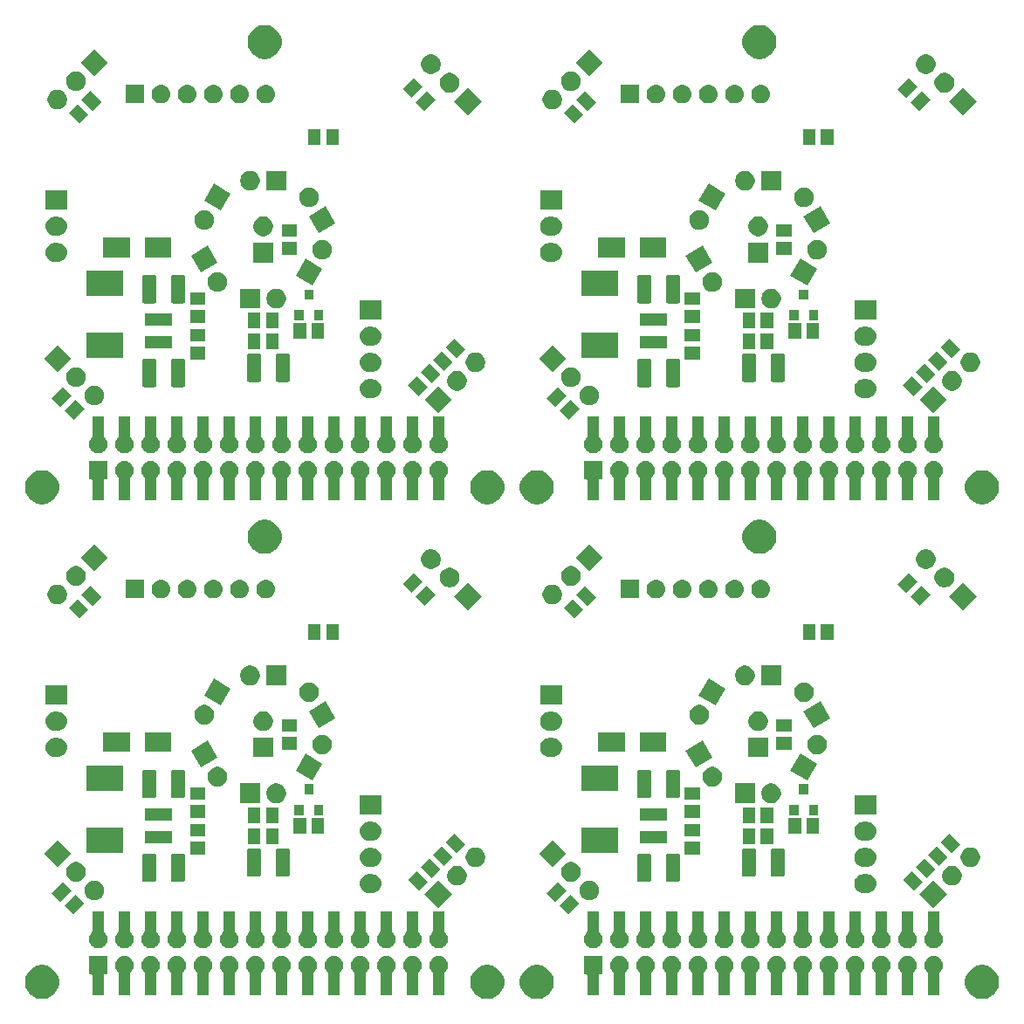
<source format=gbs>
%MOIN*%
%OFA0B0*%
%FSLAX46Y46*%
%IPPOS*%
%LPD*%
%ADD10C,0.0039370078740157488*%
%ADD21C,0.0039370078740157488*%
%ADD22C,0.0039370078740157488*%
%ADD23C,0.0039370078740157488*%
G01*
D10*
G36*
X0001770285Y0000138531D02*
X0001774471Y0000137698D01*
X0001786300Y0000132799D01*
X0001795702Y0000126517D01*
X0001796947Y0000125685D01*
X0001806000Y0000116632D01*
X0001806000Y0000116631D01*
X0001811034Y0000109097D01*
X0001813114Y0000105985D01*
X0001818013Y0000094156D01*
X0001820511Y0000081598D01*
X0001820511Y0000068794D01*
X0001818013Y0000056237D01*
X0001813114Y0000044407D01*
X0001806000Y0000033761D01*
X0001796947Y0000024708D01*
X0001796946Y0000024708D01*
X0001786300Y0000017594D01*
X0001774471Y0000012694D01*
X0001770285Y0000011862D01*
X0001761913Y0000010196D01*
X0001749109Y0000010196D01*
X0001740737Y0000011862D01*
X0001736552Y0000012694D01*
X0001724722Y0000017594D01*
X0001714076Y0000024708D01*
X0001714076Y0000024708D01*
X0001705023Y0000033761D01*
X0001697909Y0000044407D01*
X0001693009Y0000056237D01*
X0001690511Y0000068794D01*
X0001690511Y0000081598D01*
X0001693009Y0000094156D01*
X0001697909Y0000105985D01*
X0001699988Y0000109097D01*
X0001705023Y0000116631D01*
X0001705023Y0000116632D01*
X0001714076Y0000125685D01*
X0001715321Y0000126517D01*
X0001724722Y0000132799D01*
X0001736552Y0000137698D01*
X0001740737Y0000138531D01*
X0001749109Y0000140196D01*
X0001761913Y0000140196D01*
X0001770285Y0000138531D01*
X0001770285Y0000138531D01*
G37*
G36*
X0000070285Y0000138531D02*
X0000074471Y0000137698D01*
X0000086300Y0000132799D01*
X0000095702Y0000126517D01*
X0000096947Y0000125685D01*
X0000106000Y0000116632D01*
X0000106000Y0000116631D01*
X0000111034Y0000109097D01*
X0000113114Y0000105985D01*
X0000118013Y0000094156D01*
X0000120511Y0000081598D01*
X0000120511Y0000068794D01*
X0000118013Y0000056237D01*
X0000113114Y0000044407D01*
X0000106000Y0000033761D01*
X0000096947Y0000024708D01*
X0000096946Y0000024708D01*
X0000086300Y0000017594D01*
X0000074471Y0000012694D01*
X0000070285Y0000011862D01*
X0000061913Y0000010196D01*
X0000049109Y0000010196D01*
X0000040737Y0000011862D01*
X0000036552Y0000012694D01*
X0000024722Y0000017594D01*
X0000014076Y0000024708D01*
X0000014076Y0000024708D01*
X0000005023Y0000033761D01*
X-0000002090Y0000044407D01*
X-0000006990Y0000056237D01*
X-0000009488Y0000068794D01*
X-0000009488Y0000081598D01*
X-0000006990Y0000094156D01*
X-0000002090Y0000105985D01*
X-0000000011Y0000109097D01*
X0000005023Y0000116631D01*
X0000005023Y0000116632D01*
X0000014076Y0000125685D01*
X0000015321Y0000126517D01*
X0000024722Y0000132799D01*
X0000036552Y0000137698D01*
X0000040737Y0000138531D01*
X0000049109Y0000140196D01*
X0000061913Y0000140196D01*
X0000070285Y0000138531D01*
X0000070285Y0000138531D01*
G37*
G36*
X0001374820Y0000175373D02*
X0001377426Y0000175116D01*
X0001381883Y0000173764D01*
X0001384112Y0000173088D01*
X0001389570Y0000170171D01*
X0001390275Y0000169794D01*
X0001391682Y0000168639D01*
X0001395676Y0000165361D01*
X0001398954Y0000161367D01*
X0001400109Y0000159960D01*
X0001400109Y0000159960D01*
X0001403403Y0000153797D01*
X0001403403Y0000153797D01*
X0001405431Y0000147111D01*
X0001406116Y0000140157D01*
X0001405431Y0000133203D01*
X0001404079Y0000128745D01*
X0001403403Y0000126517D01*
X0001402958Y0000125685D01*
X0001400109Y0000120354D01*
X0001398631Y0000118554D01*
X0001395676Y0000114953D01*
X0001393177Y0000112902D01*
X0001392495Y0000112219D01*
X0001391959Y0000111417D01*
X0001391589Y0000110526D01*
X0001391401Y0000109580D01*
X0001391377Y0000109097D01*
X0001391377Y0000025748D01*
X0001347992Y0000025748D01*
X0001347992Y0000110390D01*
X0001347897Y0000111350D01*
X0001347617Y0000112273D01*
X0001347162Y0000113124D01*
X0001346550Y0000113870D01*
X0001346192Y0000114194D01*
X0001345268Y0000114953D01*
X0001342313Y0000118554D01*
X0001340835Y0000120354D01*
X0001337986Y0000125685D01*
X0001337541Y0000126517D01*
X0001336865Y0000128745D01*
X0001335513Y0000133203D01*
X0001334828Y0000140157D01*
X0001335513Y0000147111D01*
X0001337541Y0000153797D01*
X0001337541Y0000153797D01*
X0001340835Y0000159960D01*
X0001340835Y0000159960D01*
X0001341990Y0000161367D01*
X0001345268Y0000165361D01*
X0001349262Y0000168639D01*
X0001350669Y0000169794D01*
X0001351374Y0000170171D01*
X0001356832Y0000173088D01*
X0001359060Y0000173764D01*
X0001363518Y0000175116D01*
X0001366124Y0000175373D01*
X0001368729Y0000175629D01*
X0001372214Y0000175629D01*
X0001374820Y0000175373D01*
X0001374820Y0000175373D01*
G37*
G36*
X0001574820Y0000175373D02*
X0001577426Y0000175116D01*
X0001581883Y0000173764D01*
X0001584112Y0000173088D01*
X0001589570Y0000170171D01*
X0001590275Y0000169794D01*
X0001591682Y0000168639D01*
X0001595676Y0000165361D01*
X0001598954Y0000161367D01*
X0001600109Y0000159960D01*
X0001600109Y0000159960D01*
X0001603403Y0000153797D01*
X0001603403Y0000153797D01*
X0001605431Y0000147111D01*
X0001606116Y0000140157D01*
X0001605431Y0000133203D01*
X0001604079Y0000128745D01*
X0001603403Y0000126517D01*
X0001602958Y0000125685D01*
X0001600109Y0000120354D01*
X0001598631Y0000118554D01*
X0001595676Y0000114953D01*
X0001593177Y0000112902D01*
X0001592495Y0000112219D01*
X0001591959Y0000111417D01*
X0001591589Y0000110526D01*
X0001591401Y0000109580D01*
X0001591377Y0000109097D01*
X0001591377Y0000025748D01*
X0001547992Y0000025748D01*
X0001547992Y0000110390D01*
X0001547897Y0000111350D01*
X0001547617Y0000112273D01*
X0001547162Y0000113124D01*
X0001546550Y0000113870D01*
X0001546192Y0000114194D01*
X0001545268Y0000114953D01*
X0001542313Y0000118554D01*
X0001540835Y0000120354D01*
X0001537986Y0000125685D01*
X0001537541Y0000126517D01*
X0001536865Y0000128745D01*
X0001535513Y0000133203D01*
X0001534828Y0000140157D01*
X0001535513Y0000147111D01*
X0001537541Y0000153797D01*
X0001537541Y0000153797D01*
X0001540835Y0000159960D01*
X0001540835Y0000159960D01*
X0001541990Y0000161367D01*
X0001545268Y0000165361D01*
X0001549262Y0000168639D01*
X0001550669Y0000169794D01*
X0001551374Y0000170171D01*
X0001556832Y0000173088D01*
X0001559060Y0000173764D01*
X0001563518Y0000175116D01*
X0001566124Y0000175373D01*
X0001568729Y0000175629D01*
X0001572214Y0000175629D01*
X0001574820Y0000175373D01*
X0001574820Y0000175373D01*
G37*
G36*
X0000305944Y0000104685D02*
X0000296299Y0000104685D01*
X0000295339Y0000104590D01*
X0000294415Y0000104310D01*
X0000293565Y0000103855D01*
X0000292819Y0000103243D01*
X0000292207Y0000102497D01*
X0000291752Y0000101647D01*
X0000291472Y0000100723D01*
X0000291377Y0000099763D01*
X0000291377Y0000025748D01*
X0000247992Y0000025748D01*
X0000247992Y0000099763D01*
X0000247897Y0000100723D01*
X0000247617Y0000101647D01*
X0000247162Y0000102497D01*
X0000246550Y0000103243D01*
X0000245804Y0000103855D01*
X0000244954Y0000104310D01*
X0000244030Y0000104590D01*
X0000243070Y0000104685D01*
X0000235000Y0000104685D01*
X0000235000Y0000175629D01*
X0000305944Y0000175629D01*
X0000305944Y0000104685D01*
X0000305944Y0000104685D01*
G37*
G36*
X0000374820Y0000175373D02*
X0000377426Y0000175116D01*
X0000381883Y0000173764D01*
X0000384112Y0000173088D01*
X0000389570Y0000170171D01*
X0000390275Y0000169794D01*
X0000391682Y0000168639D01*
X0000395676Y0000165361D01*
X0000398954Y0000161367D01*
X0000400109Y0000159960D01*
X0000400109Y0000159960D01*
X0000403403Y0000153797D01*
X0000403403Y0000153797D01*
X0000405431Y0000147111D01*
X0000406116Y0000140157D01*
X0000405431Y0000133203D01*
X0000404079Y0000128745D01*
X0000403403Y0000126517D01*
X0000402958Y0000125685D01*
X0000400109Y0000120354D01*
X0000398631Y0000118554D01*
X0000395676Y0000114953D01*
X0000393177Y0000112902D01*
X0000392495Y0000112219D01*
X0000391959Y0000111417D01*
X0000391589Y0000110526D01*
X0000391401Y0000109580D01*
X0000391377Y0000109097D01*
X0000391377Y0000025748D01*
X0000347992Y0000025748D01*
X0000347992Y0000110390D01*
X0000347897Y0000111350D01*
X0000347617Y0000112273D01*
X0000347162Y0000113124D01*
X0000346550Y0000113870D01*
X0000346192Y0000114194D01*
X0000345268Y0000114953D01*
X0000342313Y0000118554D01*
X0000340835Y0000120354D01*
X0000337986Y0000125685D01*
X0000337541Y0000126517D01*
X0000336865Y0000128745D01*
X0000335513Y0000133203D01*
X0000334828Y0000140157D01*
X0000335513Y0000147111D01*
X0000337541Y0000153797D01*
X0000337541Y0000153797D01*
X0000340835Y0000159960D01*
X0000340835Y0000159960D01*
X0000341990Y0000161367D01*
X0000345268Y0000165361D01*
X0000349262Y0000168639D01*
X0000350669Y0000169794D01*
X0000351374Y0000170171D01*
X0000356832Y0000173088D01*
X0000359060Y0000173764D01*
X0000363518Y0000175116D01*
X0000366124Y0000175373D01*
X0000368729Y0000175629D01*
X0000372214Y0000175629D01*
X0000374820Y0000175373D01*
X0000374820Y0000175373D01*
G37*
G36*
X0000474820Y0000175373D02*
X0000477426Y0000175116D01*
X0000481883Y0000173764D01*
X0000484112Y0000173088D01*
X0000489570Y0000170171D01*
X0000490275Y0000169794D01*
X0000491682Y0000168639D01*
X0000495676Y0000165361D01*
X0000498954Y0000161367D01*
X0000500109Y0000159960D01*
X0000500109Y0000159960D01*
X0000503403Y0000153797D01*
X0000503403Y0000153797D01*
X0000505431Y0000147111D01*
X0000506116Y0000140157D01*
X0000505431Y0000133203D01*
X0000504079Y0000128745D01*
X0000503403Y0000126517D01*
X0000502958Y0000125685D01*
X0000500109Y0000120354D01*
X0000498631Y0000118554D01*
X0000495676Y0000114953D01*
X0000493177Y0000112902D01*
X0000492495Y0000112219D01*
X0000491959Y0000111417D01*
X0000491589Y0000110526D01*
X0000491401Y0000109580D01*
X0000491377Y0000109097D01*
X0000491377Y0000025748D01*
X0000447992Y0000025748D01*
X0000447992Y0000110390D01*
X0000447897Y0000111350D01*
X0000447617Y0000112273D01*
X0000447162Y0000113124D01*
X0000446550Y0000113870D01*
X0000446192Y0000114194D01*
X0000445268Y0000114953D01*
X0000442313Y0000118554D01*
X0000440835Y0000120354D01*
X0000437986Y0000125685D01*
X0000437541Y0000126517D01*
X0000436865Y0000128745D01*
X0000435513Y0000133203D01*
X0000434828Y0000140157D01*
X0000435513Y0000147111D01*
X0000437541Y0000153797D01*
X0000437541Y0000153797D01*
X0000440835Y0000159960D01*
X0000440835Y0000159960D01*
X0000441990Y0000161367D01*
X0000445268Y0000165361D01*
X0000449262Y0000168639D01*
X0000450669Y0000169794D01*
X0000451374Y0000170171D01*
X0000456832Y0000173088D01*
X0000459060Y0000173764D01*
X0000463518Y0000175116D01*
X0000466124Y0000175373D01*
X0000468729Y0000175629D01*
X0000472214Y0000175629D01*
X0000474820Y0000175373D01*
X0000474820Y0000175373D01*
G37*
G36*
X0000574820Y0000175373D02*
X0000577426Y0000175116D01*
X0000581883Y0000173764D01*
X0000584112Y0000173088D01*
X0000589570Y0000170171D01*
X0000590275Y0000169794D01*
X0000591682Y0000168639D01*
X0000595676Y0000165361D01*
X0000598954Y0000161367D01*
X0000600109Y0000159960D01*
X0000600109Y0000159960D01*
X0000603403Y0000153797D01*
X0000603403Y0000153797D01*
X0000605431Y0000147111D01*
X0000606116Y0000140157D01*
X0000605431Y0000133203D01*
X0000604079Y0000128745D01*
X0000603403Y0000126517D01*
X0000602958Y0000125685D01*
X0000600109Y0000120354D01*
X0000598631Y0000118554D01*
X0000595676Y0000114953D01*
X0000593177Y0000112902D01*
X0000592495Y0000112219D01*
X0000591959Y0000111417D01*
X0000591589Y0000110526D01*
X0000591401Y0000109580D01*
X0000591377Y0000109097D01*
X0000591377Y0000025748D01*
X0000547992Y0000025748D01*
X0000547992Y0000110390D01*
X0000547897Y0000111350D01*
X0000547617Y0000112273D01*
X0000547162Y0000113124D01*
X0000546550Y0000113870D01*
X0000546192Y0000114194D01*
X0000545268Y0000114953D01*
X0000542313Y0000118554D01*
X0000540835Y0000120354D01*
X0000537986Y0000125685D01*
X0000537541Y0000126517D01*
X0000536865Y0000128745D01*
X0000535513Y0000133203D01*
X0000534828Y0000140157D01*
X0000535513Y0000147111D01*
X0000537541Y0000153797D01*
X0000537541Y0000153797D01*
X0000540835Y0000159960D01*
X0000540835Y0000159960D01*
X0000541990Y0000161367D01*
X0000545268Y0000165361D01*
X0000549262Y0000168639D01*
X0000550669Y0000169794D01*
X0000551374Y0000170171D01*
X0000556832Y0000173088D01*
X0000559060Y0000173764D01*
X0000563518Y0000175116D01*
X0000566124Y0000175373D01*
X0000568729Y0000175629D01*
X0000572214Y0000175629D01*
X0000574820Y0000175373D01*
X0000574820Y0000175373D01*
G37*
G36*
X0000674820Y0000175373D02*
X0000677426Y0000175116D01*
X0000681883Y0000173764D01*
X0000684112Y0000173088D01*
X0000689570Y0000170171D01*
X0000690275Y0000169794D01*
X0000691682Y0000168639D01*
X0000695676Y0000165361D01*
X0000698954Y0000161367D01*
X0000700109Y0000159960D01*
X0000700109Y0000159960D01*
X0000703403Y0000153797D01*
X0000703403Y0000153797D01*
X0000705431Y0000147111D01*
X0000706116Y0000140157D01*
X0000705431Y0000133203D01*
X0000704079Y0000128745D01*
X0000703403Y0000126517D01*
X0000702958Y0000125685D01*
X0000700109Y0000120354D01*
X0000698631Y0000118554D01*
X0000695676Y0000114953D01*
X0000693177Y0000112902D01*
X0000692495Y0000112219D01*
X0000691959Y0000111417D01*
X0000691589Y0000110526D01*
X0000691401Y0000109580D01*
X0000691377Y0000109097D01*
X0000691377Y0000025748D01*
X0000647992Y0000025748D01*
X0000647992Y0000110390D01*
X0000647897Y0000111350D01*
X0000647617Y0000112273D01*
X0000647162Y0000113124D01*
X0000646550Y0000113870D01*
X0000646192Y0000114194D01*
X0000645268Y0000114953D01*
X0000642313Y0000118554D01*
X0000640835Y0000120354D01*
X0000637985Y0000125685D01*
X0000637541Y0000126517D01*
X0000636865Y0000128745D01*
X0000635513Y0000133203D01*
X0000634828Y0000140157D01*
X0000635513Y0000147111D01*
X0000637541Y0000153797D01*
X0000637541Y0000153797D01*
X0000640835Y0000159960D01*
X0000640835Y0000159960D01*
X0000641990Y0000161367D01*
X0000645268Y0000165361D01*
X0000649262Y0000168639D01*
X0000650669Y0000169794D01*
X0000651374Y0000170171D01*
X0000656832Y0000173088D01*
X0000659060Y0000173764D01*
X0000663518Y0000175116D01*
X0000666124Y0000175373D01*
X0000668729Y0000175629D01*
X0000672214Y0000175629D01*
X0000674820Y0000175373D01*
X0000674820Y0000175373D01*
G37*
G36*
X0000774820Y0000175373D02*
X0000777426Y0000175116D01*
X0000781883Y0000173764D01*
X0000784112Y0000173088D01*
X0000789570Y0000170171D01*
X0000790275Y0000169794D01*
X0000791682Y0000168639D01*
X0000795676Y0000165361D01*
X0000798954Y0000161367D01*
X0000800109Y0000159960D01*
X0000800109Y0000159960D01*
X0000803403Y0000153797D01*
X0000803403Y0000153797D01*
X0000805431Y0000147111D01*
X0000806116Y0000140157D01*
X0000805431Y0000133203D01*
X0000804079Y0000128745D01*
X0000803403Y0000126517D01*
X0000802958Y0000125685D01*
X0000800109Y0000120354D01*
X0000798631Y0000118554D01*
X0000795676Y0000114953D01*
X0000793177Y0000112902D01*
X0000792495Y0000112219D01*
X0000791959Y0000111417D01*
X0000791589Y0000110526D01*
X0000791401Y0000109580D01*
X0000791377Y0000109097D01*
X0000791377Y0000025748D01*
X0000747992Y0000025748D01*
X0000747992Y0000110390D01*
X0000747897Y0000111350D01*
X0000747617Y0000112273D01*
X0000747162Y0000113124D01*
X0000746550Y0000113870D01*
X0000746192Y0000114194D01*
X0000745268Y0000114953D01*
X0000742313Y0000118554D01*
X0000740835Y0000120354D01*
X0000737986Y0000125685D01*
X0000737541Y0000126517D01*
X0000736865Y0000128745D01*
X0000735513Y0000133203D01*
X0000734828Y0000140157D01*
X0000735513Y0000147111D01*
X0000737541Y0000153797D01*
X0000737541Y0000153797D01*
X0000740835Y0000159960D01*
X0000740835Y0000159960D01*
X0000741990Y0000161367D01*
X0000745268Y0000165361D01*
X0000749262Y0000168639D01*
X0000750669Y0000169794D01*
X0000751374Y0000170171D01*
X0000756832Y0000173088D01*
X0000759060Y0000173764D01*
X0000763518Y0000175116D01*
X0000766124Y0000175373D01*
X0000768729Y0000175629D01*
X0000772214Y0000175629D01*
X0000774820Y0000175373D01*
X0000774820Y0000175373D01*
G37*
G36*
X0000874820Y0000175373D02*
X0000877426Y0000175116D01*
X0000881883Y0000173764D01*
X0000884112Y0000173088D01*
X0000889570Y0000170171D01*
X0000890275Y0000169794D01*
X0000891682Y0000168639D01*
X0000895676Y0000165361D01*
X0000898954Y0000161367D01*
X0000900109Y0000159960D01*
X0000900109Y0000159960D01*
X0000903403Y0000153797D01*
X0000903403Y0000153797D01*
X0000905431Y0000147111D01*
X0000906116Y0000140157D01*
X0000905431Y0000133203D01*
X0000904079Y0000128745D01*
X0000903403Y0000126517D01*
X0000902958Y0000125685D01*
X0000900109Y0000120354D01*
X0000898631Y0000118554D01*
X0000895676Y0000114953D01*
X0000893177Y0000112902D01*
X0000892495Y0000112219D01*
X0000891959Y0000111417D01*
X0000891589Y0000110526D01*
X0000891401Y0000109580D01*
X0000891377Y0000109097D01*
X0000891377Y0000025748D01*
X0000847992Y0000025748D01*
X0000847992Y0000110390D01*
X0000847897Y0000111350D01*
X0000847617Y0000112273D01*
X0000847162Y0000113124D01*
X0000846550Y0000113870D01*
X0000846192Y0000114194D01*
X0000845268Y0000114953D01*
X0000842313Y0000118554D01*
X0000840835Y0000120354D01*
X0000837986Y0000125685D01*
X0000837541Y0000126517D01*
X0000836865Y0000128745D01*
X0000835513Y0000133203D01*
X0000834828Y0000140157D01*
X0000835513Y0000147111D01*
X0000837541Y0000153797D01*
X0000837541Y0000153797D01*
X0000840835Y0000159960D01*
X0000840835Y0000159960D01*
X0000841990Y0000161367D01*
X0000845268Y0000165361D01*
X0000849262Y0000168639D01*
X0000850669Y0000169794D01*
X0000851374Y0000170171D01*
X0000856832Y0000173088D01*
X0000859060Y0000173764D01*
X0000863518Y0000175116D01*
X0000866124Y0000175373D01*
X0000868729Y0000175629D01*
X0000872214Y0000175629D01*
X0000874820Y0000175373D01*
X0000874820Y0000175373D01*
G37*
G36*
X0000974820Y0000175373D02*
X0000977426Y0000175116D01*
X0000981883Y0000173764D01*
X0000984112Y0000173088D01*
X0000989570Y0000170171D01*
X0000990275Y0000169794D01*
X0000991682Y0000168639D01*
X0000995676Y0000165361D01*
X0000998954Y0000161367D01*
X0001000109Y0000159960D01*
X0001000109Y0000159960D01*
X0001003403Y0000153797D01*
X0001003403Y0000153797D01*
X0001005431Y0000147111D01*
X0001006116Y0000140157D01*
X0001005431Y0000133203D01*
X0001004079Y0000128745D01*
X0001003403Y0000126517D01*
X0001002958Y0000125685D01*
X0001000109Y0000120354D01*
X0000998631Y0000118554D01*
X0000995676Y0000114953D01*
X0000993177Y0000112902D01*
X0000992495Y0000112219D01*
X0000991959Y0000111417D01*
X0000991589Y0000110526D01*
X0000991401Y0000109580D01*
X0000991377Y0000109097D01*
X0000991377Y0000025748D01*
X0000947992Y0000025748D01*
X0000947992Y0000110390D01*
X0000947897Y0000111350D01*
X0000947617Y0000112273D01*
X0000947162Y0000113124D01*
X0000946550Y0000113870D01*
X0000946192Y0000114194D01*
X0000945268Y0000114953D01*
X0000942313Y0000118554D01*
X0000940835Y0000120354D01*
X0000937986Y0000125685D01*
X0000937541Y0000126517D01*
X0000936865Y0000128745D01*
X0000935513Y0000133203D01*
X0000934828Y0000140157D01*
X0000935513Y0000147111D01*
X0000937541Y0000153797D01*
X0000937541Y0000153797D01*
X0000940835Y0000159960D01*
X0000940835Y0000159960D01*
X0000941990Y0000161367D01*
X0000945268Y0000165361D01*
X0000949262Y0000168639D01*
X0000950669Y0000169794D01*
X0000951374Y0000170171D01*
X0000956832Y0000173088D01*
X0000959060Y0000173764D01*
X0000963518Y0000175116D01*
X0000966124Y0000175373D01*
X0000968729Y0000175629D01*
X0000972214Y0000175629D01*
X0000974820Y0000175373D01*
X0000974820Y0000175373D01*
G37*
G36*
X0001074820Y0000175373D02*
X0001077426Y0000175116D01*
X0001081883Y0000173764D01*
X0001084112Y0000173088D01*
X0001089570Y0000170171D01*
X0001090275Y0000169794D01*
X0001091682Y0000168639D01*
X0001095676Y0000165361D01*
X0001098954Y0000161367D01*
X0001100109Y0000159960D01*
X0001100109Y0000159960D01*
X0001103403Y0000153797D01*
X0001103403Y0000153797D01*
X0001105431Y0000147111D01*
X0001106116Y0000140157D01*
X0001105431Y0000133203D01*
X0001104079Y0000128745D01*
X0001103403Y0000126517D01*
X0001102958Y0000125685D01*
X0001100109Y0000120354D01*
X0001098631Y0000118554D01*
X0001095676Y0000114953D01*
X0001093177Y0000112902D01*
X0001092495Y0000112219D01*
X0001091959Y0000111417D01*
X0001091589Y0000110526D01*
X0001091401Y0000109580D01*
X0001091377Y0000109097D01*
X0001091377Y0000025748D01*
X0001047992Y0000025748D01*
X0001047992Y0000110390D01*
X0001047897Y0000111350D01*
X0001047617Y0000112273D01*
X0001047162Y0000113124D01*
X0001046550Y0000113870D01*
X0001046192Y0000114194D01*
X0001045268Y0000114953D01*
X0001042313Y0000118554D01*
X0001040835Y0000120354D01*
X0001037986Y0000125685D01*
X0001037541Y0000126517D01*
X0001036865Y0000128745D01*
X0001035513Y0000133203D01*
X0001034828Y0000140157D01*
X0001035513Y0000147111D01*
X0001037541Y0000153797D01*
X0001037541Y0000153797D01*
X0001040835Y0000159960D01*
X0001040835Y0000159960D01*
X0001041990Y0000161367D01*
X0001045268Y0000165361D01*
X0001049262Y0000168639D01*
X0001050669Y0000169794D01*
X0001051374Y0000170171D01*
X0001056832Y0000173088D01*
X0001059060Y0000173764D01*
X0001063518Y0000175116D01*
X0001066124Y0000175373D01*
X0001068729Y0000175629D01*
X0001072214Y0000175629D01*
X0001074820Y0000175373D01*
X0001074820Y0000175373D01*
G37*
G36*
X0001174820Y0000175373D02*
X0001177426Y0000175116D01*
X0001181883Y0000173764D01*
X0001184112Y0000173088D01*
X0001189570Y0000170171D01*
X0001190275Y0000169794D01*
X0001191682Y0000168639D01*
X0001195676Y0000165361D01*
X0001198954Y0000161367D01*
X0001200109Y0000159960D01*
X0001200109Y0000159960D01*
X0001203403Y0000153797D01*
X0001203403Y0000153797D01*
X0001205431Y0000147111D01*
X0001206116Y0000140157D01*
X0001205431Y0000133203D01*
X0001204079Y0000128745D01*
X0001203403Y0000126517D01*
X0001202958Y0000125685D01*
X0001200109Y0000120354D01*
X0001198631Y0000118554D01*
X0001195676Y0000114953D01*
X0001193177Y0000112902D01*
X0001192495Y0000112219D01*
X0001191959Y0000111417D01*
X0001191589Y0000110526D01*
X0001191401Y0000109580D01*
X0001191377Y0000109097D01*
X0001191377Y0000025748D01*
X0001147992Y0000025748D01*
X0001147992Y0000110390D01*
X0001147897Y0000111350D01*
X0001147617Y0000112273D01*
X0001147162Y0000113124D01*
X0001146550Y0000113870D01*
X0001146192Y0000114194D01*
X0001145268Y0000114953D01*
X0001142313Y0000118554D01*
X0001140835Y0000120354D01*
X0001137986Y0000125685D01*
X0001137541Y0000126517D01*
X0001136865Y0000128745D01*
X0001135513Y0000133203D01*
X0001134828Y0000140157D01*
X0001135513Y0000147111D01*
X0001137541Y0000153797D01*
X0001137541Y0000153797D01*
X0001140835Y0000159960D01*
X0001140835Y0000159960D01*
X0001141990Y0000161367D01*
X0001145268Y0000165361D01*
X0001149262Y0000168639D01*
X0001150669Y0000169794D01*
X0001151374Y0000170171D01*
X0001156832Y0000173088D01*
X0001159060Y0000173764D01*
X0001163518Y0000175116D01*
X0001166124Y0000175373D01*
X0001168729Y0000175629D01*
X0001172214Y0000175629D01*
X0001174820Y0000175373D01*
X0001174820Y0000175373D01*
G37*
G36*
X0001274820Y0000175373D02*
X0001277426Y0000175116D01*
X0001281883Y0000173764D01*
X0001284112Y0000173088D01*
X0001289570Y0000170171D01*
X0001290275Y0000169794D01*
X0001291682Y0000168639D01*
X0001295676Y0000165361D01*
X0001298954Y0000161367D01*
X0001300109Y0000159960D01*
X0001300109Y0000159960D01*
X0001303403Y0000153797D01*
X0001303403Y0000153797D01*
X0001305431Y0000147111D01*
X0001306116Y0000140157D01*
X0001305431Y0000133203D01*
X0001304079Y0000128745D01*
X0001303403Y0000126517D01*
X0001302958Y0000125685D01*
X0001300109Y0000120354D01*
X0001298631Y0000118554D01*
X0001295676Y0000114953D01*
X0001293177Y0000112902D01*
X0001292495Y0000112219D01*
X0001291959Y0000111417D01*
X0001291589Y0000110526D01*
X0001291401Y0000109580D01*
X0001291377Y0000109097D01*
X0001291377Y0000025748D01*
X0001247992Y0000025748D01*
X0001247992Y0000110390D01*
X0001247897Y0000111350D01*
X0001247617Y0000112273D01*
X0001247162Y0000113124D01*
X0001246550Y0000113870D01*
X0001246192Y0000114194D01*
X0001245268Y0000114953D01*
X0001242313Y0000118554D01*
X0001240835Y0000120354D01*
X0001237986Y0000125685D01*
X0001237541Y0000126517D01*
X0001236865Y0000128745D01*
X0001235513Y0000133203D01*
X0001234828Y0000140157D01*
X0001235513Y0000147111D01*
X0001237541Y0000153797D01*
X0001237541Y0000153797D01*
X0001240835Y0000159960D01*
X0001240835Y0000159960D01*
X0001241990Y0000161367D01*
X0001245268Y0000165361D01*
X0001249262Y0000168639D01*
X0001250669Y0000169794D01*
X0001251374Y0000170171D01*
X0001256832Y0000173088D01*
X0001259060Y0000173764D01*
X0001263518Y0000175116D01*
X0001266124Y0000175373D01*
X0001268729Y0000175629D01*
X0001272214Y0000175629D01*
X0001274820Y0000175373D01*
X0001274820Y0000175373D01*
G37*
G36*
X0001474820Y0000175373D02*
X0001477426Y0000175116D01*
X0001481883Y0000173764D01*
X0001484112Y0000173088D01*
X0001489570Y0000170171D01*
X0001490275Y0000169794D01*
X0001491682Y0000168639D01*
X0001495676Y0000165361D01*
X0001498954Y0000161367D01*
X0001500109Y0000159960D01*
X0001500109Y0000159960D01*
X0001503403Y0000153797D01*
X0001503403Y0000153797D01*
X0001505431Y0000147111D01*
X0001506116Y0000140157D01*
X0001505431Y0000133203D01*
X0001504079Y0000128745D01*
X0001503403Y0000126517D01*
X0001502958Y0000125685D01*
X0001500109Y0000120354D01*
X0001498631Y0000118554D01*
X0001495676Y0000114953D01*
X0001493177Y0000112902D01*
X0001492495Y0000112219D01*
X0001491959Y0000111417D01*
X0001491589Y0000110526D01*
X0001491401Y0000109580D01*
X0001491377Y0000109097D01*
X0001491377Y0000025748D01*
X0001447992Y0000025748D01*
X0001447992Y0000110390D01*
X0001447897Y0000111350D01*
X0001447617Y0000112273D01*
X0001447162Y0000113124D01*
X0001446550Y0000113870D01*
X0001446192Y0000114194D01*
X0001445268Y0000114953D01*
X0001442313Y0000118554D01*
X0001440835Y0000120354D01*
X0001437986Y0000125685D01*
X0001437541Y0000126517D01*
X0001436865Y0000128745D01*
X0001435513Y0000133203D01*
X0001434828Y0000140157D01*
X0001435513Y0000147111D01*
X0001437541Y0000153797D01*
X0001437541Y0000153797D01*
X0001440835Y0000159960D01*
X0001440835Y0000159960D01*
X0001441990Y0000161367D01*
X0001445268Y0000165361D01*
X0001449262Y0000168639D01*
X0001450669Y0000169794D01*
X0001451374Y0000170171D01*
X0001456832Y0000173088D01*
X0001459060Y0000173764D01*
X0001463518Y0000175116D01*
X0001466124Y0000175373D01*
X0001468729Y0000175629D01*
X0001472214Y0000175629D01*
X0001474820Y0000175373D01*
X0001474820Y0000175373D01*
G37*
G36*
X0000291377Y0000271217D02*
X0000291472Y0000270256D01*
X0000291752Y0000269333D01*
X0000292207Y0000268482D01*
X0000292819Y0000267737D01*
X0000293177Y0000267412D01*
X0000295676Y0000265361D01*
X0000298631Y0000261760D01*
X0000300109Y0000259960D01*
X0000300109Y0000259960D01*
X0000303403Y0000253797D01*
X0000303403Y0000253797D01*
X0000305431Y0000247111D01*
X0000306116Y0000240157D01*
X0000305431Y0000233203D01*
X0000304079Y0000228745D01*
X0000303403Y0000226517D01*
X0000302150Y0000224173D01*
X0000300109Y0000220354D01*
X0000298954Y0000218947D01*
X0000295676Y0000214953D01*
X0000291682Y0000211675D01*
X0000290275Y0000210520D01*
X0000290275Y0000210520D01*
X0000284112Y0000207226D01*
X0000281883Y0000206550D01*
X0000277426Y0000205198D01*
X0000274820Y0000204941D01*
X0000272214Y0000204685D01*
X0000268729Y0000204685D01*
X0000266124Y0000204941D01*
X0000263518Y0000205198D01*
X0000259060Y0000206550D01*
X0000256832Y0000207226D01*
X0000250669Y0000210520D01*
X0000250669Y0000210520D01*
X0000249262Y0000211675D01*
X0000245268Y0000214953D01*
X0000241990Y0000218947D01*
X0000240835Y0000220354D01*
X0000238794Y0000224173D01*
X0000237541Y0000226517D01*
X0000236865Y0000228745D01*
X0000235513Y0000233203D01*
X0000234828Y0000240157D01*
X0000235513Y0000247111D01*
X0000237541Y0000253797D01*
X0000237541Y0000253797D01*
X0000240835Y0000259960D01*
X0000240835Y0000259960D01*
X0000242313Y0000261760D01*
X0000245268Y0000265361D01*
X0000246192Y0000266120D01*
X0000246875Y0000266802D01*
X0000247411Y0000267604D01*
X0000247780Y0000268496D01*
X0000247968Y0000269442D01*
X0000247992Y0000269924D01*
X0000247992Y0000346299D01*
X0000291377Y0000346299D01*
X0000291377Y0000271217D01*
X0000291377Y0000271217D01*
G37*
G36*
X0000391377Y0000271217D02*
X0000391472Y0000270256D01*
X0000391752Y0000269333D01*
X0000392207Y0000268482D01*
X0000392819Y0000267737D01*
X0000393177Y0000267412D01*
X0000395676Y0000265361D01*
X0000398631Y0000261760D01*
X0000400109Y0000259960D01*
X0000400109Y0000259960D01*
X0000403403Y0000253797D01*
X0000403403Y0000253797D01*
X0000405431Y0000247111D01*
X0000406116Y0000240157D01*
X0000405431Y0000233203D01*
X0000404079Y0000228745D01*
X0000403403Y0000226517D01*
X0000402150Y0000224173D01*
X0000400109Y0000220354D01*
X0000398954Y0000218947D01*
X0000395676Y0000214953D01*
X0000391682Y0000211675D01*
X0000390275Y0000210520D01*
X0000390275Y0000210520D01*
X0000384112Y0000207226D01*
X0000381883Y0000206550D01*
X0000377426Y0000205198D01*
X0000374820Y0000204941D01*
X0000372214Y0000204685D01*
X0000368729Y0000204685D01*
X0000366124Y0000204941D01*
X0000363518Y0000205198D01*
X0000359060Y0000206550D01*
X0000356832Y0000207226D01*
X0000350669Y0000210520D01*
X0000350669Y0000210520D01*
X0000349262Y0000211675D01*
X0000345268Y0000214953D01*
X0000341990Y0000218947D01*
X0000340835Y0000220354D01*
X0000338794Y0000224173D01*
X0000337541Y0000226517D01*
X0000336865Y0000228745D01*
X0000335513Y0000233203D01*
X0000334828Y0000240157D01*
X0000335513Y0000247111D01*
X0000337541Y0000253797D01*
X0000337541Y0000253797D01*
X0000340835Y0000259960D01*
X0000340835Y0000259960D01*
X0000342313Y0000261760D01*
X0000345268Y0000265361D01*
X0000346192Y0000266120D01*
X0000346875Y0000266802D01*
X0000347411Y0000267604D01*
X0000347780Y0000268496D01*
X0000347968Y0000269442D01*
X0000347992Y0000269924D01*
X0000347992Y0000346299D01*
X0000391377Y0000346299D01*
X0000391377Y0000271217D01*
X0000391377Y0000271217D01*
G37*
G36*
X0000491377Y0000271217D02*
X0000491472Y0000270256D01*
X0000491752Y0000269333D01*
X0000492207Y0000268482D01*
X0000492819Y0000267737D01*
X0000493177Y0000267412D01*
X0000495676Y0000265361D01*
X0000498631Y0000261760D01*
X0000500109Y0000259960D01*
X0000500109Y0000259960D01*
X0000503403Y0000253797D01*
X0000503403Y0000253797D01*
X0000505431Y0000247111D01*
X0000506116Y0000240157D01*
X0000505431Y0000233203D01*
X0000504079Y0000228745D01*
X0000503403Y0000226517D01*
X0000502150Y0000224173D01*
X0000500109Y0000220354D01*
X0000498954Y0000218947D01*
X0000495676Y0000214953D01*
X0000491682Y0000211675D01*
X0000490275Y0000210520D01*
X0000490275Y0000210520D01*
X0000484112Y0000207226D01*
X0000481883Y0000206550D01*
X0000477426Y0000205198D01*
X0000474820Y0000204941D01*
X0000472214Y0000204685D01*
X0000468729Y0000204685D01*
X0000466124Y0000204941D01*
X0000463518Y0000205198D01*
X0000459060Y0000206550D01*
X0000456832Y0000207226D01*
X0000450669Y0000210520D01*
X0000450669Y0000210520D01*
X0000449262Y0000211675D01*
X0000445268Y0000214953D01*
X0000441990Y0000218947D01*
X0000440835Y0000220354D01*
X0000438794Y0000224173D01*
X0000437541Y0000226517D01*
X0000436865Y0000228745D01*
X0000435513Y0000233203D01*
X0000434828Y0000240157D01*
X0000435513Y0000247111D01*
X0000437541Y0000253797D01*
X0000437541Y0000253797D01*
X0000440835Y0000259960D01*
X0000440835Y0000259960D01*
X0000442313Y0000261760D01*
X0000445268Y0000265361D01*
X0000446192Y0000266120D01*
X0000446875Y0000266802D01*
X0000447411Y0000267604D01*
X0000447780Y0000268496D01*
X0000447968Y0000269442D01*
X0000447992Y0000269924D01*
X0000447992Y0000346299D01*
X0000491377Y0000346299D01*
X0000491377Y0000271217D01*
X0000491377Y0000271217D01*
G37*
G36*
X0000591377Y0000271217D02*
X0000591472Y0000270256D01*
X0000591752Y0000269333D01*
X0000592207Y0000268482D01*
X0000592819Y0000267737D01*
X0000593177Y0000267412D01*
X0000595676Y0000265361D01*
X0000598631Y0000261760D01*
X0000600109Y0000259960D01*
X0000600109Y0000259960D01*
X0000603403Y0000253797D01*
X0000603403Y0000253797D01*
X0000605431Y0000247111D01*
X0000606116Y0000240157D01*
X0000605431Y0000233203D01*
X0000604079Y0000228745D01*
X0000603403Y0000226517D01*
X0000602150Y0000224173D01*
X0000600109Y0000220354D01*
X0000598954Y0000218947D01*
X0000595676Y0000214953D01*
X0000591682Y0000211675D01*
X0000590275Y0000210520D01*
X0000590275Y0000210520D01*
X0000584112Y0000207226D01*
X0000581883Y0000206550D01*
X0000577426Y0000205198D01*
X0000574820Y0000204941D01*
X0000572214Y0000204685D01*
X0000568729Y0000204685D01*
X0000566124Y0000204941D01*
X0000563518Y0000205198D01*
X0000559060Y0000206550D01*
X0000556832Y0000207226D01*
X0000550669Y0000210520D01*
X0000550669Y0000210520D01*
X0000549262Y0000211675D01*
X0000545268Y0000214953D01*
X0000541990Y0000218947D01*
X0000540835Y0000220354D01*
X0000538794Y0000224173D01*
X0000537541Y0000226517D01*
X0000536865Y0000228745D01*
X0000535513Y0000233203D01*
X0000534828Y0000240157D01*
X0000535513Y0000247111D01*
X0000537541Y0000253797D01*
X0000537541Y0000253797D01*
X0000540835Y0000259960D01*
X0000540835Y0000259960D01*
X0000542313Y0000261760D01*
X0000545268Y0000265361D01*
X0000546192Y0000266120D01*
X0000546875Y0000266802D01*
X0000547411Y0000267604D01*
X0000547780Y0000268496D01*
X0000547968Y0000269442D01*
X0000547992Y0000269924D01*
X0000547992Y0000346299D01*
X0000591377Y0000346299D01*
X0000591377Y0000271217D01*
X0000591377Y0000271217D01*
G37*
G36*
X0000691377Y0000271217D02*
X0000691472Y0000270256D01*
X0000691752Y0000269333D01*
X0000692207Y0000268482D01*
X0000692819Y0000267737D01*
X0000693177Y0000267412D01*
X0000695676Y0000265361D01*
X0000698631Y0000261760D01*
X0000700109Y0000259960D01*
X0000700109Y0000259960D01*
X0000703403Y0000253797D01*
X0000703403Y0000253797D01*
X0000705431Y0000247111D01*
X0000706116Y0000240157D01*
X0000705431Y0000233203D01*
X0000704079Y0000228745D01*
X0000703403Y0000226517D01*
X0000702150Y0000224173D01*
X0000700109Y0000220354D01*
X0000698954Y0000218947D01*
X0000695676Y0000214953D01*
X0000691682Y0000211675D01*
X0000690275Y0000210520D01*
X0000690275Y0000210520D01*
X0000684112Y0000207226D01*
X0000681883Y0000206550D01*
X0000677426Y0000205198D01*
X0000674820Y0000204941D01*
X0000672214Y0000204685D01*
X0000668729Y0000204685D01*
X0000666124Y0000204941D01*
X0000663518Y0000205198D01*
X0000659060Y0000206550D01*
X0000656832Y0000207226D01*
X0000650669Y0000210520D01*
X0000650669Y0000210520D01*
X0000649262Y0000211675D01*
X0000645268Y0000214953D01*
X0000641990Y0000218947D01*
X0000640835Y0000220354D01*
X0000638794Y0000224173D01*
X0000637541Y0000226517D01*
X0000636865Y0000228745D01*
X0000635513Y0000233203D01*
X0000634828Y0000240157D01*
X0000635513Y0000247111D01*
X0000637541Y0000253797D01*
X0000637541Y0000253797D01*
X0000640835Y0000259960D01*
X0000640835Y0000259960D01*
X0000642313Y0000261760D01*
X0000645268Y0000265361D01*
X0000646192Y0000266120D01*
X0000646875Y0000266802D01*
X0000647411Y0000267604D01*
X0000647780Y0000268496D01*
X0000647968Y0000269442D01*
X0000647992Y0000269924D01*
X0000647992Y0000346299D01*
X0000691377Y0000346299D01*
X0000691377Y0000271217D01*
X0000691377Y0000271217D01*
G37*
G36*
X0000791377Y0000271217D02*
X0000791472Y0000270256D01*
X0000791752Y0000269333D01*
X0000792207Y0000268482D01*
X0000792819Y0000267737D01*
X0000793177Y0000267412D01*
X0000795676Y0000265361D01*
X0000798631Y0000261760D01*
X0000800109Y0000259960D01*
X0000800109Y0000259960D01*
X0000803403Y0000253797D01*
X0000803403Y0000253797D01*
X0000805431Y0000247111D01*
X0000806116Y0000240157D01*
X0000805431Y0000233203D01*
X0000804079Y0000228745D01*
X0000803403Y0000226517D01*
X0000802150Y0000224173D01*
X0000800109Y0000220354D01*
X0000798954Y0000218947D01*
X0000795676Y0000214953D01*
X0000791682Y0000211675D01*
X0000790275Y0000210520D01*
X0000790275Y0000210520D01*
X0000784112Y0000207226D01*
X0000781883Y0000206550D01*
X0000777426Y0000205198D01*
X0000774820Y0000204941D01*
X0000772214Y0000204685D01*
X0000768729Y0000204685D01*
X0000766124Y0000204941D01*
X0000763518Y0000205198D01*
X0000759060Y0000206550D01*
X0000756832Y0000207226D01*
X0000750669Y0000210520D01*
X0000750669Y0000210520D01*
X0000749262Y0000211675D01*
X0000745268Y0000214953D01*
X0000741990Y0000218947D01*
X0000740835Y0000220354D01*
X0000738794Y0000224173D01*
X0000737541Y0000226517D01*
X0000736865Y0000228745D01*
X0000735513Y0000233203D01*
X0000734828Y0000240157D01*
X0000735513Y0000247111D01*
X0000737541Y0000253797D01*
X0000737541Y0000253797D01*
X0000740835Y0000259960D01*
X0000740835Y0000259960D01*
X0000742313Y0000261760D01*
X0000745268Y0000265361D01*
X0000746192Y0000266120D01*
X0000746875Y0000266802D01*
X0000747411Y0000267604D01*
X0000747780Y0000268496D01*
X0000747968Y0000269442D01*
X0000747992Y0000269924D01*
X0000747992Y0000346299D01*
X0000791377Y0000346299D01*
X0000791377Y0000271217D01*
X0000791377Y0000271217D01*
G37*
G36*
X0000891377Y0000271217D02*
X0000891472Y0000270256D01*
X0000891752Y0000269333D01*
X0000892207Y0000268482D01*
X0000892819Y0000267737D01*
X0000893177Y0000267412D01*
X0000895676Y0000265361D01*
X0000898631Y0000261760D01*
X0000900109Y0000259960D01*
X0000900109Y0000259960D01*
X0000903403Y0000253797D01*
X0000903403Y0000253797D01*
X0000905431Y0000247111D01*
X0000906116Y0000240157D01*
X0000905431Y0000233203D01*
X0000904079Y0000228745D01*
X0000903403Y0000226517D01*
X0000902150Y0000224173D01*
X0000900109Y0000220354D01*
X0000898954Y0000218947D01*
X0000895676Y0000214953D01*
X0000891682Y0000211675D01*
X0000890275Y0000210520D01*
X0000890275Y0000210520D01*
X0000884112Y0000207226D01*
X0000881883Y0000206550D01*
X0000877426Y0000205198D01*
X0000874820Y0000204941D01*
X0000872214Y0000204685D01*
X0000868729Y0000204685D01*
X0000866124Y0000204941D01*
X0000863518Y0000205198D01*
X0000859060Y0000206550D01*
X0000856832Y0000207226D01*
X0000850669Y0000210520D01*
X0000850669Y0000210520D01*
X0000849262Y0000211675D01*
X0000845268Y0000214953D01*
X0000841990Y0000218947D01*
X0000840835Y0000220354D01*
X0000838794Y0000224173D01*
X0000837541Y0000226517D01*
X0000836865Y0000228745D01*
X0000835513Y0000233203D01*
X0000834828Y0000240157D01*
X0000835513Y0000247111D01*
X0000837541Y0000253797D01*
X0000837541Y0000253797D01*
X0000840835Y0000259960D01*
X0000840835Y0000259960D01*
X0000842313Y0000261760D01*
X0000845268Y0000265361D01*
X0000846192Y0000266120D01*
X0000846875Y0000266802D01*
X0000847411Y0000267604D01*
X0000847780Y0000268496D01*
X0000847968Y0000269442D01*
X0000847992Y0000269924D01*
X0000847992Y0000346299D01*
X0000891377Y0000346299D01*
X0000891377Y0000271217D01*
X0000891377Y0000271217D01*
G37*
G36*
X0001191377Y0000271217D02*
X0001191472Y0000270256D01*
X0001191752Y0000269333D01*
X0001192207Y0000268482D01*
X0001192819Y0000267737D01*
X0001193177Y0000267412D01*
X0001195676Y0000265361D01*
X0001198631Y0000261760D01*
X0001200109Y0000259960D01*
X0001200109Y0000259960D01*
X0001203403Y0000253797D01*
X0001203403Y0000253797D01*
X0001205431Y0000247111D01*
X0001206116Y0000240157D01*
X0001205431Y0000233203D01*
X0001204079Y0000228745D01*
X0001203403Y0000226517D01*
X0001202150Y0000224173D01*
X0001200109Y0000220354D01*
X0001198954Y0000218947D01*
X0001195676Y0000214953D01*
X0001191682Y0000211675D01*
X0001190275Y0000210520D01*
X0001190275Y0000210520D01*
X0001184112Y0000207226D01*
X0001181883Y0000206550D01*
X0001177426Y0000205198D01*
X0001174820Y0000204941D01*
X0001172214Y0000204685D01*
X0001168729Y0000204685D01*
X0001166124Y0000204941D01*
X0001163518Y0000205198D01*
X0001159060Y0000206550D01*
X0001156832Y0000207226D01*
X0001150669Y0000210520D01*
X0001150669Y0000210520D01*
X0001149262Y0000211675D01*
X0001145268Y0000214953D01*
X0001141990Y0000218947D01*
X0001140835Y0000220354D01*
X0001138794Y0000224173D01*
X0001137541Y0000226517D01*
X0001136865Y0000228745D01*
X0001135513Y0000233203D01*
X0001134828Y0000240157D01*
X0001135513Y0000247111D01*
X0001137541Y0000253797D01*
X0001137541Y0000253797D01*
X0001140835Y0000259960D01*
X0001140835Y0000259960D01*
X0001142313Y0000261760D01*
X0001145268Y0000265361D01*
X0001146192Y0000266120D01*
X0001146875Y0000266802D01*
X0001147411Y0000267604D01*
X0001147780Y0000268496D01*
X0001147968Y0000269442D01*
X0001147992Y0000269924D01*
X0001147992Y0000346299D01*
X0001191377Y0000346299D01*
X0001191377Y0000271217D01*
X0001191377Y0000271217D01*
G37*
G36*
X0000991377Y0000271217D02*
X0000991472Y0000270256D01*
X0000991752Y0000269333D01*
X0000992207Y0000268482D01*
X0000992819Y0000267737D01*
X0000993177Y0000267412D01*
X0000995676Y0000265361D01*
X0000998631Y0000261760D01*
X0001000109Y0000259960D01*
X0001000109Y0000259960D01*
X0001003403Y0000253797D01*
X0001003403Y0000253797D01*
X0001005431Y0000247111D01*
X0001006116Y0000240157D01*
X0001005431Y0000233203D01*
X0001004079Y0000228745D01*
X0001003403Y0000226517D01*
X0001002150Y0000224173D01*
X0001000109Y0000220354D01*
X0000998954Y0000218947D01*
X0000995676Y0000214953D01*
X0000991682Y0000211675D01*
X0000990275Y0000210520D01*
X0000990275Y0000210520D01*
X0000984112Y0000207226D01*
X0000981883Y0000206550D01*
X0000977426Y0000205198D01*
X0000974820Y0000204941D01*
X0000972214Y0000204685D01*
X0000968729Y0000204685D01*
X0000966124Y0000204941D01*
X0000963518Y0000205198D01*
X0000959060Y0000206550D01*
X0000956832Y0000207226D01*
X0000950669Y0000210520D01*
X0000950669Y0000210520D01*
X0000949262Y0000211675D01*
X0000945268Y0000214953D01*
X0000941990Y0000218947D01*
X0000940835Y0000220354D01*
X0000938794Y0000224173D01*
X0000937541Y0000226517D01*
X0000936865Y0000228745D01*
X0000935513Y0000233203D01*
X0000934828Y0000240157D01*
X0000935513Y0000247111D01*
X0000937541Y0000253797D01*
X0000937541Y0000253797D01*
X0000940835Y0000259960D01*
X0000940835Y0000259960D01*
X0000942313Y0000261760D01*
X0000945268Y0000265361D01*
X0000946192Y0000266120D01*
X0000946875Y0000266802D01*
X0000947411Y0000267604D01*
X0000947780Y0000268496D01*
X0000947968Y0000269442D01*
X0000947992Y0000269924D01*
X0000947992Y0000346299D01*
X0000991377Y0000346299D01*
X0000991377Y0000271217D01*
X0000991377Y0000271217D01*
G37*
G36*
X0001291377Y0000271217D02*
X0001291472Y0000270256D01*
X0001291752Y0000269333D01*
X0001292207Y0000268482D01*
X0001292819Y0000267737D01*
X0001293177Y0000267412D01*
X0001295676Y0000265361D01*
X0001298631Y0000261760D01*
X0001300109Y0000259960D01*
X0001300109Y0000259960D01*
X0001303403Y0000253797D01*
X0001303403Y0000253797D01*
X0001305431Y0000247111D01*
X0001306116Y0000240157D01*
X0001305431Y0000233203D01*
X0001304079Y0000228745D01*
X0001303403Y0000226517D01*
X0001302150Y0000224173D01*
X0001300109Y0000220354D01*
X0001298954Y0000218947D01*
X0001295676Y0000214953D01*
X0001291682Y0000211675D01*
X0001290275Y0000210520D01*
X0001290275Y0000210520D01*
X0001284112Y0000207226D01*
X0001281883Y0000206550D01*
X0001277426Y0000205198D01*
X0001274820Y0000204941D01*
X0001272214Y0000204685D01*
X0001268729Y0000204685D01*
X0001266124Y0000204941D01*
X0001263518Y0000205198D01*
X0001259060Y0000206550D01*
X0001256832Y0000207226D01*
X0001250669Y0000210520D01*
X0001250669Y0000210520D01*
X0001249262Y0000211675D01*
X0001245268Y0000214953D01*
X0001241990Y0000218947D01*
X0001240835Y0000220354D01*
X0001238794Y0000224173D01*
X0001237541Y0000226517D01*
X0001236865Y0000228745D01*
X0001235513Y0000233203D01*
X0001234828Y0000240157D01*
X0001235513Y0000247111D01*
X0001237541Y0000253797D01*
X0001237541Y0000253797D01*
X0001240835Y0000259960D01*
X0001240835Y0000259960D01*
X0001242313Y0000261760D01*
X0001245268Y0000265361D01*
X0001246192Y0000266120D01*
X0001246875Y0000266802D01*
X0001247411Y0000267604D01*
X0001247780Y0000268496D01*
X0001247968Y0000269442D01*
X0001247992Y0000269924D01*
X0001247992Y0000346299D01*
X0001291377Y0000346299D01*
X0001291377Y0000271217D01*
X0001291377Y0000271217D01*
G37*
G36*
X0001091377Y0000271217D02*
X0001091472Y0000270256D01*
X0001091752Y0000269333D01*
X0001092207Y0000268482D01*
X0001092819Y0000267737D01*
X0001093177Y0000267412D01*
X0001095676Y0000265361D01*
X0001098631Y0000261760D01*
X0001100109Y0000259960D01*
X0001100109Y0000259960D01*
X0001103403Y0000253797D01*
X0001103403Y0000253797D01*
X0001105431Y0000247111D01*
X0001106116Y0000240157D01*
X0001105431Y0000233203D01*
X0001104079Y0000228745D01*
X0001103403Y0000226517D01*
X0001102150Y0000224173D01*
X0001100109Y0000220354D01*
X0001098954Y0000218947D01*
X0001095676Y0000214953D01*
X0001091682Y0000211675D01*
X0001090275Y0000210520D01*
X0001090275Y0000210520D01*
X0001084112Y0000207226D01*
X0001081883Y0000206550D01*
X0001077426Y0000205198D01*
X0001074820Y0000204941D01*
X0001072214Y0000204685D01*
X0001068729Y0000204685D01*
X0001066124Y0000204941D01*
X0001063518Y0000205198D01*
X0001059060Y0000206550D01*
X0001056832Y0000207226D01*
X0001050669Y0000210520D01*
X0001050669Y0000210520D01*
X0001049262Y0000211675D01*
X0001045268Y0000214953D01*
X0001041990Y0000218947D01*
X0001040835Y0000220354D01*
X0001038794Y0000224173D01*
X0001037541Y0000226517D01*
X0001036865Y0000228745D01*
X0001035513Y0000233203D01*
X0001034828Y0000240157D01*
X0001035513Y0000247111D01*
X0001037541Y0000253797D01*
X0001037541Y0000253797D01*
X0001040835Y0000259960D01*
X0001040835Y0000259960D01*
X0001042313Y0000261760D01*
X0001045268Y0000265361D01*
X0001046192Y0000266120D01*
X0001046875Y0000266802D01*
X0001047411Y0000267604D01*
X0001047780Y0000268496D01*
X0001047968Y0000269442D01*
X0001047992Y0000269924D01*
X0001047992Y0000346299D01*
X0001091377Y0000346299D01*
X0001091377Y0000271217D01*
X0001091377Y0000271217D01*
G37*
G36*
X0001391377Y0000271217D02*
X0001391472Y0000270256D01*
X0001391752Y0000269333D01*
X0001392207Y0000268482D01*
X0001392819Y0000267737D01*
X0001393177Y0000267412D01*
X0001395676Y0000265361D01*
X0001398631Y0000261760D01*
X0001400109Y0000259960D01*
X0001400109Y0000259960D01*
X0001403403Y0000253797D01*
X0001403403Y0000253797D01*
X0001405431Y0000247111D01*
X0001406116Y0000240157D01*
X0001405431Y0000233203D01*
X0001404079Y0000228745D01*
X0001403403Y0000226517D01*
X0001402150Y0000224173D01*
X0001400109Y0000220354D01*
X0001398954Y0000218947D01*
X0001395676Y0000214953D01*
X0001391682Y0000211675D01*
X0001390275Y0000210520D01*
X0001390275Y0000210520D01*
X0001384112Y0000207226D01*
X0001381883Y0000206550D01*
X0001377426Y0000205198D01*
X0001374820Y0000204941D01*
X0001372214Y0000204685D01*
X0001368729Y0000204685D01*
X0001366124Y0000204941D01*
X0001363518Y0000205198D01*
X0001359060Y0000206550D01*
X0001356832Y0000207226D01*
X0001350669Y0000210520D01*
X0001350669Y0000210520D01*
X0001349262Y0000211675D01*
X0001345268Y0000214953D01*
X0001341990Y0000218947D01*
X0001340835Y0000220354D01*
X0001338794Y0000224173D01*
X0001337541Y0000226517D01*
X0001336865Y0000228745D01*
X0001335513Y0000233203D01*
X0001334828Y0000240157D01*
X0001335513Y0000247111D01*
X0001337541Y0000253797D01*
X0001337541Y0000253797D01*
X0001340835Y0000259960D01*
X0001340835Y0000259960D01*
X0001342313Y0000261760D01*
X0001345268Y0000265361D01*
X0001346192Y0000266120D01*
X0001346875Y0000266802D01*
X0001347411Y0000267604D01*
X0001347780Y0000268496D01*
X0001347968Y0000269442D01*
X0001347992Y0000269924D01*
X0001347992Y0000346299D01*
X0001391377Y0000346299D01*
X0001391377Y0000271217D01*
X0001391377Y0000271217D01*
G37*
G36*
X0001491377Y0000271217D02*
X0001491472Y0000270256D01*
X0001491752Y0000269333D01*
X0001492207Y0000268482D01*
X0001492819Y0000267737D01*
X0001493177Y0000267412D01*
X0001495676Y0000265361D01*
X0001498631Y0000261760D01*
X0001500109Y0000259960D01*
X0001500109Y0000259960D01*
X0001503403Y0000253797D01*
X0001503403Y0000253797D01*
X0001505431Y0000247111D01*
X0001506116Y0000240157D01*
X0001505431Y0000233203D01*
X0001504079Y0000228745D01*
X0001503403Y0000226517D01*
X0001502150Y0000224173D01*
X0001500109Y0000220354D01*
X0001498954Y0000218947D01*
X0001495676Y0000214953D01*
X0001491682Y0000211675D01*
X0001490275Y0000210520D01*
X0001490275Y0000210520D01*
X0001484112Y0000207226D01*
X0001481883Y0000206550D01*
X0001477426Y0000205198D01*
X0001474820Y0000204941D01*
X0001472214Y0000204685D01*
X0001468729Y0000204685D01*
X0001466124Y0000204941D01*
X0001463518Y0000205198D01*
X0001459060Y0000206550D01*
X0001456832Y0000207226D01*
X0001450669Y0000210520D01*
X0001450669Y0000210520D01*
X0001449262Y0000211675D01*
X0001445268Y0000214953D01*
X0001441990Y0000218947D01*
X0001440835Y0000220354D01*
X0001438794Y0000224173D01*
X0001437541Y0000226517D01*
X0001436865Y0000228745D01*
X0001435513Y0000233203D01*
X0001434828Y0000240157D01*
X0001435513Y0000247111D01*
X0001437541Y0000253797D01*
X0001437541Y0000253797D01*
X0001440835Y0000259960D01*
X0001440835Y0000259960D01*
X0001442313Y0000261760D01*
X0001445268Y0000265361D01*
X0001446192Y0000266120D01*
X0001446875Y0000266802D01*
X0001447411Y0000267604D01*
X0001447780Y0000268496D01*
X0001447968Y0000269442D01*
X0001447992Y0000269924D01*
X0001447992Y0000346299D01*
X0001491377Y0000346299D01*
X0001491377Y0000271217D01*
X0001491377Y0000271217D01*
G37*
G36*
X0001570106Y0000346299D02*
X0001591377Y0000346299D01*
X0001591377Y0000271217D01*
X0001591472Y0000270256D01*
X0001591752Y0000269333D01*
X0001592207Y0000268482D01*
X0001592819Y0000267737D01*
X0001593177Y0000267412D01*
X0001595676Y0000265361D01*
X0001598631Y0000261760D01*
X0001600109Y0000259960D01*
X0001600109Y0000259960D01*
X0001603403Y0000253797D01*
X0001603403Y0000253797D01*
X0001605431Y0000247111D01*
X0001606116Y0000240157D01*
X0001605431Y0000233203D01*
X0001604079Y0000228745D01*
X0001603403Y0000226517D01*
X0001602150Y0000224173D01*
X0001600109Y0000220354D01*
X0001598954Y0000218947D01*
X0001595676Y0000214953D01*
X0001591682Y0000211675D01*
X0001590275Y0000210520D01*
X0001590275Y0000210520D01*
X0001584112Y0000207226D01*
X0001581883Y0000206550D01*
X0001577426Y0000205198D01*
X0001574820Y0000204941D01*
X0001572214Y0000204685D01*
X0001568729Y0000204685D01*
X0001566124Y0000204941D01*
X0001563518Y0000205198D01*
X0001559060Y0000206550D01*
X0001556832Y0000207226D01*
X0001550669Y0000210520D01*
X0001550669Y0000210520D01*
X0001549262Y0000211675D01*
X0001545268Y0000214953D01*
X0001541990Y0000218947D01*
X0001540835Y0000220354D01*
X0001538794Y0000224173D01*
X0001537541Y0000226517D01*
X0001536865Y0000228745D01*
X0001535513Y0000233203D01*
X0001534828Y0000240157D01*
X0001535513Y0000247111D01*
X0001537541Y0000253797D01*
X0001537541Y0000253797D01*
X0001540835Y0000259960D01*
X0001540835Y0000259960D01*
X0001542313Y0000261760D01*
X0001545268Y0000265361D01*
X0001546192Y0000266120D01*
X0001546875Y0000266802D01*
X0001547411Y0000267604D01*
X0001547780Y0000268496D01*
X0001547968Y0000269442D01*
X0001547992Y0000269924D01*
X0001547992Y0000346299D01*
X0001568472Y0000346299D01*
X0001569289Y0000346379D01*
X0001570106Y0000346299D01*
X0001570106Y0000346299D01*
G37*
G36*
X0000217414Y0000375422D02*
X0000175600Y0000333608D01*
X0000141581Y0000367627D01*
X0000183395Y0000409441D01*
X0000217414Y0000375422D01*
X0000217414Y0000375422D01*
G37*
G36*
X0001622238Y0000410312D02*
X0001569289Y0000357363D01*
X0001516339Y0000410312D01*
X0001569289Y0000463262D01*
X0001622238Y0000410312D01*
X0001622238Y0000410312D01*
G37*
G36*
X0000168418Y0000424419D02*
X0000126604Y0000382605D01*
X0000092585Y0000416624D01*
X0000134399Y0000458438D01*
X0000168418Y0000424419D01*
X0000168418Y0000424419D01*
G37*
G36*
X0000266631Y0000461315D02*
X0000273445Y0000458492D01*
X0000279577Y0000454395D01*
X0000284792Y0000449180D01*
X0000288890Y0000443047D01*
X0000291712Y0000436234D01*
X0000293151Y0000429000D01*
X0000293151Y0000421625D01*
X0000291712Y0000414391D01*
X0000288890Y0000407578D01*
X0000284792Y0000401445D01*
X0000279577Y0000396230D01*
X0000273445Y0000392133D01*
X0000266631Y0000389310D01*
X0000259398Y0000387871D01*
X0000252022Y0000387871D01*
X0000244789Y0000389310D01*
X0000237975Y0000392133D01*
X0000231843Y0000396230D01*
X0000226628Y0000401445D01*
X0000222530Y0000407578D01*
X0000219708Y0000414391D01*
X0000218269Y0000421625D01*
X0000218269Y0000429000D01*
X0000219708Y0000436234D01*
X0000222530Y0000443047D01*
X0000226628Y0000449180D01*
X0000231843Y0000454395D01*
X0000237975Y0000458492D01*
X0000244789Y0000461315D01*
X0000252022Y0000462753D01*
X0000259398Y0000462753D01*
X0000266631Y0000461315D01*
X0000266631Y0000461315D01*
G37*
G36*
X0001323058Y0000486510D02*
X0001329846Y0000484451D01*
X0001329846Y0000484451D01*
X0001336101Y0000481107D01*
X0001341584Y0000476608D01*
X0001345238Y0000472156D01*
X0001346084Y0000471125D01*
X0001349427Y0000464869D01*
X0001351486Y0000458082D01*
X0001352182Y0000451023D01*
X0001351486Y0000443964D01*
X0001349427Y0000437177D01*
X0001349427Y0000437177D01*
X0001346084Y0000430921D01*
X0001341584Y0000425439D01*
X0001336101Y0000420939D01*
X0001329846Y0000417595D01*
X0001329846Y0000417595D01*
X0001323058Y0000415536D01*
X0001317768Y0000415015D01*
X0001302231Y0000415015D01*
X0001296941Y0000415536D01*
X0001290153Y0000417595D01*
X0001290153Y0000417595D01*
X0001283898Y0000420939D01*
X0001278415Y0000425439D01*
X0001273915Y0000430921D01*
X0001270572Y0000437177D01*
X0001270572Y0000437177D01*
X0001268513Y0000443964D01*
X0001267817Y0000451023D01*
X0001268513Y0000458082D01*
X0001270572Y0000464869D01*
X0001273915Y0000471125D01*
X0001274761Y0000472156D01*
X0001278415Y0000476608D01*
X0001283898Y0000481107D01*
X0001290153Y0000484451D01*
X0001290153Y0000484451D01*
X0001296941Y0000486510D01*
X0001302231Y0000487031D01*
X0001317768Y0000487031D01*
X0001323058Y0000486510D01*
X0001323058Y0000486510D01*
G37*
G36*
X0001528418Y0000457627D02*
X0001494399Y0000423608D01*
X0001452585Y0000465422D01*
X0001486604Y0000499441D01*
X0001528418Y0000457627D01*
X0001528418Y0000457627D01*
G37*
G36*
X0001650921Y0000517025D02*
X0001657734Y0000514203D01*
X0001663867Y0000510105D01*
X0001669082Y0000504890D01*
X0001673179Y0000498758D01*
X0001676002Y0000491944D01*
X0001677440Y0000484711D01*
X0001677440Y0000477335D01*
X0001676002Y0000470102D01*
X0001673179Y0000463288D01*
X0001669082Y0000457156D01*
X0001663867Y0000451941D01*
X0001657734Y0000447843D01*
X0001650921Y0000445021D01*
X0001643687Y0000443582D01*
X0001636312Y0000443582D01*
X0001629078Y0000445021D01*
X0001622265Y0000447843D01*
X0001616132Y0000451941D01*
X0001610917Y0000457156D01*
X0001606820Y0000463288D01*
X0001603997Y0000470102D01*
X0001602559Y0000477335D01*
X0001602559Y0000484711D01*
X0001603997Y0000491944D01*
X0001606820Y0000498758D01*
X0001610917Y0000504890D01*
X0001616132Y0000510105D01*
X0001622265Y0000514203D01*
X0001629078Y0000517025D01*
X0001636312Y0000518464D01*
X0001643687Y0000518464D01*
X0001650921Y0000517025D01*
X0001650921Y0000517025D01*
G37*
G36*
X0000485299Y0000565025D02*
X0000486737Y0000564589D01*
X0000488063Y0000563880D01*
X0000489226Y0000562926D01*
X0000490179Y0000561764D01*
X0000490888Y0000560438D01*
X0000491324Y0000559000D01*
X0000491496Y0000557262D01*
X0000491496Y0000464784D01*
X0000491324Y0000463047D01*
X0000490888Y0000461608D01*
X0000490179Y0000460282D01*
X0000489226Y0000459120D01*
X0000488063Y0000458166D01*
X0000486737Y0000457457D01*
X0000485299Y0000457021D01*
X0000483561Y0000456850D01*
X0000446202Y0000456850D01*
X0000444464Y0000457021D01*
X0000443025Y0000457457D01*
X0000441700Y0000458166D01*
X0000440537Y0000459120D01*
X0000439583Y0000460282D01*
X0000438875Y0000461608D01*
X0000438438Y0000463047D01*
X0000438267Y0000464784D01*
X0000438267Y0000557262D01*
X0000438438Y0000559000D01*
X0000438875Y0000560438D01*
X0000439583Y0000561764D01*
X0000440537Y0000562926D01*
X0000441700Y0000563880D01*
X0000443025Y0000564589D01*
X0000444464Y0000565025D01*
X0000446202Y0000565196D01*
X0000483561Y0000565196D01*
X0000485299Y0000565025D01*
X0000485299Y0000565025D01*
G37*
G36*
X0000595535Y0000565025D02*
X0000596974Y0000564589D01*
X0000598300Y0000563880D01*
X0000599462Y0000562926D01*
X0000600416Y0000561764D01*
X0000601124Y0000560438D01*
X0000601561Y0000559000D01*
X0000601732Y0000557262D01*
X0000601732Y0000464784D01*
X0000601561Y0000463047D01*
X0000601124Y0000461608D01*
X0000600416Y0000460282D01*
X0000599462Y0000459120D01*
X0000598300Y0000458166D01*
X0000596974Y0000457457D01*
X0000595535Y0000457021D01*
X0000593797Y0000456850D01*
X0000556438Y0000456850D01*
X0000554700Y0000457021D01*
X0000553262Y0000457457D01*
X0000551936Y0000458166D01*
X0000550773Y0000459120D01*
X0000549820Y0000460282D01*
X0000549111Y0000461608D01*
X0000548675Y0000463047D01*
X0000548503Y0000464784D01*
X0000548503Y0000557262D01*
X0000548675Y0000559000D01*
X0000549111Y0000560438D01*
X0000549820Y0000561764D01*
X0000550773Y0000562926D01*
X0000551936Y0000563880D01*
X0000553262Y0000564589D01*
X0000554700Y0000565025D01*
X0000556438Y0000565196D01*
X0000593797Y0000565196D01*
X0000595535Y0000565025D01*
X0000595535Y0000565025D01*
G37*
G36*
X0000195921Y0000532025D02*
X0000202734Y0000529203D01*
X0000208867Y0000525105D01*
X0000214082Y0000519890D01*
X0000218179Y0000513758D01*
X0000221002Y0000506944D01*
X0000222440Y0000499711D01*
X0000222440Y0000492335D01*
X0000221002Y0000485102D01*
X0000218179Y0000478288D01*
X0000214082Y0000472156D01*
X0000208867Y0000466941D01*
X0000202734Y0000462843D01*
X0000195921Y0000460021D01*
X0000188687Y0000458582D01*
X0000181312Y0000458582D01*
X0000174078Y0000460021D01*
X0000167265Y0000462843D01*
X0000161132Y0000466941D01*
X0000155917Y0000472156D01*
X0000151820Y0000478288D01*
X0000148997Y0000485102D01*
X0000147559Y0000492335D01*
X0000147559Y0000499711D01*
X0000148997Y0000506944D01*
X0000151820Y0000513758D01*
X0000155917Y0000519890D01*
X0000161132Y0000525105D01*
X0000167265Y0000529203D01*
X0000174078Y0000532025D01*
X0000181312Y0000533464D01*
X0000188687Y0000533464D01*
X0000195921Y0000532025D01*
X0000195921Y0000532025D01*
G37*
G36*
X0001577414Y0000506624D02*
X0001543395Y0000472605D01*
X0001501581Y0000514419D01*
X0001535600Y0000548438D01*
X0001577414Y0000506624D01*
X0001577414Y0000506624D01*
G37*
G36*
X0000995535Y0000585025D02*
X0000996974Y0000584589D01*
X0000998300Y0000583880D01*
X0000999462Y0000582926D01*
X0001000416Y0000581764D01*
X0001001124Y0000580438D01*
X0001001561Y0000579000D01*
X0001001732Y0000577262D01*
X0001001732Y0000484784D01*
X0001001561Y0000483047D01*
X0001001124Y0000481608D01*
X0001000416Y0000480282D01*
X0000999462Y0000479120D01*
X0000998300Y0000478166D01*
X0000996974Y0000477457D01*
X0000995535Y0000477021D01*
X0000993797Y0000476850D01*
X0000956438Y0000476850D01*
X0000954700Y0000477021D01*
X0000953262Y0000477457D01*
X0000951936Y0000478166D01*
X0000950773Y0000479120D01*
X0000949820Y0000480282D01*
X0000949111Y0000481608D01*
X0000948675Y0000483047D01*
X0000948503Y0000484784D01*
X0000948503Y0000577262D01*
X0000948675Y0000579000D01*
X0000949111Y0000580438D01*
X0000949820Y0000581764D01*
X0000950773Y0000582926D01*
X0000951936Y0000583880D01*
X0000953262Y0000584589D01*
X0000954700Y0000585025D01*
X0000956438Y0000585196D01*
X0000993797Y0000585196D01*
X0000995535Y0000585025D01*
X0000995535Y0000585025D01*
G37*
G36*
X0000885299Y0000585025D02*
X0000886737Y0000584589D01*
X0000888063Y0000583880D01*
X0000889226Y0000582926D01*
X0000890179Y0000581764D01*
X0000890888Y0000580438D01*
X0000891324Y0000579000D01*
X0000891496Y0000577262D01*
X0000891496Y0000484784D01*
X0000891324Y0000483047D01*
X0000890888Y0000481608D01*
X0000890179Y0000480282D01*
X0000889226Y0000479120D01*
X0000888063Y0000478166D01*
X0000886737Y0000477457D01*
X0000885299Y0000477021D01*
X0000883561Y0000476850D01*
X0000846202Y0000476850D01*
X0000844464Y0000477021D01*
X0000843025Y0000477457D01*
X0000841700Y0000478166D01*
X0000840537Y0000479120D01*
X0000839583Y0000480282D01*
X0000838875Y0000481608D01*
X0000838438Y0000483047D01*
X0000838267Y0000484784D01*
X0000838267Y0000577262D01*
X0000838438Y0000579000D01*
X0000838875Y0000580438D01*
X0000839583Y0000581764D01*
X0000840537Y0000582926D01*
X0000841700Y0000583880D01*
X0000843025Y0000584589D01*
X0000844464Y0000585025D01*
X0000846202Y0000585196D01*
X0000883561Y0000585196D01*
X0000885299Y0000585025D01*
X0000885299Y0000585025D01*
G37*
G36*
X0000167238Y0000566734D02*
X0000114289Y0000513784D01*
X0000061339Y0000566734D01*
X0000114289Y0000619683D01*
X0000167238Y0000566734D01*
X0000167238Y0000566734D01*
G37*
G36*
X0001721631Y0000587736D02*
X0001728445Y0000584914D01*
X0001734577Y0000580816D01*
X0001739792Y0000575601D01*
X0001743890Y0000569469D01*
X0001746712Y0000562655D01*
X0001748151Y0000555421D01*
X0001748151Y0000548046D01*
X0001746712Y0000540813D01*
X0001743890Y0000533999D01*
X0001739792Y0000527866D01*
X0001734577Y0000522652D01*
X0001728445Y0000518554D01*
X0001721631Y0000515732D01*
X0001714398Y0000514293D01*
X0001707022Y0000514293D01*
X0001699789Y0000515732D01*
X0001692975Y0000518554D01*
X0001686843Y0000522652D01*
X0001681628Y0000527866D01*
X0001677530Y0000533999D01*
X0001674708Y0000540813D01*
X0001673269Y0000548046D01*
X0001673269Y0000555421D01*
X0001674708Y0000562655D01*
X0001677530Y0000569469D01*
X0001681628Y0000575601D01*
X0001686843Y0000580816D01*
X0001692975Y0000584914D01*
X0001699789Y0000587736D01*
X0001707022Y0000589175D01*
X0001714398Y0000589175D01*
X0001721631Y0000587736D01*
X0001721631Y0000587736D01*
G37*
G36*
X0001323058Y0000586510D02*
X0001329846Y0000584451D01*
X0001329846Y0000584451D01*
X0001336101Y0000581107D01*
X0001341584Y0000576608D01*
X0001346084Y0000571125D01*
X0001347965Y0000567605D01*
X0001349427Y0000564869D01*
X0001351486Y0000558082D01*
X0001352182Y0000551023D01*
X0001351486Y0000543964D01*
X0001349427Y0000537177D01*
X0001349427Y0000537177D01*
X0001346084Y0000530921D01*
X0001341584Y0000525438D01*
X0001336101Y0000520939D01*
X0001331741Y0000518608D01*
X0001329846Y0000517595D01*
X0001323058Y0000515536D01*
X0001317768Y0000515015D01*
X0001302231Y0000515015D01*
X0001296941Y0000515536D01*
X0001290153Y0000517595D01*
X0001288258Y0000518608D01*
X0001283898Y0000520939D01*
X0001278415Y0000525438D01*
X0001273915Y0000530921D01*
X0001270572Y0000537177D01*
X0001270572Y0000537177D01*
X0001268513Y0000543964D01*
X0001267817Y0000551023D01*
X0001268513Y0000558082D01*
X0001270572Y0000564869D01*
X0001272034Y0000567605D01*
X0001273915Y0000571125D01*
X0001278415Y0000576608D01*
X0001283898Y0000581107D01*
X0001290153Y0000584451D01*
X0001290153Y0000584451D01*
X0001296941Y0000586510D01*
X0001302231Y0000587031D01*
X0001317768Y0000587031D01*
X0001323058Y0000586510D01*
X0001323058Y0000586510D01*
G37*
G36*
X0001623418Y0000552627D02*
X0001589399Y0000518608D01*
X0001547585Y0000560422D01*
X0001581604Y0000594441D01*
X0001623418Y0000552627D01*
X0001623418Y0000552627D01*
G37*
G36*
X0000679566Y0000562322D02*
X0000620433Y0000562322D01*
X0000620433Y0000610433D01*
X0000679566Y0000610433D01*
X0000679566Y0000562322D01*
X0000679566Y0000562322D01*
G37*
G36*
X0001672414Y0000601624D02*
X0001638395Y0000567605D01*
X0001596581Y0000609419D01*
X0001630600Y0000643438D01*
X0001672414Y0000601624D01*
X0001672414Y0000601624D01*
G37*
G36*
X0000365905Y0000567755D02*
X0000224094Y0000567755D01*
X0000224094Y0000664291D01*
X0000365905Y0000664291D01*
X0000365905Y0000567755D01*
X0000365905Y0000567755D01*
G37*
G36*
X0000958700Y0000601456D02*
X0000910590Y0000601456D01*
X0000910590Y0000660590D01*
X0000958700Y0000660590D01*
X0000958700Y0000601456D01*
X0000958700Y0000601456D01*
G37*
G36*
X0000889409Y0000601456D02*
X0000841299Y0000601456D01*
X0000841299Y0000660590D01*
X0000889409Y0000660590D01*
X0000889409Y0000601456D01*
X0000889409Y0000601456D01*
G37*
G36*
X0000552204Y0000604842D02*
X0000447795Y0000604842D01*
X0000447795Y0000650590D01*
X0000552204Y0000650590D01*
X0000552204Y0000604842D01*
X0000552204Y0000604842D01*
G37*
G36*
X0001323058Y0000686510D02*
X0001329846Y0000684451D01*
X0001329846Y0000684451D01*
X0001336101Y0000681107D01*
X0001336101Y0000681107D01*
X0001336101Y0000681107D01*
X0001341584Y0000676608D01*
X0001346084Y0000671125D01*
X0001349427Y0000664869D01*
X0001351486Y0000658082D01*
X0001352182Y0000651023D01*
X0001351486Y0000643964D01*
X0001349427Y0000637177D01*
X0001349427Y0000637177D01*
X0001346084Y0000630921D01*
X0001341584Y0000625439D01*
X0001336101Y0000620939D01*
X0001333752Y0000619683D01*
X0001329846Y0000617595D01*
X0001323058Y0000615536D01*
X0001317768Y0000615015D01*
X0001302231Y0000615015D01*
X0001296941Y0000615536D01*
X0001290153Y0000617595D01*
X0001286247Y0000619683D01*
X0001283898Y0000620939D01*
X0001278415Y0000625439D01*
X0001273915Y0000630921D01*
X0001270572Y0000637177D01*
X0001270572Y0000637177D01*
X0001268513Y0000643964D01*
X0001267817Y0000651023D01*
X0001268513Y0000658082D01*
X0001270572Y0000664869D01*
X0001273915Y0000671125D01*
X0001278415Y0000676608D01*
X0001283898Y0000681107D01*
X0001283898Y0000681107D01*
X0001283898Y0000681107D01*
X0001290153Y0000684451D01*
X0001290153Y0000684451D01*
X0001296941Y0000686510D01*
X0001302231Y0000687031D01*
X0001317768Y0000687031D01*
X0001323058Y0000686510D01*
X0001323058Y0000686510D01*
G37*
G36*
X0000679566Y0000631614D02*
X0000620433Y0000631614D01*
X0000620433Y0000679724D01*
X0000679566Y0000679724D01*
X0000679566Y0000631614D01*
X0000679566Y0000631614D01*
G37*
G36*
X0001133700Y0000641456D02*
X0001085590Y0000641456D01*
X0001085590Y0000700590D01*
X0001133700Y0000700590D01*
X0001133700Y0000641456D01*
X0001133700Y0000641456D01*
G37*
G36*
X0001064409Y0000641456D02*
X0001016299Y0000641456D01*
X0001016299Y0000700590D01*
X0001064409Y0000700590D01*
X0001064409Y0000641456D01*
X0001064409Y0000641456D01*
G37*
G36*
X0000889409Y0000681456D02*
X0000841299Y0000681456D01*
X0000841299Y0000740590D01*
X0000889409Y0000740590D01*
X0000889409Y0000681456D01*
X0000889409Y0000681456D01*
G37*
G36*
X0000958700Y0000681456D02*
X0000910590Y0000681456D01*
X0000910590Y0000740590D01*
X0000958700Y0000740590D01*
X0000958700Y0000681456D01*
X0000958700Y0000681456D01*
G37*
G36*
X0000552204Y0000691456D02*
X0000447795Y0000691456D01*
X0000447795Y0000737204D01*
X0000552204Y0000737204D01*
X0000552204Y0000691456D01*
X0000552204Y0000691456D01*
G37*
G36*
X0000679566Y0000702322D02*
X0000620433Y0000702322D01*
X0000620433Y0000750433D01*
X0000679566Y0000750433D01*
X0000679566Y0000702322D01*
X0000679566Y0000702322D01*
G37*
G36*
X0001055354Y0000711929D02*
X0001019842Y0000711929D01*
X0001019842Y0000751377D01*
X0001055354Y0000751377D01*
X0001055354Y0000711929D01*
X0001055354Y0000711929D01*
G37*
G36*
X0001130157Y0000711929D02*
X0001094645Y0000711929D01*
X0001094645Y0000751377D01*
X0001130157Y0000751377D01*
X0001130157Y0000711929D01*
X0001130157Y0000711929D01*
G37*
G36*
X0001352007Y0000715015D02*
X0001267992Y0000715015D01*
X0001267992Y0000787031D01*
X0001352007Y0000787031D01*
X0001352007Y0000715015D01*
X0001352007Y0000715015D01*
G37*
G36*
X0000960921Y0000832025D02*
X0000967734Y0000829203D01*
X0000973867Y0000825105D01*
X0000979082Y0000819890D01*
X0000983179Y0000813758D01*
X0000986002Y0000806944D01*
X0000987440Y0000799711D01*
X0000987440Y0000792335D01*
X0000986002Y0000785102D01*
X0000983179Y0000778288D01*
X0000979082Y0000772156D01*
X0000973867Y0000766941D01*
X0000967734Y0000762843D01*
X0000960921Y0000760021D01*
X0000953687Y0000758582D01*
X0000946312Y0000758582D01*
X0000939078Y0000760021D01*
X0000932265Y0000762843D01*
X0000926132Y0000766941D01*
X0000920917Y0000772156D01*
X0000916820Y0000778288D01*
X0000913997Y0000785102D01*
X0000912559Y0000792335D01*
X0000912559Y0000799711D01*
X0000913997Y0000806944D01*
X0000916820Y0000813758D01*
X0000920917Y0000819890D01*
X0000926132Y0000825105D01*
X0000932265Y0000829203D01*
X0000939078Y0000832025D01*
X0000946312Y0000833464D01*
X0000953687Y0000833464D01*
X0000960921Y0000832025D01*
X0000960921Y0000832025D01*
G37*
G36*
X0000887440Y0000758582D02*
X0000812559Y0000758582D01*
X0000812559Y0000833464D01*
X0000887440Y0000833464D01*
X0000887440Y0000758582D01*
X0000887440Y0000758582D01*
G37*
G36*
X0000679566Y0000771614D02*
X0000620433Y0000771614D01*
X0000620433Y0000819724D01*
X0000679566Y0000819724D01*
X0000679566Y0000771614D01*
X0000679566Y0000771614D01*
G37*
G36*
X0000595535Y0000885025D02*
X0000596974Y0000884589D01*
X0000598300Y0000883880D01*
X0000599462Y0000882926D01*
X0000600416Y0000881764D01*
X0000601124Y0000880438D01*
X0000601561Y0000879000D01*
X0000601732Y0000877262D01*
X0000601732Y0000784784D01*
X0000601561Y0000783047D01*
X0000601124Y0000781608D01*
X0000600416Y0000780282D01*
X0000599462Y0000779120D01*
X0000598300Y0000778166D01*
X0000596974Y0000777457D01*
X0000595535Y0000777021D01*
X0000593797Y0000776850D01*
X0000556438Y0000776850D01*
X0000554700Y0000777021D01*
X0000553262Y0000777457D01*
X0000551936Y0000778166D01*
X0000550773Y0000779120D01*
X0000549820Y0000780282D01*
X0000549111Y0000781608D01*
X0000548675Y0000783047D01*
X0000548503Y0000784784D01*
X0000548503Y0000877262D01*
X0000548675Y0000879000D01*
X0000549111Y0000880438D01*
X0000549820Y0000881764D01*
X0000550773Y0000882926D01*
X0000551936Y0000883880D01*
X0000553262Y0000884589D01*
X0000554700Y0000885025D01*
X0000556438Y0000885196D01*
X0000593797Y0000885196D01*
X0000595535Y0000885025D01*
X0000595535Y0000885025D01*
G37*
G36*
X0000485299Y0000885025D02*
X0000486737Y0000884589D01*
X0000488063Y0000883880D01*
X0000489226Y0000882926D01*
X0000490179Y0000881764D01*
X0000490888Y0000880438D01*
X0000491324Y0000879000D01*
X0000491496Y0000877262D01*
X0000491496Y0000784784D01*
X0000491324Y0000783047D01*
X0000490888Y0000781608D01*
X0000490179Y0000780282D01*
X0000489226Y0000779120D01*
X0000488063Y0000778166D01*
X0000486737Y0000777457D01*
X0000485299Y0000777021D01*
X0000483561Y0000776850D01*
X0000446202Y0000776850D01*
X0000444464Y0000777021D01*
X0000443025Y0000777457D01*
X0000441700Y0000778166D01*
X0000440537Y0000779120D01*
X0000439583Y0000780282D01*
X0000438875Y0000781608D01*
X0000438438Y0000783047D01*
X0000438267Y0000784784D01*
X0000438267Y0000877262D01*
X0000438438Y0000879000D01*
X0000438875Y0000880438D01*
X0000439583Y0000881764D01*
X0000440537Y0000882926D01*
X0000441700Y0000883880D01*
X0000443025Y0000884589D01*
X0000444464Y0000885025D01*
X0000446202Y0000885196D01*
X0000483561Y0000885196D01*
X0000485299Y0000885025D01*
X0000485299Y0000885025D01*
G37*
G36*
X0001092755Y0000790669D02*
X0001057244Y0000790669D01*
X0001057244Y0000830118D01*
X0001092755Y0000830118D01*
X0001092755Y0000790669D01*
X0001092755Y0000790669D01*
G37*
G36*
X0000365905Y0000805944D02*
X0000224094Y0000805944D01*
X0000224094Y0000902480D01*
X0000365905Y0000902480D01*
X0000365905Y0000805944D01*
X0000365905Y0000805944D01*
G37*
G36*
X0000735921Y0000895423D02*
X0000742734Y0000892600D01*
X0000748867Y0000888503D01*
X0000754082Y0000883288D01*
X0000758179Y0000877155D01*
X0000761002Y0000870342D01*
X0000762440Y0000863108D01*
X0000762440Y0000855733D01*
X0000761002Y0000848499D01*
X0000758179Y0000841686D01*
X0000754082Y0000835553D01*
X0000748867Y0000830338D01*
X0000742734Y0000826241D01*
X0000735921Y0000823418D01*
X0000728687Y0000821980D01*
X0000721312Y0000821980D01*
X0000714078Y0000823418D01*
X0000707265Y0000826241D01*
X0000701132Y0000830338D01*
X0000695917Y0000835553D01*
X0000691820Y0000841686D01*
X0000688997Y0000848499D01*
X0000687559Y0000855733D01*
X0000687559Y0000863108D01*
X0000688997Y0000870342D01*
X0000691820Y0000877155D01*
X0000695917Y0000883288D01*
X0000701132Y0000888503D01*
X0000707265Y0000892600D01*
X0000714078Y0000895423D01*
X0000721312Y0000896862D01*
X0000728687Y0000896862D01*
X0000735921Y0000895423D01*
X0000735921Y0000895423D01*
G37*
G36*
X0001126145Y0000909727D02*
X0001088704Y0000844878D01*
X0001023854Y0000882319D01*
X0001061295Y0000947168D01*
X0001126145Y0000909727D01*
X0001126145Y0000909727D01*
G37*
G36*
X0000726145Y0000932319D02*
X0000661295Y0000894878D01*
X0000623854Y0000959727D01*
X0000688704Y0000997168D01*
X0000726145Y0000932319D01*
X0000726145Y0000932319D01*
G37*
G36*
X0000937440Y0000933582D02*
X0000862559Y0000933582D01*
X0000862559Y0001008464D01*
X0000937440Y0001008464D01*
X0000937440Y0000933582D01*
X0000937440Y0000933582D01*
G37*
G36*
X0000123058Y0001006510D02*
X0000129846Y0001004451D01*
X0000129846Y0001004451D01*
X0000136101Y0001001107D01*
X0000136101Y0001001107D01*
X0000136101Y0001001107D01*
X0000141584Y0000996608D01*
X0000146084Y0000991125D01*
X0000149427Y0000984869D01*
X0000151486Y0000978082D01*
X0000152182Y0000971023D01*
X0000151486Y0000963964D01*
X0000150201Y0000959727D01*
X0000149427Y0000957177D01*
X0000146084Y0000950921D01*
X0000141584Y0000945439D01*
X0000136101Y0000940939D01*
X0000129846Y0000937595D01*
X0000129846Y0000937595D01*
X0000123058Y0000935536D01*
X0000117768Y0000935015D01*
X0000102231Y0000935015D01*
X0000096941Y0000935536D01*
X0000090153Y0000937595D01*
X0000090153Y0000937595D01*
X0000083898Y0000940939D01*
X0000078415Y0000945439D01*
X0000073915Y0000950921D01*
X0000070572Y0000957177D01*
X0000069798Y0000959727D01*
X0000068513Y0000963964D01*
X0000067817Y0000971023D01*
X0000068513Y0000978082D01*
X0000070572Y0000984869D01*
X0000073915Y0000991125D01*
X0000078415Y0000996608D01*
X0000083898Y0001001107D01*
X0000083898Y0001001107D01*
X0000083898Y0001001107D01*
X0000090153Y0001004451D01*
X0000090153Y0001004451D01*
X0000096941Y0001006510D01*
X0000102231Y0001007031D01*
X0000117768Y0001007031D01*
X0000123058Y0001006510D01*
X0000123058Y0001006510D01*
G37*
G36*
X0001135921Y0001018628D02*
X0001142734Y0001015805D01*
X0001148867Y0001011708D01*
X0001154082Y0001006493D01*
X0001158179Y0001000361D01*
X0001161002Y0000993547D01*
X0001162440Y0000986313D01*
X0001162440Y0000978938D01*
X0001161002Y0000971705D01*
X0001158179Y0000964891D01*
X0001154082Y0000958758D01*
X0001148867Y0000953543D01*
X0001142734Y0000949446D01*
X0001135921Y0000946624D01*
X0001128687Y0000945185D01*
X0001121312Y0000945185D01*
X0001114078Y0000946624D01*
X0001107265Y0000949446D01*
X0001101132Y0000953543D01*
X0001095917Y0000958758D01*
X0001091820Y0000964891D01*
X0001088997Y0000971705D01*
X0001087559Y0000978938D01*
X0001087559Y0000986313D01*
X0001088997Y0000993547D01*
X0001091820Y0001000361D01*
X0001095917Y0001006493D01*
X0001101132Y0001011708D01*
X0001107265Y0001015805D01*
X0001114078Y0001018628D01*
X0001121312Y0001020067D01*
X0001128687Y0001020067D01*
X0001135921Y0001018628D01*
X0001135921Y0001018628D01*
G37*
G36*
X0000549960Y0000953582D02*
X0000447519Y0000953582D01*
X0000447519Y0001028464D01*
X0000549960Y0001028464D01*
X0000549960Y0000953582D01*
X0000549960Y0000953582D01*
G37*
G36*
X0000392480Y0000953582D02*
X0000290039Y0000953582D01*
X0000290039Y0001028464D01*
X0000392480Y0001028464D01*
X0000392480Y0000953582D01*
X0000392480Y0000953582D01*
G37*
G36*
X0001029566Y0000962322D02*
X0000970433Y0000962322D01*
X0000970433Y0001010433D01*
X0001029566Y0001010433D01*
X0001029566Y0000962322D01*
X0001029566Y0000962322D01*
G37*
G36*
X0001029566Y0001031614D02*
X0000970433Y0001031614D01*
X0000970433Y0001079724D01*
X0001029566Y0001079724D01*
X0001029566Y0001031614D01*
X0001029566Y0001031614D01*
G37*
G36*
X0000910921Y0001107025D02*
X0000917734Y0001104203D01*
X0000923867Y0001100105D01*
X0000929082Y0001094890D01*
X0000933179Y0001088758D01*
X0000936002Y0001081944D01*
X0000937440Y0001074711D01*
X0000937440Y0001067335D01*
X0000936002Y0001060102D01*
X0000933179Y0001053288D01*
X0000929082Y0001047156D01*
X0000923867Y0001041941D01*
X0000917734Y0001037843D01*
X0000910921Y0001035021D01*
X0000903687Y0001033582D01*
X0000896312Y0001033582D01*
X0000889078Y0001035021D01*
X0000882265Y0001037843D01*
X0000876132Y0001041941D01*
X0000870917Y0001047156D01*
X0000866820Y0001053288D01*
X0000863997Y0001060102D01*
X0000862559Y0001067335D01*
X0000862559Y0001074711D01*
X0000863997Y0001081944D01*
X0000866820Y0001088758D01*
X0000870917Y0001094890D01*
X0000876132Y0001100105D01*
X0000882265Y0001104203D01*
X0000889078Y0001107025D01*
X0000896312Y0001108464D01*
X0000903687Y0001108464D01*
X0000910921Y0001107025D01*
X0000910921Y0001107025D01*
G37*
G36*
X0000123058Y0001106510D02*
X0000129846Y0001104451D01*
X0000129846Y0001104451D01*
X0000136101Y0001101107D01*
X0000141584Y0001096608D01*
X0000146084Y0001091125D01*
X0000147349Y0001088758D01*
X0000149427Y0001084869D01*
X0000151486Y0001078082D01*
X0000152182Y0001071023D01*
X0000151486Y0001063964D01*
X0000149427Y0001057177D01*
X0000149427Y0001057177D01*
X0000146084Y0001050921D01*
X0000141584Y0001045439D01*
X0000136101Y0001040939D01*
X0000130310Y0001037843D01*
X0000129846Y0001037595D01*
X0000123058Y0001035536D01*
X0000117768Y0001035015D01*
X0000102231Y0001035015D01*
X0000096941Y0001035536D01*
X0000090153Y0001037595D01*
X0000089689Y0001037843D01*
X0000083898Y0001040939D01*
X0000078415Y0001045439D01*
X0000073915Y0001050921D01*
X0000070572Y0001057177D01*
X0000070572Y0001057177D01*
X0000068513Y0001063964D01*
X0000067817Y0001071023D01*
X0000068513Y0001078082D01*
X0000070572Y0001084869D01*
X0000072650Y0001088758D01*
X0000073915Y0001091125D01*
X0000078415Y0001096608D01*
X0000083898Y0001101107D01*
X0000090153Y0001104451D01*
X0000090153Y0001104451D01*
X0000096941Y0001106510D01*
X0000102231Y0001107031D01*
X0000117768Y0001107031D01*
X0000123058Y0001106510D01*
X0000123058Y0001106510D01*
G37*
G36*
X0001176145Y0001082319D02*
X0001111295Y0001044878D01*
X0001073854Y0001109727D01*
X0001138704Y0001147168D01*
X0001176145Y0001082319D01*
X0001176145Y0001082319D01*
G37*
G36*
X0000685921Y0001132025D02*
X0000692734Y0001129203D01*
X0000698867Y0001125105D01*
X0000704082Y0001119890D01*
X0000708179Y0001113758D01*
X0000711002Y0001106944D01*
X0000712440Y0001099711D01*
X0000712440Y0001092335D01*
X0000711002Y0001085102D01*
X0000708179Y0001078288D01*
X0000704082Y0001072156D01*
X0000698867Y0001066941D01*
X0000692734Y0001062843D01*
X0000685921Y0001060021D01*
X0000678687Y0001058582D01*
X0000671312Y0001058582D01*
X0000664078Y0001060021D01*
X0000657265Y0001062843D01*
X0000651132Y0001066941D01*
X0000645917Y0001072156D01*
X0000641820Y0001078288D01*
X0000638997Y0001085102D01*
X0000637559Y0001092335D01*
X0000637559Y0001099711D01*
X0000638997Y0001106944D01*
X0000641820Y0001113758D01*
X0000645917Y0001119890D01*
X0000651132Y0001125105D01*
X0000657265Y0001129203D01*
X0000664078Y0001132025D01*
X0000671312Y0001133464D01*
X0000678687Y0001133464D01*
X0000685921Y0001132025D01*
X0000685921Y0001132025D01*
G37*
G36*
X0000776145Y0001196330D02*
X0000738704Y0001131480D01*
X0000673854Y0001168921D01*
X0000711295Y0001233771D01*
X0000776145Y0001196330D01*
X0000776145Y0001196330D01*
G37*
G36*
X0000152007Y0001135015D02*
X0000067992Y0001135015D01*
X0000067992Y0001207031D01*
X0000152007Y0001207031D01*
X0000152007Y0001135015D01*
X0000152007Y0001135015D01*
G37*
G36*
X0001085921Y0001218628D02*
X0001092734Y0001215805D01*
X0001098867Y0001211708D01*
X0001104082Y0001206493D01*
X0001108179Y0001200361D01*
X0001111002Y0001193547D01*
X0001112440Y0001186313D01*
X0001112440Y0001178938D01*
X0001111002Y0001171705D01*
X0001108179Y0001164891D01*
X0001104082Y0001158758D01*
X0001098867Y0001153543D01*
X0001092734Y0001149446D01*
X0001085921Y0001146624D01*
X0001078687Y0001145185D01*
X0001071312Y0001145185D01*
X0001064078Y0001146624D01*
X0001057265Y0001149446D01*
X0001051132Y0001153543D01*
X0001045917Y0001158758D01*
X0001041820Y0001164891D01*
X0001038997Y0001171705D01*
X0001037559Y0001178938D01*
X0001037559Y0001186313D01*
X0001038997Y0001193547D01*
X0001041820Y0001200361D01*
X0001045917Y0001206493D01*
X0001051132Y0001211708D01*
X0001057265Y0001215805D01*
X0001064078Y0001218628D01*
X0001071312Y0001220067D01*
X0001078687Y0001220067D01*
X0001085921Y0001218628D01*
X0001085921Y0001218628D01*
G37*
G36*
X0000987440Y0001208582D02*
X0000912559Y0001208582D01*
X0000912559Y0001283464D01*
X0000987440Y0001283464D01*
X0000987440Y0001208582D01*
X0000987440Y0001208582D01*
G37*
G36*
X0000860921Y0001282025D02*
X0000867734Y0001279203D01*
X0000873867Y0001275105D01*
X0000879082Y0001269890D01*
X0000883179Y0001263758D01*
X0000886002Y0001256944D01*
X0000887440Y0001249711D01*
X0000887440Y0001242335D01*
X0000886002Y0001235102D01*
X0000883179Y0001228288D01*
X0000879082Y0001222156D01*
X0000873867Y0001216941D01*
X0000867734Y0001212843D01*
X0000860921Y0001210021D01*
X0000853687Y0001208582D01*
X0000846312Y0001208582D01*
X0000839078Y0001210021D01*
X0000832265Y0001212843D01*
X0000826132Y0001216941D01*
X0000820917Y0001222156D01*
X0000816820Y0001228288D01*
X0000813997Y0001235102D01*
X0000812559Y0001242335D01*
X0000812559Y0001249711D01*
X0000813997Y0001256944D01*
X0000816820Y0001263758D01*
X0000820917Y0001269890D01*
X0000826132Y0001275105D01*
X0000832265Y0001279203D01*
X0000839078Y0001282025D01*
X0000846312Y0001283464D01*
X0000853687Y0001283464D01*
X0000860921Y0001282025D01*
X0000860921Y0001282025D01*
G37*
G36*
X0001188700Y0001381456D02*
X0001140590Y0001381456D01*
X0001140590Y0001440590D01*
X0001188700Y0001440590D01*
X0001188700Y0001381456D01*
X0001188700Y0001381456D01*
G37*
G36*
X0001119409Y0001381456D02*
X0001071299Y0001381456D01*
X0001071299Y0001440590D01*
X0001119409Y0001440590D01*
X0001119409Y0001381456D01*
X0001119409Y0001381456D01*
G37*
G36*
X0000233418Y0001497627D02*
X0000199399Y0001463608D01*
X0000157585Y0001505422D01*
X0000191604Y0001539441D01*
X0000233418Y0001497627D01*
X0000233418Y0001497627D01*
G37*
G36*
X0001735081Y0001548891D02*
X0001682132Y0001495942D01*
X0001629182Y0001548891D01*
X0001682132Y0001601841D01*
X0001735081Y0001548891D01*
X0001735081Y0001548891D01*
G37*
G36*
X0000282414Y0001546624D02*
X0000248395Y0001512605D01*
X0000206581Y0001554419D01*
X0000240600Y0001588438D01*
X0000282414Y0001546624D01*
X0000282414Y0001546624D01*
G37*
G36*
X0001558125Y0001554712D02*
X0001516311Y0001512898D01*
X0001482292Y0001546917D01*
X0001524106Y0001588731D01*
X0001558125Y0001554712D01*
X0001558125Y0001554712D01*
G37*
G36*
X0000125210Y0001591315D02*
X0000132024Y0001588492D01*
X0000138156Y0001584395D01*
X0000143371Y0001579180D01*
X0000147469Y0001573047D01*
X0000150291Y0001566234D01*
X0000151730Y0001559000D01*
X0000151730Y0001551625D01*
X0000150291Y0001544391D01*
X0000147469Y0001537578D01*
X0000143371Y0001531445D01*
X0000138156Y0001526230D01*
X0000132024Y0001522133D01*
X0000125210Y0001519310D01*
X0000117977Y0001517872D01*
X0000110601Y0001517872D01*
X0000103368Y0001519310D01*
X0000096554Y0001522133D01*
X0000090422Y0001526230D01*
X0000085207Y0001531445D01*
X0000081109Y0001537578D01*
X0000078287Y0001544391D01*
X0000076848Y0001551625D01*
X0000076848Y0001559000D01*
X0000078287Y0001566234D01*
X0000081109Y0001573047D01*
X0000085207Y0001579180D01*
X0000090422Y0001584395D01*
X0000096554Y0001588492D01*
X0000103368Y0001591315D01*
X0000110601Y0001592753D01*
X0000117977Y0001592753D01*
X0000125210Y0001591315D01*
X0000125210Y0001591315D01*
G37*
G36*
X0000714348Y0001611239D02*
X0000716953Y0001610982D01*
X0000721411Y0001609630D01*
X0000723640Y0001608954D01*
X0000729097Y0001606037D01*
X0000729802Y0001605660D01*
X0000731209Y0001604505D01*
X0000735204Y0001601227D01*
X0000738482Y0001597233D01*
X0000739636Y0001595826D01*
X0000739636Y0001595826D01*
X0000742930Y0001589664D01*
X0000742930Y0001589664D01*
X0000744959Y0001582977D01*
X0000745644Y0001576023D01*
X0000744959Y0001569069D01*
X0000743606Y0001564612D01*
X0000742930Y0001562383D01*
X0000740013Y0001556925D01*
X0000739636Y0001556220D01*
X0000738482Y0001554813D01*
X0000735204Y0001550819D01*
X0000731209Y0001547541D01*
X0000729802Y0001546386D01*
X0000729802Y0001546386D01*
X0000723640Y0001543092D01*
X0000721411Y0001542416D01*
X0000716953Y0001541064D01*
X0000714348Y0001540807D01*
X0000711742Y0001540551D01*
X0000708257Y0001540551D01*
X0000705651Y0001540807D01*
X0000703046Y0001541064D01*
X0000698588Y0001542416D01*
X0000696359Y0001543092D01*
X0000690197Y0001546386D01*
X0000690197Y0001546386D01*
X0000688790Y0001547541D01*
X0000684795Y0001550819D01*
X0000681517Y0001554813D01*
X0000680363Y0001556220D01*
X0000679986Y0001556925D01*
X0000677069Y0001562383D01*
X0000676393Y0001564612D01*
X0000675040Y0001569069D01*
X0000674355Y0001576023D01*
X0000675040Y0001582977D01*
X0000677069Y0001589664D01*
X0000677069Y0001589664D01*
X0000680363Y0001595826D01*
X0000680363Y0001595826D01*
X0000681517Y0001597233D01*
X0000684795Y0001601227D01*
X0000688790Y0001604505D01*
X0000690197Y0001605660D01*
X0000690902Y0001606037D01*
X0000696359Y0001608954D01*
X0000698588Y0001609630D01*
X0000703046Y0001610982D01*
X0000705651Y0001611239D01*
X0000708257Y0001611496D01*
X0000711742Y0001611496D01*
X0000714348Y0001611239D01*
X0000714348Y0001611239D01*
G37*
G36*
X0000445472Y0001540551D02*
X0000374527Y0001540551D01*
X0000374527Y0001611496D01*
X0000445472Y0001611496D01*
X0000445472Y0001540551D01*
X0000445472Y0001540551D01*
G37*
G36*
X0000814348Y0001611239D02*
X0000816953Y0001610982D01*
X0000821411Y0001609630D01*
X0000823640Y0001608954D01*
X0000829097Y0001606037D01*
X0000829802Y0001605660D01*
X0000831209Y0001604505D01*
X0000835204Y0001601227D01*
X0000838482Y0001597233D01*
X0000839636Y0001595826D01*
X0000839636Y0001595826D01*
X0000842930Y0001589664D01*
X0000842930Y0001589664D01*
X0000844959Y0001582977D01*
X0000845644Y0001576023D01*
X0000844959Y0001569069D01*
X0000843606Y0001564612D01*
X0000842930Y0001562383D01*
X0000840013Y0001556925D01*
X0000839636Y0001556220D01*
X0000838482Y0001554813D01*
X0000835204Y0001550819D01*
X0000831209Y0001547541D01*
X0000829802Y0001546386D01*
X0000829802Y0001546386D01*
X0000823640Y0001543092D01*
X0000821411Y0001542416D01*
X0000816953Y0001541064D01*
X0000814348Y0001540807D01*
X0000811742Y0001540551D01*
X0000808257Y0001540551D01*
X0000805651Y0001540807D01*
X0000803046Y0001541064D01*
X0000798588Y0001542416D01*
X0000796359Y0001543092D01*
X0000790197Y0001546386D01*
X0000790197Y0001546386D01*
X0000788790Y0001547541D01*
X0000784795Y0001550819D01*
X0000781517Y0001554813D01*
X0000780363Y0001556220D01*
X0000779986Y0001556925D01*
X0000777069Y0001562383D01*
X0000776393Y0001564612D01*
X0000775040Y0001569069D01*
X0000774355Y0001576023D01*
X0000775040Y0001582977D01*
X0000777069Y0001589664D01*
X0000777069Y0001589664D01*
X0000780363Y0001595826D01*
X0000780363Y0001595826D01*
X0000781517Y0001597233D01*
X0000784795Y0001601227D01*
X0000788790Y0001604505D01*
X0000790197Y0001605660D01*
X0000790902Y0001606037D01*
X0000796359Y0001608954D01*
X0000798588Y0001609630D01*
X0000803046Y0001610982D01*
X0000805651Y0001611239D01*
X0000808257Y0001611496D01*
X0000811742Y0001611496D01*
X0000814348Y0001611239D01*
X0000814348Y0001611239D01*
G37*
G36*
X0000914348Y0001611239D02*
X0000916953Y0001610982D01*
X0000921411Y0001609630D01*
X0000923640Y0001608954D01*
X0000929097Y0001606037D01*
X0000929802Y0001605660D01*
X0000931209Y0001604505D01*
X0000935204Y0001601227D01*
X0000938482Y0001597233D01*
X0000939636Y0001595826D01*
X0000939636Y0001595826D01*
X0000942930Y0001589664D01*
X0000942930Y0001589664D01*
X0000944959Y0001582977D01*
X0000945644Y0001576023D01*
X0000944959Y0001569069D01*
X0000943606Y0001564612D01*
X0000942930Y0001562383D01*
X0000940013Y0001556925D01*
X0000939636Y0001556220D01*
X0000938482Y0001554813D01*
X0000935204Y0001550819D01*
X0000931209Y0001547541D01*
X0000929802Y0001546386D01*
X0000929802Y0001546386D01*
X0000923640Y0001543092D01*
X0000921411Y0001542416D01*
X0000916953Y0001541064D01*
X0000914348Y0001540807D01*
X0000911742Y0001540551D01*
X0000908257Y0001540551D01*
X0000905651Y0001540807D01*
X0000903046Y0001541064D01*
X0000898588Y0001542416D01*
X0000896359Y0001543092D01*
X0000890197Y0001546386D01*
X0000890197Y0001546386D01*
X0000888790Y0001547541D01*
X0000884795Y0001550819D01*
X0000881517Y0001554813D01*
X0000880363Y0001556220D01*
X0000879986Y0001556925D01*
X0000877069Y0001562383D01*
X0000876393Y0001564612D01*
X0000875040Y0001569069D01*
X0000874355Y0001576023D01*
X0000875040Y0001582977D01*
X0000877069Y0001589664D01*
X0000877069Y0001589664D01*
X0000880363Y0001595826D01*
X0000880363Y0001595826D01*
X0000881517Y0001597233D01*
X0000884795Y0001601227D01*
X0000888790Y0001604505D01*
X0000890197Y0001605660D01*
X0000890902Y0001606037D01*
X0000896359Y0001608954D01*
X0000898588Y0001609630D01*
X0000903046Y0001610982D01*
X0000905651Y0001611239D01*
X0000908257Y0001611496D01*
X0000911742Y0001611496D01*
X0000914348Y0001611239D01*
X0000914348Y0001611239D01*
G37*
G36*
X0000514348Y0001611239D02*
X0000516953Y0001610982D01*
X0000521411Y0001609630D01*
X0000523640Y0001608954D01*
X0000529097Y0001606037D01*
X0000529802Y0001605660D01*
X0000531209Y0001604505D01*
X0000535204Y0001601227D01*
X0000538482Y0001597233D01*
X0000539636Y0001595826D01*
X0000539636Y0001595826D01*
X0000542930Y0001589664D01*
X0000542930Y0001589664D01*
X0000544959Y0001582977D01*
X0000545644Y0001576023D01*
X0000544959Y0001569069D01*
X0000543606Y0001564612D01*
X0000542930Y0001562383D01*
X0000540013Y0001556925D01*
X0000539636Y0001556220D01*
X0000538482Y0001554813D01*
X0000535204Y0001550819D01*
X0000531209Y0001547541D01*
X0000529802Y0001546386D01*
X0000529802Y0001546386D01*
X0000523640Y0001543092D01*
X0000521411Y0001542416D01*
X0000516953Y0001541064D01*
X0000514348Y0001540807D01*
X0000511742Y0001540551D01*
X0000508257Y0001540551D01*
X0000505651Y0001540807D01*
X0000503046Y0001541064D01*
X0000498588Y0001542416D01*
X0000496359Y0001543092D01*
X0000490197Y0001546386D01*
X0000490197Y0001546386D01*
X0000488790Y0001547541D01*
X0000484795Y0001550819D01*
X0000481517Y0001554813D01*
X0000480363Y0001556220D01*
X0000479986Y0001556925D01*
X0000477069Y0001562383D01*
X0000476393Y0001564612D01*
X0000475040Y0001569069D01*
X0000474355Y0001576023D01*
X0000475040Y0001582977D01*
X0000477069Y0001589664D01*
X0000477069Y0001589664D01*
X0000480363Y0001595826D01*
X0000480363Y0001595826D01*
X0000481517Y0001597233D01*
X0000484795Y0001601227D01*
X0000488790Y0001604505D01*
X0000490197Y0001605660D01*
X0000490902Y0001606037D01*
X0000496359Y0001608954D01*
X0000498588Y0001609630D01*
X0000503046Y0001610982D01*
X0000505651Y0001611239D01*
X0000508257Y0001611496D01*
X0000511742Y0001611496D01*
X0000514348Y0001611239D01*
X0000514348Y0001611239D01*
G37*
G36*
X0000614348Y0001611239D02*
X0000616953Y0001610982D01*
X0000621411Y0001609630D01*
X0000623640Y0001608954D01*
X0000629097Y0001606037D01*
X0000629802Y0001605660D01*
X0000631209Y0001604505D01*
X0000635204Y0001601227D01*
X0000638482Y0001597233D01*
X0000639636Y0001595826D01*
X0000639636Y0001595826D01*
X0000642930Y0001589664D01*
X0000642930Y0001589664D01*
X0000644959Y0001582977D01*
X0000645644Y0001576023D01*
X0000644959Y0001569069D01*
X0000643606Y0001564612D01*
X0000642930Y0001562383D01*
X0000640013Y0001556925D01*
X0000639636Y0001556220D01*
X0000638482Y0001554813D01*
X0000635204Y0001550819D01*
X0000631209Y0001547541D01*
X0000629802Y0001546386D01*
X0000629802Y0001546386D01*
X0000623640Y0001543092D01*
X0000621411Y0001542416D01*
X0000616953Y0001541064D01*
X0000614348Y0001540807D01*
X0000611742Y0001540551D01*
X0000608257Y0001540551D01*
X0000605651Y0001540807D01*
X0000603046Y0001541064D01*
X0000598588Y0001542416D01*
X0000596359Y0001543092D01*
X0000590197Y0001546386D01*
X0000590197Y0001546386D01*
X0000588790Y0001547541D01*
X0000584795Y0001550819D01*
X0000581517Y0001554813D01*
X0000580363Y0001556220D01*
X0000579986Y0001556925D01*
X0000577069Y0001562383D01*
X0000576393Y0001564612D01*
X0000575040Y0001569069D01*
X0000574355Y0001576023D01*
X0000575040Y0001582977D01*
X0000577069Y0001589664D01*
X0000577069Y0001589664D01*
X0000580363Y0001595826D01*
X0000580363Y0001595826D01*
X0000581517Y0001597233D01*
X0000584795Y0001601227D01*
X0000588790Y0001604505D01*
X0000590197Y0001605660D01*
X0000590902Y0001606037D01*
X0000596359Y0001608954D01*
X0000598588Y0001609630D01*
X0000603046Y0001610982D01*
X0000605651Y0001611239D01*
X0000608257Y0001611496D01*
X0000611742Y0001611496D01*
X0000614348Y0001611239D01*
X0000614348Y0001611239D01*
G37*
G36*
X0001509129Y0001603708D02*
X0001467315Y0001561894D01*
X0001433295Y0001595913D01*
X0001475109Y0001637727D01*
X0001509129Y0001603708D01*
X0001509129Y0001603708D01*
G37*
G36*
X0001622342Y0001655604D02*
X0001629156Y0001652782D01*
X0001635288Y0001648684D01*
X0001640503Y0001643469D01*
X0001644601Y0001637337D01*
X0001647423Y0001630523D01*
X0001648862Y0001623289D01*
X0001648862Y0001615914D01*
X0001647423Y0001608681D01*
X0001644601Y0001601867D01*
X0001640503Y0001595734D01*
X0001635288Y0001590520D01*
X0001629156Y0001586422D01*
X0001622342Y0001583600D01*
X0001615109Y0001582161D01*
X0001607733Y0001582161D01*
X0001600500Y0001583600D01*
X0001593686Y0001586422D01*
X0001587554Y0001590520D01*
X0001582339Y0001595734D01*
X0001578241Y0001601867D01*
X0001575419Y0001608681D01*
X0001573980Y0001615914D01*
X0001573980Y0001623289D01*
X0001575419Y0001630523D01*
X0001578241Y0001637337D01*
X0001582339Y0001643469D01*
X0001587554Y0001648684D01*
X0001593686Y0001652782D01*
X0001600500Y0001655604D01*
X0001607733Y0001657043D01*
X0001615109Y0001657043D01*
X0001622342Y0001655604D01*
X0001622342Y0001655604D01*
G37*
G36*
X0000195921Y0001662025D02*
X0000202734Y0001659203D01*
X0000208867Y0001655105D01*
X0000214082Y0001649890D01*
X0000218179Y0001643758D01*
X0000221002Y0001636944D01*
X0000222440Y0001629711D01*
X0000222440Y0001622335D01*
X0000221002Y0001615102D01*
X0000218179Y0001608288D01*
X0000214082Y0001602156D01*
X0000208867Y0001596941D01*
X0000202734Y0001592843D01*
X0000195921Y0001590021D01*
X0000188687Y0001588582D01*
X0000181312Y0001588582D01*
X0000174078Y0001590021D01*
X0000167265Y0001592843D01*
X0000161132Y0001596941D01*
X0000155917Y0001602156D01*
X0000151820Y0001608288D01*
X0000148997Y0001615102D01*
X0000147559Y0001622335D01*
X0000147559Y0001629711D01*
X0000148997Y0001636944D01*
X0000151820Y0001643758D01*
X0000155917Y0001649890D01*
X0000161132Y0001655105D01*
X0000167265Y0001659203D01*
X0000174078Y0001662025D01*
X0000181312Y0001663464D01*
X0000188687Y0001663464D01*
X0000195921Y0001662025D01*
X0000195921Y0001662025D01*
G37*
G36*
X0000308660Y0001696734D02*
X0000255710Y0001643784D01*
X0000202761Y0001696734D01*
X0000255710Y0001749683D01*
X0000308660Y0001696734D01*
X0000308660Y0001696734D01*
G37*
G36*
X0001551631Y0001726315D02*
X0001558445Y0001723492D01*
X0001564577Y0001719395D01*
X0001569792Y0001714180D01*
X0001573890Y0001708047D01*
X0001576712Y0001701234D01*
X0001578151Y0001694000D01*
X0001578151Y0001686625D01*
X0001576712Y0001679391D01*
X0001573890Y0001672578D01*
X0001569792Y0001666445D01*
X0001564577Y0001661230D01*
X0001558445Y0001657133D01*
X0001551631Y0001654310D01*
X0001544398Y0001652872D01*
X0001537022Y0001652872D01*
X0001529789Y0001654310D01*
X0001522975Y0001657133D01*
X0001516843Y0001661230D01*
X0001511628Y0001666445D01*
X0001507530Y0001672578D01*
X0001504708Y0001679391D01*
X0001503269Y0001686625D01*
X0001503269Y0001694000D01*
X0001504708Y0001701234D01*
X0001507530Y0001708047D01*
X0001511628Y0001714180D01*
X0001516843Y0001719395D01*
X0001522975Y0001723492D01*
X0001529789Y0001726315D01*
X0001537022Y0001727753D01*
X0001544398Y0001727753D01*
X0001551631Y0001726315D01*
X0001551631Y0001726315D01*
G37*
G36*
X0000920285Y0001838531D02*
X0000924471Y0001837698D01*
X0000936300Y0001832799D01*
X0000946805Y0001825780D01*
X0000946947Y0001825685D01*
X0000956000Y0001816632D01*
X0000963114Y0001805985D01*
X0000968013Y0001794156D01*
X0000970511Y0001781598D01*
X0000970511Y0001768794D01*
X0000968013Y0001756237D01*
X0000963114Y0001744407D01*
X0000956000Y0001733761D01*
X0000946947Y0001724708D01*
X0000946946Y0001724708D01*
X0000936300Y0001717594D01*
X0000924471Y0001712694D01*
X0000920285Y0001711862D01*
X0000911913Y0001710196D01*
X0000899109Y0001710196D01*
X0000890737Y0001711862D01*
X0000886552Y0001712694D01*
X0000874722Y0001717594D01*
X0000864076Y0001724708D01*
X0000864076Y0001724708D01*
X0000855023Y0001733761D01*
X0000847909Y0001744407D01*
X0000843009Y0001756237D01*
X0000840511Y0001768794D01*
X0000840511Y0001781598D01*
X0000843009Y0001794156D01*
X0000847909Y0001805985D01*
X0000855023Y0001816632D01*
X0000864076Y0001825685D01*
X0000864218Y0001825780D01*
X0000874722Y0001832799D01*
X0000886552Y0001837698D01*
X0000890737Y0001838531D01*
X0000899109Y0001840196D01*
X0000911913Y0001840196D01*
X0000920285Y0001838531D01*
X0000920285Y0001838531D01*
G37*
G04 next file*
G04 #@! TF.GenerationSoftware,KiCad,Pcbnew,(5.0.2)-1*
G04 #@! TF.CreationDate,2019-01-31T16:36:43+01:00*
G04 #@! TF.ProjectId,SHMod24_RF_IR_Bridge,53484d6f-6432-4345-9f52-465f49525f42,rev?*
G04 #@! TF.SameCoordinates,Original*
G04 #@! TF.FileFunction,Soldermask,Bot*
G04 #@! TF.FilePolarity,Negative*
G04 Gerber Fmt 4.6, Leading zero omitted, Abs format (unit mm)*
G04 Created by KiCad (PCBNEW (5.0.2)-1) date 31/01/2019 16:36:43*
G01*
G04 APERTURE LIST*
G04 APERTURE END LIST*
D21*
G36*
X0003660049Y0000138531D02*
X0003664235Y0000137698D01*
X0003676064Y0000132799D01*
X0003685466Y0000126517D01*
X0003686710Y0000125685D01*
X0003695764Y0000116632D01*
X0003695764Y0000116631D01*
X0003700798Y0000109097D01*
X0003702877Y0000105985D01*
X0003707777Y0000094156D01*
X0003710275Y0000081598D01*
X0003710275Y0000068794D01*
X0003707777Y0000056237D01*
X0003702877Y0000044407D01*
X0003695764Y0000033761D01*
X0003686710Y0000024708D01*
X0003686710Y0000024708D01*
X0003676064Y0000017594D01*
X0003664235Y0000012694D01*
X0003660049Y0000011862D01*
X0003651677Y0000010196D01*
X0003638873Y0000010196D01*
X0003630501Y0000011862D01*
X0003626315Y0000012694D01*
X0003614486Y0000017594D01*
X0003603840Y0000024708D01*
X0003603840Y0000024708D01*
X0003594786Y0000033761D01*
X0003587673Y0000044407D01*
X0003582773Y0000056237D01*
X0003580275Y0000068794D01*
X0003580275Y0000081598D01*
X0003582773Y0000094156D01*
X0003587673Y0000105985D01*
X0003589752Y0000109097D01*
X0003594786Y0000116631D01*
X0003594786Y0000116632D01*
X0003603840Y0000125685D01*
X0003605084Y0000126517D01*
X0003614486Y0000132799D01*
X0003626315Y0000137698D01*
X0003630501Y0000138531D01*
X0003638873Y0000140196D01*
X0003651677Y0000140196D01*
X0003660049Y0000138531D01*
X0003660049Y0000138531D01*
G37*
G36*
X0001960049Y0000138531D02*
X0001964235Y0000137698D01*
X0001976064Y0000132799D01*
X0001985466Y0000126517D01*
X0001986710Y0000125685D01*
X0001995764Y0000116632D01*
X0001995764Y0000116631D01*
X0002000798Y0000109097D01*
X0002002877Y0000105985D01*
X0002007777Y0000094156D01*
X0002010275Y0000081598D01*
X0002010275Y0000068794D01*
X0002007777Y0000056237D01*
X0002002877Y0000044407D01*
X0001995764Y0000033761D01*
X0001986710Y0000024708D01*
X0001986710Y0000024708D01*
X0001976064Y0000017594D01*
X0001964235Y0000012694D01*
X0001960049Y0000011862D01*
X0001951677Y0000010196D01*
X0001938873Y0000010196D01*
X0001930501Y0000011862D01*
X0001926315Y0000012694D01*
X0001914486Y0000017594D01*
X0001903840Y0000024708D01*
X0001903840Y0000024708D01*
X0001894786Y0000033761D01*
X0001887673Y0000044407D01*
X0001882773Y0000056237D01*
X0001880275Y0000068794D01*
X0001880275Y0000081598D01*
X0001882773Y0000094156D01*
X0001887673Y0000105985D01*
X0001889752Y0000109097D01*
X0001894786Y0000116631D01*
X0001894786Y0000116632D01*
X0001903840Y0000125685D01*
X0001905084Y0000126517D01*
X0001914486Y0000132799D01*
X0001926315Y0000137698D01*
X0001930501Y0000138531D01*
X0001938873Y0000140196D01*
X0001951677Y0000140196D01*
X0001960049Y0000138531D01*
X0001960049Y0000138531D01*
G37*
G36*
X0003264584Y0000175373D02*
X0003267190Y0000175116D01*
X0003271647Y0000173764D01*
X0003273876Y0000173088D01*
X0003279334Y0000170171D01*
X0003280039Y0000169794D01*
X0003281445Y0000168639D01*
X0003285440Y0000165361D01*
X0003288718Y0000161367D01*
X0003289873Y0000159960D01*
X0003289873Y0000159960D01*
X0003293167Y0000153797D01*
X0003293167Y0000153797D01*
X0003295195Y0000147111D01*
X0003295880Y0000140157D01*
X0003295195Y0000133203D01*
X0003293843Y0000128745D01*
X0003293167Y0000126517D01*
X0003292722Y0000125685D01*
X0003289873Y0000120354D01*
X0003288395Y0000118554D01*
X0003285440Y0000114953D01*
X0003282940Y0000112902D01*
X0003282258Y0000112219D01*
X0003281722Y0000111417D01*
X0003281353Y0000110526D01*
X0003281165Y0000109580D01*
X0003281141Y0000109097D01*
X0003281141Y0000025748D01*
X0003237755Y0000025748D01*
X0003237755Y0000110390D01*
X0003237661Y0000111350D01*
X0003237381Y0000112273D01*
X0003236926Y0000113124D01*
X0003236314Y0000113870D01*
X0003235956Y0000114194D01*
X0003235032Y0000114953D01*
X0003232076Y0000118554D01*
X0003230599Y0000120354D01*
X0003227749Y0000125685D01*
X0003227305Y0000126517D01*
X0003226629Y0000128745D01*
X0003225277Y0000133203D01*
X0003224592Y0000140157D01*
X0003225277Y0000147111D01*
X0003227305Y0000153797D01*
X0003227305Y0000153797D01*
X0003230599Y0000159960D01*
X0003230599Y0000159960D01*
X0003231754Y0000161367D01*
X0003235032Y0000165361D01*
X0003239026Y0000168639D01*
X0003240433Y0000169794D01*
X0003241138Y0000170171D01*
X0003246595Y0000173088D01*
X0003248824Y0000173764D01*
X0003253282Y0000175116D01*
X0003255888Y0000175373D01*
X0003258493Y0000175629D01*
X0003261978Y0000175629D01*
X0003264584Y0000175373D01*
X0003264584Y0000175373D01*
G37*
G36*
X0003464584Y0000175373D02*
X0003467190Y0000175116D01*
X0003471647Y0000173764D01*
X0003473876Y0000173088D01*
X0003479334Y0000170171D01*
X0003480039Y0000169794D01*
X0003481446Y0000168639D01*
X0003485440Y0000165361D01*
X0003488718Y0000161367D01*
X0003489873Y0000159960D01*
X0003489873Y0000159960D01*
X0003493167Y0000153797D01*
X0003493167Y0000153797D01*
X0003495195Y0000147111D01*
X0003495880Y0000140157D01*
X0003495195Y0000133203D01*
X0003493843Y0000128745D01*
X0003493167Y0000126517D01*
X0003492722Y0000125685D01*
X0003489873Y0000120354D01*
X0003488395Y0000118554D01*
X0003485440Y0000114953D01*
X0003482940Y0000112902D01*
X0003482258Y0000112219D01*
X0003481722Y0000111417D01*
X0003481353Y0000110526D01*
X0003481165Y0000109580D01*
X0003481141Y0000109097D01*
X0003481141Y0000025748D01*
X0003437755Y0000025748D01*
X0003437755Y0000110390D01*
X0003437661Y0000111350D01*
X0003437381Y0000112273D01*
X0003436926Y0000113124D01*
X0003436314Y0000113870D01*
X0003435956Y0000114194D01*
X0003435032Y0000114953D01*
X0003432076Y0000118554D01*
X0003430599Y0000120354D01*
X0003427749Y0000125685D01*
X0003427305Y0000126517D01*
X0003426629Y0000128745D01*
X0003425277Y0000133203D01*
X0003424592Y0000140157D01*
X0003425277Y0000147111D01*
X0003427305Y0000153797D01*
X0003427305Y0000153797D01*
X0003430599Y0000159960D01*
X0003430599Y0000159960D01*
X0003431754Y0000161367D01*
X0003435032Y0000165361D01*
X0003439026Y0000168639D01*
X0003440433Y0000169794D01*
X0003441138Y0000170171D01*
X0003446595Y0000173088D01*
X0003448824Y0000173764D01*
X0003453282Y0000175116D01*
X0003455888Y0000175373D01*
X0003458493Y0000175629D01*
X0003461978Y0000175629D01*
X0003464584Y0000175373D01*
X0003464584Y0000175373D01*
G37*
G36*
X0002195708Y0000104685D02*
X0002186062Y0000104685D01*
X0002185102Y0000104590D01*
X0002184179Y0000104310D01*
X0002183328Y0000103855D01*
X0002182583Y0000103243D01*
X0002181971Y0000102497D01*
X0002181516Y0000101647D01*
X0002181236Y0000100723D01*
X0002181141Y0000099763D01*
X0002181141Y0000025748D01*
X0002137755Y0000025748D01*
X0002137755Y0000099763D01*
X0002137661Y0000100723D01*
X0002137381Y0000101647D01*
X0002136926Y0000102497D01*
X0002136314Y0000103243D01*
X0002135568Y0000103855D01*
X0002134717Y0000104310D01*
X0002133794Y0000104590D01*
X0002132834Y0000104685D01*
X0002124763Y0000104685D01*
X0002124763Y0000175629D01*
X0002195708Y0000175629D01*
X0002195708Y0000104685D01*
X0002195708Y0000104685D01*
G37*
G36*
X0002264584Y0000175373D02*
X0002267190Y0000175116D01*
X0002271647Y0000173764D01*
X0002273876Y0000173088D01*
X0002279334Y0000170171D01*
X0002280039Y0000169794D01*
X0002281446Y0000168639D01*
X0002285440Y0000165361D01*
X0002288718Y0000161367D01*
X0002289873Y0000159960D01*
X0002289873Y0000159960D01*
X0002293167Y0000153797D01*
X0002293167Y0000153797D01*
X0002295195Y0000147111D01*
X0002295880Y0000140157D01*
X0002295195Y0000133203D01*
X0002293843Y0000128745D01*
X0002293167Y0000126517D01*
X0002292722Y0000125685D01*
X0002289873Y0000120354D01*
X0002288395Y0000118554D01*
X0002285440Y0000114953D01*
X0002282940Y0000112902D01*
X0002282258Y0000112219D01*
X0002281722Y0000111417D01*
X0002281353Y0000110526D01*
X0002281165Y0000109580D01*
X0002281141Y0000109097D01*
X0002281141Y0000025748D01*
X0002237755Y0000025748D01*
X0002237755Y0000110390D01*
X0002237661Y0000111350D01*
X0002237381Y0000112273D01*
X0002236926Y0000113124D01*
X0002236314Y0000113870D01*
X0002235956Y0000114194D01*
X0002235032Y0000114953D01*
X0002232076Y0000118554D01*
X0002230599Y0000120354D01*
X0002227749Y0000125685D01*
X0002227305Y0000126517D01*
X0002226629Y0000128745D01*
X0002225277Y0000133203D01*
X0002224592Y0000140157D01*
X0002225277Y0000147111D01*
X0002227305Y0000153797D01*
X0002227305Y0000153797D01*
X0002230599Y0000159960D01*
X0002230599Y0000159960D01*
X0002231754Y0000161367D01*
X0002235032Y0000165361D01*
X0002239026Y0000168639D01*
X0002240433Y0000169794D01*
X0002241138Y0000170171D01*
X0002246595Y0000173088D01*
X0002248824Y0000173764D01*
X0002253282Y0000175116D01*
X0002255888Y0000175373D01*
X0002258493Y0000175629D01*
X0002261978Y0000175629D01*
X0002264584Y0000175373D01*
X0002264584Y0000175373D01*
G37*
G36*
X0002364584Y0000175373D02*
X0002367190Y0000175116D01*
X0002371647Y0000173764D01*
X0002373876Y0000173088D01*
X0002379334Y0000170171D01*
X0002380039Y0000169794D01*
X0002381446Y0000168639D01*
X0002385440Y0000165361D01*
X0002388718Y0000161367D01*
X0002389873Y0000159960D01*
X0002389873Y0000159960D01*
X0002393167Y0000153797D01*
X0002393167Y0000153797D01*
X0002395195Y0000147111D01*
X0002395880Y0000140157D01*
X0002395195Y0000133203D01*
X0002393843Y0000128745D01*
X0002393167Y0000126517D01*
X0002392722Y0000125685D01*
X0002389873Y0000120354D01*
X0002388395Y0000118554D01*
X0002385440Y0000114953D01*
X0002382940Y0000112902D01*
X0002382258Y0000112219D01*
X0002381722Y0000111417D01*
X0002381353Y0000110526D01*
X0002381165Y0000109580D01*
X0002381141Y0000109097D01*
X0002381141Y0000025748D01*
X0002337755Y0000025748D01*
X0002337755Y0000110390D01*
X0002337661Y0000111350D01*
X0002337381Y0000112273D01*
X0002336926Y0000113124D01*
X0002336314Y0000113870D01*
X0002335956Y0000114194D01*
X0002335032Y0000114953D01*
X0002332076Y0000118554D01*
X0002330599Y0000120354D01*
X0002327749Y0000125685D01*
X0002327305Y0000126517D01*
X0002326629Y0000128745D01*
X0002325277Y0000133203D01*
X0002324592Y0000140157D01*
X0002325277Y0000147111D01*
X0002327305Y0000153797D01*
X0002327305Y0000153797D01*
X0002330599Y0000159960D01*
X0002330599Y0000159960D01*
X0002331754Y0000161367D01*
X0002335032Y0000165361D01*
X0002339026Y0000168639D01*
X0002340433Y0000169794D01*
X0002341138Y0000170171D01*
X0002346595Y0000173088D01*
X0002348824Y0000173764D01*
X0002353282Y0000175116D01*
X0002355888Y0000175373D01*
X0002358493Y0000175629D01*
X0002361978Y0000175629D01*
X0002364584Y0000175373D01*
X0002364584Y0000175373D01*
G37*
G36*
X0002464584Y0000175373D02*
X0002467190Y0000175116D01*
X0002471647Y0000173764D01*
X0002473876Y0000173088D01*
X0002479334Y0000170171D01*
X0002480039Y0000169794D01*
X0002481446Y0000168639D01*
X0002485440Y0000165361D01*
X0002488718Y0000161367D01*
X0002489873Y0000159960D01*
X0002489873Y0000159960D01*
X0002493167Y0000153797D01*
X0002493167Y0000153797D01*
X0002495195Y0000147111D01*
X0002495880Y0000140157D01*
X0002495195Y0000133203D01*
X0002493843Y0000128745D01*
X0002493167Y0000126517D01*
X0002492722Y0000125685D01*
X0002489873Y0000120354D01*
X0002488395Y0000118554D01*
X0002485440Y0000114953D01*
X0002482940Y0000112902D01*
X0002482258Y0000112219D01*
X0002481722Y0000111417D01*
X0002481353Y0000110526D01*
X0002481165Y0000109580D01*
X0002481141Y0000109097D01*
X0002481141Y0000025748D01*
X0002437755Y0000025748D01*
X0002437755Y0000110390D01*
X0002437661Y0000111350D01*
X0002437381Y0000112273D01*
X0002436926Y0000113124D01*
X0002436314Y0000113870D01*
X0002435956Y0000114194D01*
X0002435032Y0000114953D01*
X0002432076Y0000118554D01*
X0002430599Y0000120354D01*
X0002427749Y0000125685D01*
X0002427305Y0000126517D01*
X0002426629Y0000128745D01*
X0002425277Y0000133203D01*
X0002424592Y0000140157D01*
X0002425277Y0000147111D01*
X0002427305Y0000153797D01*
X0002427305Y0000153797D01*
X0002430599Y0000159960D01*
X0002430599Y0000159960D01*
X0002431754Y0000161367D01*
X0002435032Y0000165361D01*
X0002439026Y0000168639D01*
X0002440433Y0000169794D01*
X0002441138Y0000170171D01*
X0002446595Y0000173088D01*
X0002448824Y0000173764D01*
X0002453282Y0000175116D01*
X0002455888Y0000175373D01*
X0002458493Y0000175629D01*
X0002461978Y0000175629D01*
X0002464584Y0000175373D01*
X0002464584Y0000175373D01*
G37*
G36*
X0002564584Y0000175373D02*
X0002567190Y0000175116D01*
X0002571647Y0000173764D01*
X0002573876Y0000173088D01*
X0002579334Y0000170171D01*
X0002580038Y0000169794D01*
X0002581446Y0000168639D01*
X0002585440Y0000165361D01*
X0002588718Y0000161367D01*
X0002589873Y0000159960D01*
X0002589873Y0000159960D01*
X0002593167Y0000153797D01*
X0002593167Y0000153797D01*
X0002595195Y0000147111D01*
X0002595880Y0000140157D01*
X0002595195Y0000133203D01*
X0002593843Y0000128745D01*
X0002593167Y0000126517D01*
X0002592722Y0000125685D01*
X0002589873Y0000120354D01*
X0002588395Y0000118554D01*
X0002585440Y0000114953D01*
X0002582940Y0000112902D01*
X0002582258Y0000112219D01*
X0002581722Y0000111417D01*
X0002581353Y0000110526D01*
X0002581165Y0000109580D01*
X0002581141Y0000109097D01*
X0002581141Y0000025748D01*
X0002537755Y0000025748D01*
X0002537755Y0000110390D01*
X0002537661Y0000111350D01*
X0002537381Y0000112273D01*
X0002536926Y0000113124D01*
X0002536314Y0000113870D01*
X0002535956Y0000114194D01*
X0002535032Y0000114953D01*
X0002532076Y0000118554D01*
X0002530599Y0000120354D01*
X0002527749Y0000125685D01*
X0002527305Y0000126517D01*
X0002526629Y0000128745D01*
X0002525277Y0000133203D01*
X0002524592Y0000140157D01*
X0002525277Y0000147111D01*
X0002527305Y0000153797D01*
X0002527305Y0000153797D01*
X0002530599Y0000159960D01*
X0002530599Y0000159960D01*
X0002531754Y0000161367D01*
X0002535032Y0000165361D01*
X0002539026Y0000168639D01*
X0002540433Y0000169794D01*
X0002541138Y0000170171D01*
X0002546595Y0000173088D01*
X0002548824Y0000173764D01*
X0002553282Y0000175116D01*
X0002555888Y0000175373D01*
X0002558493Y0000175629D01*
X0002561978Y0000175629D01*
X0002564584Y0000175373D01*
X0002564584Y0000175373D01*
G37*
G36*
X0002664584Y0000175373D02*
X0002667190Y0000175116D01*
X0002671647Y0000173764D01*
X0002673876Y0000173088D01*
X0002679334Y0000170171D01*
X0002680039Y0000169794D01*
X0002681446Y0000168639D01*
X0002685440Y0000165361D01*
X0002688718Y0000161367D01*
X0002689873Y0000159960D01*
X0002689873Y0000159960D01*
X0002693167Y0000153797D01*
X0002693167Y0000153797D01*
X0002695195Y0000147111D01*
X0002695880Y0000140157D01*
X0002695195Y0000133203D01*
X0002693843Y0000128745D01*
X0002693167Y0000126517D01*
X0002692722Y0000125685D01*
X0002689873Y0000120354D01*
X0002688395Y0000118554D01*
X0002685440Y0000114953D01*
X0002682940Y0000112902D01*
X0002682258Y0000112219D01*
X0002681722Y0000111417D01*
X0002681353Y0000110526D01*
X0002681165Y0000109580D01*
X0002681141Y0000109097D01*
X0002681141Y0000025748D01*
X0002637755Y0000025748D01*
X0002637755Y0000110390D01*
X0002637661Y0000111350D01*
X0002637381Y0000112273D01*
X0002636926Y0000113124D01*
X0002636314Y0000113870D01*
X0002635956Y0000114194D01*
X0002635032Y0000114953D01*
X0002632076Y0000118554D01*
X0002630599Y0000120354D01*
X0002627749Y0000125685D01*
X0002627305Y0000126517D01*
X0002626629Y0000128745D01*
X0002625277Y0000133203D01*
X0002624592Y0000140157D01*
X0002625277Y0000147111D01*
X0002627305Y0000153797D01*
X0002627305Y0000153797D01*
X0002630599Y0000159960D01*
X0002630599Y0000159960D01*
X0002631754Y0000161367D01*
X0002635032Y0000165361D01*
X0002639026Y0000168639D01*
X0002640433Y0000169794D01*
X0002641138Y0000170171D01*
X0002646595Y0000173088D01*
X0002648824Y0000173764D01*
X0002653282Y0000175116D01*
X0002655888Y0000175373D01*
X0002658493Y0000175629D01*
X0002661978Y0000175629D01*
X0002664584Y0000175373D01*
X0002664584Y0000175373D01*
G37*
G36*
X0002764584Y0000175373D02*
X0002767190Y0000175116D01*
X0002771647Y0000173764D01*
X0002773876Y0000173088D01*
X0002779334Y0000170171D01*
X0002780039Y0000169794D01*
X0002781446Y0000168639D01*
X0002785440Y0000165361D01*
X0002788718Y0000161367D01*
X0002789873Y0000159960D01*
X0002789873Y0000159960D01*
X0002793167Y0000153797D01*
X0002793167Y0000153797D01*
X0002795195Y0000147111D01*
X0002795880Y0000140157D01*
X0002795195Y0000133203D01*
X0002793843Y0000128745D01*
X0002793167Y0000126517D01*
X0002792722Y0000125685D01*
X0002789873Y0000120354D01*
X0002788395Y0000118554D01*
X0002785440Y0000114953D01*
X0002782940Y0000112902D01*
X0002782258Y0000112219D01*
X0002781722Y0000111417D01*
X0002781353Y0000110526D01*
X0002781165Y0000109580D01*
X0002781141Y0000109097D01*
X0002781141Y0000025748D01*
X0002737755Y0000025748D01*
X0002737755Y0000110390D01*
X0002737661Y0000111350D01*
X0002737381Y0000112273D01*
X0002736926Y0000113124D01*
X0002736314Y0000113870D01*
X0002735956Y0000114194D01*
X0002735032Y0000114953D01*
X0002732076Y0000118554D01*
X0002730599Y0000120354D01*
X0002727749Y0000125685D01*
X0002727305Y0000126517D01*
X0002726629Y0000128745D01*
X0002725277Y0000133203D01*
X0002724592Y0000140157D01*
X0002725277Y0000147111D01*
X0002727305Y0000153797D01*
X0002727305Y0000153797D01*
X0002730599Y0000159960D01*
X0002730599Y0000159960D01*
X0002731754Y0000161367D01*
X0002735032Y0000165361D01*
X0002739026Y0000168639D01*
X0002740433Y0000169794D01*
X0002741138Y0000170171D01*
X0002746595Y0000173088D01*
X0002748824Y0000173764D01*
X0002753282Y0000175116D01*
X0002755888Y0000175373D01*
X0002758493Y0000175629D01*
X0002761978Y0000175629D01*
X0002764584Y0000175373D01*
X0002764584Y0000175373D01*
G37*
G36*
X0002864584Y0000175373D02*
X0002867190Y0000175116D01*
X0002871647Y0000173764D01*
X0002873876Y0000173088D01*
X0002879334Y0000170171D01*
X0002880039Y0000169794D01*
X0002881446Y0000168639D01*
X0002885440Y0000165361D01*
X0002888718Y0000161367D01*
X0002889873Y0000159960D01*
X0002889873Y0000159960D01*
X0002893167Y0000153797D01*
X0002893167Y0000153797D01*
X0002895195Y0000147111D01*
X0002895880Y0000140157D01*
X0002895195Y0000133203D01*
X0002893843Y0000128745D01*
X0002893167Y0000126517D01*
X0002892722Y0000125685D01*
X0002889873Y0000120354D01*
X0002888395Y0000118554D01*
X0002885440Y0000114953D01*
X0002882940Y0000112902D01*
X0002882258Y0000112219D01*
X0002881722Y0000111417D01*
X0002881353Y0000110526D01*
X0002881165Y0000109580D01*
X0002881141Y0000109097D01*
X0002881141Y0000025748D01*
X0002837755Y0000025748D01*
X0002837755Y0000110390D01*
X0002837661Y0000111350D01*
X0002837381Y0000112273D01*
X0002836926Y0000113124D01*
X0002836314Y0000113870D01*
X0002835956Y0000114194D01*
X0002835032Y0000114953D01*
X0002832076Y0000118554D01*
X0002830599Y0000120354D01*
X0002827749Y0000125685D01*
X0002827305Y0000126517D01*
X0002826629Y0000128745D01*
X0002825277Y0000133203D01*
X0002824592Y0000140157D01*
X0002825277Y0000147111D01*
X0002827305Y0000153797D01*
X0002827305Y0000153797D01*
X0002830599Y0000159960D01*
X0002830599Y0000159960D01*
X0002831754Y0000161367D01*
X0002835032Y0000165361D01*
X0002839026Y0000168639D01*
X0002840433Y0000169794D01*
X0002841138Y0000170171D01*
X0002846595Y0000173088D01*
X0002848824Y0000173764D01*
X0002853282Y0000175116D01*
X0002855888Y0000175373D01*
X0002858493Y0000175629D01*
X0002861978Y0000175629D01*
X0002864584Y0000175373D01*
X0002864584Y0000175373D01*
G37*
G36*
X0002964584Y0000175373D02*
X0002967190Y0000175116D01*
X0002971647Y0000173764D01*
X0002973876Y0000173088D01*
X0002979334Y0000170171D01*
X0002980039Y0000169794D01*
X0002981446Y0000168639D01*
X0002985440Y0000165361D01*
X0002988718Y0000161367D01*
X0002989873Y0000159960D01*
X0002989873Y0000159960D01*
X0002993167Y0000153797D01*
X0002993167Y0000153797D01*
X0002995195Y0000147111D01*
X0002995880Y0000140157D01*
X0002995195Y0000133203D01*
X0002993843Y0000128745D01*
X0002993167Y0000126517D01*
X0002992722Y0000125685D01*
X0002989873Y0000120354D01*
X0002988395Y0000118554D01*
X0002985440Y0000114953D01*
X0002982940Y0000112902D01*
X0002982258Y0000112219D01*
X0002981722Y0000111417D01*
X0002981353Y0000110526D01*
X0002981165Y0000109580D01*
X0002981141Y0000109097D01*
X0002981141Y0000025748D01*
X0002937755Y0000025748D01*
X0002937755Y0000110390D01*
X0002937661Y0000111350D01*
X0002937381Y0000112273D01*
X0002936926Y0000113124D01*
X0002936314Y0000113870D01*
X0002935956Y0000114194D01*
X0002935032Y0000114953D01*
X0002932076Y0000118554D01*
X0002930599Y0000120354D01*
X0002927749Y0000125685D01*
X0002927305Y0000126517D01*
X0002926629Y0000128745D01*
X0002925277Y0000133203D01*
X0002924592Y0000140157D01*
X0002925277Y0000147111D01*
X0002927305Y0000153797D01*
X0002927305Y0000153797D01*
X0002930599Y0000159960D01*
X0002930599Y0000159960D01*
X0002931754Y0000161367D01*
X0002935032Y0000165361D01*
X0002939026Y0000168639D01*
X0002940433Y0000169794D01*
X0002941138Y0000170171D01*
X0002946595Y0000173088D01*
X0002948824Y0000173764D01*
X0002953282Y0000175116D01*
X0002955888Y0000175373D01*
X0002958493Y0000175629D01*
X0002961978Y0000175629D01*
X0002964584Y0000175373D01*
X0002964584Y0000175373D01*
G37*
G36*
X0003064584Y0000175373D02*
X0003067190Y0000175116D01*
X0003071647Y0000173764D01*
X0003073876Y0000173088D01*
X0003079334Y0000170171D01*
X0003080039Y0000169794D01*
X0003081446Y0000168639D01*
X0003085440Y0000165361D01*
X0003088718Y0000161367D01*
X0003089873Y0000159960D01*
X0003089873Y0000159960D01*
X0003093167Y0000153797D01*
X0003093167Y0000153797D01*
X0003095195Y0000147111D01*
X0003095880Y0000140157D01*
X0003095195Y0000133203D01*
X0003093843Y0000128745D01*
X0003093167Y0000126517D01*
X0003092722Y0000125685D01*
X0003089873Y0000120354D01*
X0003088395Y0000118554D01*
X0003085440Y0000114953D01*
X0003082940Y0000112902D01*
X0003082258Y0000112219D01*
X0003081722Y0000111417D01*
X0003081353Y0000110526D01*
X0003081165Y0000109580D01*
X0003081141Y0000109097D01*
X0003081141Y0000025748D01*
X0003037755Y0000025748D01*
X0003037755Y0000110390D01*
X0003037661Y0000111350D01*
X0003037381Y0000112273D01*
X0003036926Y0000113124D01*
X0003036314Y0000113870D01*
X0003035956Y0000114194D01*
X0003035032Y0000114953D01*
X0003032076Y0000118554D01*
X0003030599Y0000120354D01*
X0003027749Y0000125685D01*
X0003027305Y0000126517D01*
X0003026629Y0000128745D01*
X0003025277Y0000133203D01*
X0003024592Y0000140157D01*
X0003025277Y0000147111D01*
X0003027305Y0000153797D01*
X0003027305Y0000153797D01*
X0003030599Y0000159960D01*
X0003030599Y0000159960D01*
X0003031754Y0000161367D01*
X0003035032Y0000165361D01*
X0003039026Y0000168639D01*
X0003040433Y0000169794D01*
X0003041138Y0000170171D01*
X0003046595Y0000173088D01*
X0003048824Y0000173764D01*
X0003053282Y0000175116D01*
X0003055888Y0000175373D01*
X0003058493Y0000175629D01*
X0003061978Y0000175629D01*
X0003064584Y0000175373D01*
X0003064584Y0000175373D01*
G37*
G36*
X0003164584Y0000175373D02*
X0003167190Y0000175116D01*
X0003171647Y0000173764D01*
X0003173876Y0000173088D01*
X0003179334Y0000170171D01*
X0003180038Y0000169794D01*
X0003181446Y0000168639D01*
X0003185440Y0000165361D01*
X0003188718Y0000161367D01*
X0003189873Y0000159960D01*
X0003189873Y0000159960D01*
X0003193167Y0000153797D01*
X0003193167Y0000153797D01*
X0003195195Y0000147111D01*
X0003195880Y0000140157D01*
X0003195195Y0000133203D01*
X0003193843Y0000128745D01*
X0003193167Y0000126517D01*
X0003192722Y0000125685D01*
X0003189873Y0000120354D01*
X0003188395Y0000118554D01*
X0003185440Y0000114953D01*
X0003182940Y0000112902D01*
X0003182258Y0000112219D01*
X0003181722Y0000111417D01*
X0003181353Y0000110526D01*
X0003181165Y0000109580D01*
X0003181141Y0000109097D01*
X0003181141Y0000025748D01*
X0003137755Y0000025748D01*
X0003137755Y0000110390D01*
X0003137661Y0000111350D01*
X0003137381Y0000112273D01*
X0003136926Y0000113124D01*
X0003136314Y0000113870D01*
X0003135956Y0000114194D01*
X0003135032Y0000114953D01*
X0003132076Y0000118554D01*
X0003130599Y0000120354D01*
X0003127749Y0000125685D01*
X0003127305Y0000126517D01*
X0003126629Y0000128745D01*
X0003125277Y0000133203D01*
X0003124592Y0000140157D01*
X0003125277Y0000147111D01*
X0003127305Y0000153797D01*
X0003127305Y0000153797D01*
X0003130599Y0000159960D01*
X0003130599Y0000159960D01*
X0003131753Y0000161367D01*
X0003135032Y0000165361D01*
X0003139026Y0000168639D01*
X0003140433Y0000169794D01*
X0003141138Y0000170171D01*
X0003146595Y0000173088D01*
X0003148824Y0000173764D01*
X0003153282Y0000175116D01*
X0003155888Y0000175373D01*
X0003158493Y0000175629D01*
X0003161978Y0000175629D01*
X0003164584Y0000175373D01*
X0003164584Y0000175373D01*
G37*
G36*
X0003364584Y0000175373D02*
X0003367190Y0000175116D01*
X0003371647Y0000173764D01*
X0003373876Y0000173088D01*
X0003379334Y0000170171D01*
X0003380039Y0000169794D01*
X0003381446Y0000168639D01*
X0003385440Y0000165361D01*
X0003388718Y0000161367D01*
X0003389873Y0000159960D01*
X0003389873Y0000159960D01*
X0003393167Y0000153797D01*
X0003393167Y0000153797D01*
X0003395195Y0000147111D01*
X0003395880Y0000140157D01*
X0003395195Y0000133203D01*
X0003393843Y0000128745D01*
X0003393167Y0000126517D01*
X0003392722Y0000125685D01*
X0003389873Y0000120354D01*
X0003388395Y0000118554D01*
X0003385440Y0000114953D01*
X0003382940Y0000112902D01*
X0003382258Y0000112219D01*
X0003381722Y0000111417D01*
X0003381353Y0000110526D01*
X0003381165Y0000109580D01*
X0003381141Y0000109097D01*
X0003381141Y0000025748D01*
X0003337755Y0000025748D01*
X0003337755Y0000110390D01*
X0003337661Y0000111350D01*
X0003337381Y0000112273D01*
X0003336926Y0000113124D01*
X0003336314Y0000113870D01*
X0003335956Y0000114194D01*
X0003335032Y0000114953D01*
X0003332076Y0000118554D01*
X0003330599Y0000120354D01*
X0003327749Y0000125685D01*
X0003327305Y0000126517D01*
X0003326629Y0000128745D01*
X0003325277Y0000133203D01*
X0003324592Y0000140157D01*
X0003325277Y0000147111D01*
X0003327305Y0000153797D01*
X0003327305Y0000153797D01*
X0003330599Y0000159960D01*
X0003330599Y0000159960D01*
X0003331754Y0000161367D01*
X0003335032Y0000165361D01*
X0003339026Y0000168639D01*
X0003340433Y0000169794D01*
X0003341138Y0000170171D01*
X0003346595Y0000173088D01*
X0003348824Y0000173764D01*
X0003353282Y0000175116D01*
X0003355888Y0000175373D01*
X0003358493Y0000175629D01*
X0003361978Y0000175629D01*
X0003364584Y0000175373D01*
X0003364584Y0000175373D01*
G37*
G36*
X0002181141Y0000271217D02*
X0002181236Y0000270256D01*
X0002181516Y0000269333D01*
X0002181971Y0000268482D01*
X0002182583Y0000267737D01*
X0002182940Y0000267412D01*
X0002185440Y0000265361D01*
X0002188395Y0000261760D01*
X0002189873Y0000259960D01*
X0002189873Y0000259960D01*
X0002193167Y0000253797D01*
X0002193167Y0000253797D01*
X0002195195Y0000247111D01*
X0002195880Y0000240157D01*
X0002195195Y0000233203D01*
X0002193843Y0000228745D01*
X0002193167Y0000226517D01*
X0002191914Y0000224173D01*
X0002189873Y0000220354D01*
X0002188718Y0000218947D01*
X0002185440Y0000214953D01*
X0002181446Y0000211675D01*
X0002180039Y0000210520D01*
X0002180038Y0000210520D01*
X0002173876Y0000207226D01*
X0002171647Y0000206550D01*
X0002167190Y0000205198D01*
X0002164584Y0000204941D01*
X0002161978Y0000204685D01*
X0002158493Y0000204685D01*
X0002155888Y0000204941D01*
X0002153282Y0000205198D01*
X0002148824Y0000206550D01*
X0002146595Y0000207226D01*
X0002140433Y0000210520D01*
X0002140433Y0000210520D01*
X0002139026Y0000211675D01*
X0002135032Y0000214953D01*
X0002131754Y0000218947D01*
X0002130599Y0000220354D01*
X0002128558Y0000224173D01*
X0002127305Y0000226517D01*
X0002126629Y0000228745D01*
X0002125277Y0000233203D01*
X0002124592Y0000240157D01*
X0002125277Y0000247111D01*
X0002127305Y0000253797D01*
X0002127305Y0000253797D01*
X0002130599Y0000259960D01*
X0002130599Y0000259960D01*
X0002132076Y0000261760D01*
X0002135032Y0000265361D01*
X0002135956Y0000266120D01*
X0002136638Y0000266802D01*
X0002137174Y0000267604D01*
X0002137544Y0000268496D01*
X0002137732Y0000269442D01*
X0002137755Y0000269924D01*
X0002137755Y0000346299D01*
X0002181141Y0000346299D01*
X0002181141Y0000271217D01*
X0002181141Y0000271217D01*
G37*
G36*
X0002281141Y0000271217D02*
X0002281236Y0000270256D01*
X0002281516Y0000269333D01*
X0002281971Y0000268482D01*
X0002282583Y0000267737D01*
X0002282940Y0000267412D01*
X0002285440Y0000265361D01*
X0002288395Y0000261760D01*
X0002289873Y0000259960D01*
X0002289873Y0000259960D01*
X0002293167Y0000253797D01*
X0002293167Y0000253797D01*
X0002295195Y0000247111D01*
X0002295880Y0000240157D01*
X0002295195Y0000233203D01*
X0002293843Y0000228745D01*
X0002293167Y0000226517D01*
X0002291914Y0000224173D01*
X0002289873Y0000220354D01*
X0002288718Y0000218947D01*
X0002285440Y0000214953D01*
X0002281446Y0000211675D01*
X0002280039Y0000210520D01*
X0002280038Y0000210520D01*
X0002273876Y0000207226D01*
X0002271647Y0000206550D01*
X0002267190Y0000205198D01*
X0002264584Y0000204941D01*
X0002261978Y0000204685D01*
X0002258493Y0000204685D01*
X0002255888Y0000204941D01*
X0002253282Y0000205198D01*
X0002248824Y0000206550D01*
X0002246595Y0000207226D01*
X0002240433Y0000210520D01*
X0002240433Y0000210520D01*
X0002239026Y0000211675D01*
X0002235032Y0000214953D01*
X0002231754Y0000218947D01*
X0002230599Y0000220354D01*
X0002228558Y0000224173D01*
X0002227305Y0000226517D01*
X0002226629Y0000228745D01*
X0002225277Y0000233203D01*
X0002224592Y0000240157D01*
X0002225277Y0000247111D01*
X0002227305Y0000253797D01*
X0002227305Y0000253797D01*
X0002230599Y0000259960D01*
X0002230599Y0000259960D01*
X0002232076Y0000261760D01*
X0002235032Y0000265361D01*
X0002235956Y0000266120D01*
X0002236638Y0000266802D01*
X0002237174Y0000267604D01*
X0002237544Y0000268496D01*
X0002237732Y0000269442D01*
X0002237755Y0000269924D01*
X0002237755Y0000346299D01*
X0002281141Y0000346299D01*
X0002281141Y0000271217D01*
X0002281141Y0000271217D01*
G37*
G36*
X0002381141Y0000271217D02*
X0002381236Y0000270256D01*
X0002381516Y0000269333D01*
X0002381971Y0000268482D01*
X0002382583Y0000267737D01*
X0002382940Y0000267412D01*
X0002385440Y0000265361D01*
X0002388395Y0000261760D01*
X0002389873Y0000259960D01*
X0002389873Y0000259960D01*
X0002393167Y0000253797D01*
X0002393167Y0000253797D01*
X0002395195Y0000247111D01*
X0002395880Y0000240157D01*
X0002395195Y0000233203D01*
X0002393843Y0000228745D01*
X0002393167Y0000226517D01*
X0002391914Y0000224173D01*
X0002389873Y0000220354D01*
X0002388718Y0000218947D01*
X0002385440Y0000214953D01*
X0002381446Y0000211675D01*
X0002380039Y0000210520D01*
X0002380038Y0000210520D01*
X0002373876Y0000207226D01*
X0002371647Y0000206550D01*
X0002367190Y0000205198D01*
X0002364584Y0000204941D01*
X0002361978Y0000204685D01*
X0002358493Y0000204685D01*
X0002355888Y0000204941D01*
X0002353282Y0000205198D01*
X0002348824Y0000206550D01*
X0002346595Y0000207226D01*
X0002340433Y0000210520D01*
X0002340433Y0000210520D01*
X0002339026Y0000211675D01*
X0002335032Y0000214953D01*
X0002331754Y0000218947D01*
X0002330599Y0000220354D01*
X0002328558Y0000224173D01*
X0002327305Y0000226517D01*
X0002326629Y0000228745D01*
X0002325277Y0000233203D01*
X0002324592Y0000240157D01*
X0002325277Y0000247111D01*
X0002327305Y0000253797D01*
X0002327305Y0000253797D01*
X0002330599Y0000259960D01*
X0002330599Y0000259960D01*
X0002332076Y0000261760D01*
X0002335032Y0000265361D01*
X0002335956Y0000266120D01*
X0002336638Y0000266802D01*
X0002337174Y0000267604D01*
X0002337544Y0000268496D01*
X0002337732Y0000269442D01*
X0002337755Y0000269924D01*
X0002337755Y0000346299D01*
X0002381141Y0000346299D01*
X0002381141Y0000271217D01*
X0002381141Y0000271217D01*
G37*
G36*
X0002481141Y0000271217D02*
X0002481236Y0000270256D01*
X0002481516Y0000269333D01*
X0002481971Y0000268482D01*
X0002482583Y0000267737D01*
X0002482940Y0000267412D01*
X0002485440Y0000265361D01*
X0002488395Y0000261760D01*
X0002489873Y0000259960D01*
X0002489873Y0000259960D01*
X0002493167Y0000253797D01*
X0002493167Y0000253797D01*
X0002495195Y0000247111D01*
X0002495880Y0000240157D01*
X0002495195Y0000233203D01*
X0002493843Y0000228745D01*
X0002493167Y0000226517D01*
X0002491914Y0000224173D01*
X0002489873Y0000220354D01*
X0002488718Y0000218947D01*
X0002485440Y0000214953D01*
X0002481446Y0000211675D01*
X0002480039Y0000210520D01*
X0002480038Y0000210520D01*
X0002473876Y0000207226D01*
X0002471647Y0000206550D01*
X0002467190Y0000205198D01*
X0002464584Y0000204941D01*
X0002461978Y0000204685D01*
X0002458493Y0000204685D01*
X0002455888Y0000204941D01*
X0002453282Y0000205198D01*
X0002448824Y0000206550D01*
X0002446595Y0000207226D01*
X0002440433Y0000210520D01*
X0002440433Y0000210520D01*
X0002439026Y0000211675D01*
X0002435032Y0000214953D01*
X0002431754Y0000218947D01*
X0002430599Y0000220354D01*
X0002428558Y0000224173D01*
X0002427305Y0000226517D01*
X0002426629Y0000228745D01*
X0002425277Y0000233203D01*
X0002424592Y0000240157D01*
X0002425277Y0000247111D01*
X0002427305Y0000253797D01*
X0002427305Y0000253797D01*
X0002430599Y0000259960D01*
X0002430599Y0000259960D01*
X0002432076Y0000261760D01*
X0002435032Y0000265361D01*
X0002435956Y0000266120D01*
X0002436638Y0000266802D01*
X0002437174Y0000267604D01*
X0002437544Y0000268496D01*
X0002437732Y0000269442D01*
X0002437755Y0000269924D01*
X0002437755Y0000346299D01*
X0002481141Y0000346299D01*
X0002481141Y0000271217D01*
X0002481141Y0000271217D01*
G37*
G36*
X0002581141Y0000271217D02*
X0002581236Y0000270256D01*
X0002581516Y0000269333D01*
X0002581971Y0000268482D01*
X0002582583Y0000267737D01*
X0002582940Y0000267412D01*
X0002585440Y0000265361D01*
X0002588395Y0000261760D01*
X0002589873Y0000259960D01*
X0002589873Y0000259960D01*
X0002593167Y0000253797D01*
X0002593167Y0000253797D01*
X0002595195Y0000247111D01*
X0002595880Y0000240157D01*
X0002595195Y0000233203D01*
X0002593843Y0000228745D01*
X0002593167Y0000226517D01*
X0002591914Y0000224173D01*
X0002589873Y0000220354D01*
X0002588718Y0000218947D01*
X0002585440Y0000214953D01*
X0002581446Y0000211675D01*
X0002580038Y0000210520D01*
X0002580038Y0000210520D01*
X0002573876Y0000207226D01*
X0002571647Y0000206550D01*
X0002567190Y0000205198D01*
X0002564584Y0000204941D01*
X0002561978Y0000204685D01*
X0002558493Y0000204685D01*
X0002555888Y0000204941D01*
X0002553282Y0000205198D01*
X0002548824Y0000206550D01*
X0002546595Y0000207226D01*
X0002540433Y0000210520D01*
X0002540433Y0000210520D01*
X0002539026Y0000211675D01*
X0002535032Y0000214953D01*
X0002531754Y0000218947D01*
X0002530599Y0000220354D01*
X0002528558Y0000224173D01*
X0002527305Y0000226517D01*
X0002526629Y0000228745D01*
X0002525277Y0000233203D01*
X0002524592Y0000240157D01*
X0002525277Y0000247111D01*
X0002527305Y0000253797D01*
X0002527305Y0000253797D01*
X0002530599Y0000259960D01*
X0002530599Y0000259960D01*
X0002532076Y0000261760D01*
X0002535032Y0000265361D01*
X0002535956Y0000266120D01*
X0002536638Y0000266802D01*
X0002537174Y0000267604D01*
X0002537544Y0000268496D01*
X0002537732Y0000269442D01*
X0002537755Y0000269924D01*
X0002537755Y0000346299D01*
X0002581141Y0000346299D01*
X0002581141Y0000271217D01*
X0002581141Y0000271217D01*
G37*
G36*
X0002681141Y0000271217D02*
X0002681236Y0000270256D01*
X0002681516Y0000269333D01*
X0002681971Y0000268482D01*
X0002682583Y0000267737D01*
X0002682940Y0000267412D01*
X0002685440Y0000265361D01*
X0002688395Y0000261760D01*
X0002689873Y0000259960D01*
X0002689873Y0000259960D01*
X0002693167Y0000253797D01*
X0002693167Y0000253797D01*
X0002695195Y0000247111D01*
X0002695880Y0000240157D01*
X0002695195Y0000233203D01*
X0002693843Y0000228745D01*
X0002693167Y0000226517D01*
X0002691914Y0000224173D01*
X0002689873Y0000220354D01*
X0002688718Y0000218947D01*
X0002685440Y0000214953D01*
X0002681446Y0000211675D01*
X0002680039Y0000210520D01*
X0002680038Y0000210520D01*
X0002673876Y0000207226D01*
X0002671647Y0000206550D01*
X0002667190Y0000205198D01*
X0002664584Y0000204941D01*
X0002661978Y0000204685D01*
X0002658493Y0000204685D01*
X0002655888Y0000204941D01*
X0002653282Y0000205198D01*
X0002648824Y0000206550D01*
X0002646595Y0000207226D01*
X0002640433Y0000210520D01*
X0002640433Y0000210520D01*
X0002639026Y0000211675D01*
X0002635032Y0000214953D01*
X0002631754Y0000218947D01*
X0002630599Y0000220354D01*
X0002628558Y0000224173D01*
X0002627305Y0000226517D01*
X0002626629Y0000228745D01*
X0002625277Y0000233203D01*
X0002624592Y0000240157D01*
X0002625277Y0000247111D01*
X0002627305Y0000253797D01*
X0002627305Y0000253797D01*
X0002630599Y0000259960D01*
X0002630599Y0000259960D01*
X0002632076Y0000261760D01*
X0002635032Y0000265361D01*
X0002635956Y0000266120D01*
X0002636638Y0000266802D01*
X0002637174Y0000267604D01*
X0002637544Y0000268496D01*
X0002637732Y0000269442D01*
X0002637755Y0000269924D01*
X0002637755Y0000346299D01*
X0002681141Y0000346299D01*
X0002681141Y0000271217D01*
X0002681141Y0000271217D01*
G37*
G36*
X0002781141Y0000271217D02*
X0002781236Y0000270256D01*
X0002781516Y0000269333D01*
X0002781971Y0000268482D01*
X0002782583Y0000267737D01*
X0002782940Y0000267412D01*
X0002785440Y0000265361D01*
X0002788395Y0000261760D01*
X0002789873Y0000259960D01*
X0002789873Y0000259960D01*
X0002793167Y0000253797D01*
X0002793167Y0000253797D01*
X0002795195Y0000247111D01*
X0002795880Y0000240157D01*
X0002795195Y0000233203D01*
X0002793843Y0000228745D01*
X0002793167Y0000226517D01*
X0002791914Y0000224173D01*
X0002789873Y0000220354D01*
X0002788718Y0000218947D01*
X0002785440Y0000214953D01*
X0002781446Y0000211675D01*
X0002780039Y0000210520D01*
X0002780038Y0000210520D01*
X0002773876Y0000207226D01*
X0002771647Y0000206550D01*
X0002767190Y0000205198D01*
X0002764584Y0000204941D01*
X0002761978Y0000204685D01*
X0002758493Y0000204685D01*
X0002755888Y0000204941D01*
X0002753282Y0000205198D01*
X0002748824Y0000206550D01*
X0002746595Y0000207226D01*
X0002740433Y0000210520D01*
X0002740433Y0000210520D01*
X0002739026Y0000211675D01*
X0002735032Y0000214953D01*
X0002731754Y0000218947D01*
X0002730599Y0000220354D01*
X0002728558Y0000224173D01*
X0002727305Y0000226517D01*
X0002726629Y0000228745D01*
X0002725277Y0000233203D01*
X0002724592Y0000240157D01*
X0002725277Y0000247111D01*
X0002727305Y0000253797D01*
X0002727305Y0000253797D01*
X0002730599Y0000259960D01*
X0002730599Y0000259960D01*
X0002732076Y0000261760D01*
X0002735032Y0000265361D01*
X0002735956Y0000266120D01*
X0002736638Y0000266802D01*
X0002737174Y0000267604D01*
X0002737544Y0000268496D01*
X0002737732Y0000269442D01*
X0002737755Y0000269924D01*
X0002737755Y0000346299D01*
X0002781141Y0000346299D01*
X0002781141Y0000271217D01*
X0002781141Y0000271217D01*
G37*
G36*
X0003081141Y0000271217D02*
X0003081236Y0000270256D01*
X0003081516Y0000269333D01*
X0003081971Y0000268482D01*
X0003082583Y0000267737D01*
X0003082940Y0000267412D01*
X0003085440Y0000265361D01*
X0003088395Y0000261760D01*
X0003089873Y0000259960D01*
X0003089873Y0000259960D01*
X0003093167Y0000253797D01*
X0003093167Y0000253797D01*
X0003095195Y0000247111D01*
X0003095880Y0000240157D01*
X0003095195Y0000233203D01*
X0003093843Y0000228745D01*
X0003093167Y0000226517D01*
X0003091914Y0000224173D01*
X0003089873Y0000220354D01*
X0003088718Y0000218947D01*
X0003085440Y0000214953D01*
X0003081446Y0000211675D01*
X0003080039Y0000210520D01*
X0003080038Y0000210520D01*
X0003073876Y0000207226D01*
X0003071647Y0000206550D01*
X0003067190Y0000205198D01*
X0003064584Y0000204941D01*
X0003061978Y0000204685D01*
X0003058493Y0000204685D01*
X0003055888Y0000204941D01*
X0003053282Y0000205198D01*
X0003048824Y0000206550D01*
X0003046595Y0000207226D01*
X0003040433Y0000210520D01*
X0003040433Y0000210520D01*
X0003039026Y0000211675D01*
X0003035032Y0000214953D01*
X0003031754Y0000218947D01*
X0003030599Y0000220354D01*
X0003028558Y0000224173D01*
X0003027305Y0000226517D01*
X0003026629Y0000228745D01*
X0003025277Y0000233203D01*
X0003024592Y0000240157D01*
X0003025277Y0000247111D01*
X0003027305Y0000253797D01*
X0003027305Y0000253797D01*
X0003030599Y0000259960D01*
X0003030599Y0000259960D01*
X0003032076Y0000261760D01*
X0003035032Y0000265361D01*
X0003035956Y0000266120D01*
X0003036638Y0000266802D01*
X0003037174Y0000267604D01*
X0003037544Y0000268496D01*
X0003037732Y0000269442D01*
X0003037755Y0000269924D01*
X0003037755Y0000346299D01*
X0003081141Y0000346299D01*
X0003081141Y0000271217D01*
X0003081141Y0000271217D01*
G37*
G36*
X0002881141Y0000271217D02*
X0002881236Y0000270256D01*
X0002881516Y0000269333D01*
X0002881971Y0000268482D01*
X0002882583Y0000267737D01*
X0002882940Y0000267412D01*
X0002885440Y0000265361D01*
X0002888395Y0000261760D01*
X0002889873Y0000259960D01*
X0002889873Y0000259960D01*
X0002893167Y0000253797D01*
X0002893167Y0000253797D01*
X0002895195Y0000247111D01*
X0002895880Y0000240157D01*
X0002895195Y0000233203D01*
X0002893843Y0000228745D01*
X0002893167Y0000226517D01*
X0002891914Y0000224173D01*
X0002889873Y0000220354D01*
X0002888718Y0000218947D01*
X0002885440Y0000214953D01*
X0002881446Y0000211675D01*
X0002880039Y0000210520D01*
X0002880038Y0000210520D01*
X0002873876Y0000207226D01*
X0002871647Y0000206550D01*
X0002867190Y0000205198D01*
X0002864584Y0000204941D01*
X0002861978Y0000204685D01*
X0002858493Y0000204685D01*
X0002855888Y0000204941D01*
X0002853282Y0000205198D01*
X0002848824Y0000206550D01*
X0002846595Y0000207226D01*
X0002840433Y0000210520D01*
X0002840433Y0000210520D01*
X0002839026Y0000211675D01*
X0002835032Y0000214953D01*
X0002831754Y0000218947D01*
X0002830599Y0000220354D01*
X0002828558Y0000224173D01*
X0002827305Y0000226517D01*
X0002826629Y0000228745D01*
X0002825277Y0000233203D01*
X0002824592Y0000240157D01*
X0002825277Y0000247111D01*
X0002827305Y0000253797D01*
X0002827305Y0000253797D01*
X0002830599Y0000259960D01*
X0002830599Y0000259960D01*
X0002832076Y0000261760D01*
X0002835032Y0000265361D01*
X0002835956Y0000266120D01*
X0002836638Y0000266802D01*
X0002837174Y0000267604D01*
X0002837544Y0000268496D01*
X0002837732Y0000269442D01*
X0002837755Y0000269924D01*
X0002837755Y0000346299D01*
X0002881141Y0000346299D01*
X0002881141Y0000271217D01*
X0002881141Y0000271217D01*
G37*
G36*
X0003181141Y0000271217D02*
X0003181236Y0000270256D01*
X0003181516Y0000269333D01*
X0003181971Y0000268482D01*
X0003182583Y0000267737D01*
X0003182940Y0000267412D01*
X0003185440Y0000265361D01*
X0003188395Y0000261760D01*
X0003189873Y0000259960D01*
X0003189873Y0000259960D01*
X0003193167Y0000253797D01*
X0003193167Y0000253797D01*
X0003195195Y0000247111D01*
X0003195880Y0000240157D01*
X0003195195Y0000233203D01*
X0003193843Y0000228745D01*
X0003193167Y0000226517D01*
X0003191914Y0000224173D01*
X0003189873Y0000220354D01*
X0003188718Y0000218947D01*
X0003185440Y0000214953D01*
X0003181446Y0000211675D01*
X0003180038Y0000210520D01*
X0003180038Y0000210520D01*
X0003173876Y0000207226D01*
X0003171647Y0000206550D01*
X0003167190Y0000205198D01*
X0003164584Y0000204941D01*
X0003161978Y0000204685D01*
X0003158493Y0000204685D01*
X0003155888Y0000204941D01*
X0003153282Y0000205198D01*
X0003148824Y0000206550D01*
X0003146595Y0000207226D01*
X0003140433Y0000210520D01*
X0003140433Y0000210520D01*
X0003139026Y0000211675D01*
X0003135032Y0000214953D01*
X0003131753Y0000218947D01*
X0003130599Y0000220354D01*
X0003128558Y0000224173D01*
X0003127305Y0000226517D01*
X0003126629Y0000228745D01*
X0003125277Y0000233203D01*
X0003124592Y0000240157D01*
X0003125277Y0000247111D01*
X0003127305Y0000253797D01*
X0003127305Y0000253797D01*
X0003130599Y0000259960D01*
X0003130599Y0000259960D01*
X0003132076Y0000261760D01*
X0003135032Y0000265361D01*
X0003135956Y0000266120D01*
X0003136638Y0000266802D01*
X0003137174Y0000267604D01*
X0003137544Y0000268496D01*
X0003137732Y0000269442D01*
X0003137755Y0000269924D01*
X0003137755Y0000346299D01*
X0003181141Y0000346299D01*
X0003181141Y0000271217D01*
X0003181141Y0000271217D01*
G37*
G36*
X0002981141Y0000271217D02*
X0002981236Y0000270256D01*
X0002981516Y0000269333D01*
X0002981971Y0000268482D01*
X0002982583Y0000267737D01*
X0002982940Y0000267412D01*
X0002985440Y0000265361D01*
X0002988395Y0000261760D01*
X0002989873Y0000259960D01*
X0002989873Y0000259960D01*
X0002993167Y0000253797D01*
X0002993167Y0000253797D01*
X0002995195Y0000247111D01*
X0002995880Y0000240157D01*
X0002995195Y0000233203D01*
X0002993843Y0000228745D01*
X0002993167Y0000226517D01*
X0002991914Y0000224173D01*
X0002989873Y0000220354D01*
X0002988718Y0000218947D01*
X0002985440Y0000214953D01*
X0002981446Y0000211675D01*
X0002980039Y0000210520D01*
X0002980038Y0000210520D01*
X0002973876Y0000207226D01*
X0002971647Y0000206550D01*
X0002967190Y0000205198D01*
X0002964584Y0000204941D01*
X0002961978Y0000204685D01*
X0002958493Y0000204685D01*
X0002955888Y0000204941D01*
X0002953282Y0000205198D01*
X0002948824Y0000206550D01*
X0002946595Y0000207226D01*
X0002940433Y0000210520D01*
X0002940433Y0000210520D01*
X0002939026Y0000211675D01*
X0002935032Y0000214953D01*
X0002931754Y0000218947D01*
X0002930599Y0000220354D01*
X0002928558Y0000224173D01*
X0002927305Y0000226517D01*
X0002926629Y0000228745D01*
X0002925277Y0000233203D01*
X0002924592Y0000240157D01*
X0002925277Y0000247111D01*
X0002927305Y0000253797D01*
X0002927305Y0000253797D01*
X0002930599Y0000259960D01*
X0002930599Y0000259960D01*
X0002932076Y0000261760D01*
X0002935032Y0000265361D01*
X0002935956Y0000266120D01*
X0002936638Y0000266802D01*
X0002937174Y0000267604D01*
X0002937544Y0000268496D01*
X0002937732Y0000269442D01*
X0002937755Y0000269924D01*
X0002937755Y0000346299D01*
X0002981141Y0000346299D01*
X0002981141Y0000271217D01*
X0002981141Y0000271217D01*
G37*
G36*
X0003281141Y0000271217D02*
X0003281236Y0000270256D01*
X0003281516Y0000269333D01*
X0003281971Y0000268482D01*
X0003282583Y0000267737D01*
X0003282940Y0000267412D01*
X0003285440Y0000265361D01*
X0003288395Y0000261760D01*
X0003289873Y0000259960D01*
X0003289873Y0000259960D01*
X0003293167Y0000253797D01*
X0003293167Y0000253797D01*
X0003295195Y0000247111D01*
X0003295880Y0000240157D01*
X0003295195Y0000233203D01*
X0003293843Y0000228745D01*
X0003293167Y0000226517D01*
X0003291914Y0000224173D01*
X0003289873Y0000220354D01*
X0003288718Y0000218947D01*
X0003285440Y0000214953D01*
X0003281445Y0000211675D01*
X0003280039Y0000210520D01*
X0003280038Y0000210520D01*
X0003273876Y0000207226D01*
X0003271647Y0000206550D01*
X0003267190Y0000205198D01*
X0003264584Y0000204941D01*
X0003261978Y0000204685D01*
X0003258493Y0000204685D01*
X0003255888Y0000204941D01*
X0003253282Y0000205198D01*
X0003248824Y0000206550D01*
X0003246595Y0000207226D01*
X0003240433Y0000210520D01*
X0003240433Y0000210520D01*
X0003239026Y0000211675D01*
X0003235032Y0000214953D01*
X0003231754Y0000218947D01*
X0003230599Y0000220354D01*
X0003228558Y0000224173D01*
X0003227305Y0000226517D01*
X0003226629Y0000228745D01*
X0003225277Y0000233203D01*
X0003224592Y0000240157D01*
X0003225277Y0000247111D01*
X0003227305Y0000253797D01*
X0003227305Y0000253797D01*
X0003230599Y0000259960D01*
X0003230599Y0000259960D01*
X0003232076Y0000261760D01*
X0003235032Y0000265361D01*
X0003235956Y0000266120D01*
X0003236638Y0000266802D01*
X0003237174Y0000267604D01*
X0003237544Y0000268496D01*
X0003237732Y0000269442D01*
X0003237755Y0000269924D01*
X0003237755Y0000346299D01*
X0003281141Y0000346299D01*
X0003281141Y0000271217D01*
X0003281141Y0000271217D01*
G37*
G36*
X0003381141Y0000271217D02*
X0003381236Y0000270256D01*
X0003381516Y0000269333D01*
X0003381971Y0000268482D01*
X0003382583Y0000267737D01*
X0003382940Y0000267412D01*
X0003385440Y0000265361D01*
X0003388395Y0000261760D01*
X0003389873Y0000259960D01*
X0003389873Y0000259960D01*
X0003393167Y0000253797D01*
X0003393167Y0000253797D01*
X0003395195Y0000247111D01*
X0003395880Y0000240157D01*
X0003395195Y0000233203D01*
X0003393843Y0000228745D01*
X0003393167Y0000226517D01*
X0003391914Y0000224173D01*
X0003389873Y0000220354D01*
X0003388718Y0000218947D01*
X0003385440Y0000214953D01*
X0003381446Y0000211675D01*
X0003380039Y0000210520D01*
X0003380038Y0000210520D01*
X0003373876Y0000207226D01*
X0003371647Y0000206550D01*
X0003367190Y0000205198D01*
X0003364584Y0000204941D01*
X0003361978Y0000204685D01*
X0003358493Y0000204685D01*
X0003355888Y0000204941D01*
X0003353282Y0000205198D01*
X0003348824Y0000206550D01*
X0003346595Y0000207226D01*
X0003340433Y0000210520D01*
X0003340433Y0000210520D01*
X0003339026Y0000211675D01*
X0003335032Y0000214953D01*
X0003331754Y0000218947D01*
X0003330599Y0000220354D01*
X0003328558Y0000224173D01*
X0003327305Y0000226517D01*
X0003326629Y0000228745D01*
X0003325277Y0000233203D01*
X0003324592Y0000240157D01*
X0003325277Y0000247111D01*
X0003327305Y0000253797D01*
X0003327305Y0000253797D01*
X0003330599Y0000259960D01*
X0003330599Y0000259960D01*
X0003332076Y0000261760D01*
X0003335032Y0000265361D01*
X0003335956Y0000266120D01*
X0003336638Y0000266802D01*
X0003337174Y0000267604D01*
X0003337544Y0000268496D01*
X0003337732Y0000269442D01*
X0003337755Y0000269924D01*
X0003337755Y0000346299D01*
X0003381141Y0000346299D01*
X0003381141Y0000271217D01*
X0003381141Y0000271217D01*
G37*
G36*
X0003459869Y0000346299D02*
X0003481141Y0000346299D01*
X0003481141Y0000271217D01*
X0003481236Y0000270256D01*
X0003481516Y0000269333D01*
X0003481971Y0000268482D01*
X0003482583Y0000267737D01*
X0003482940Y0000267412D01*
X0003485440Y0000265361D01*
X0003488395Y0000261760D01*
X0003489873Y0000259960D01*
X0003489873Y0000259960D01*
X0003493167Y0000253797D01*
X0003493167Y0000253797D01*
X0003495195Y0000247111D01*
X0003495880Y0000240157D01*
X0003495195Y0000233203D01*
X0003493843Y0000228745D01*
X0003493167Y0000226517D01*
X0003491914Y0000224173D01*
X0003489873Y0000220354D01*
X0003488718Y0000218947D01*
X0003485440Y0000214953D01*
X0003481446Y0000211675D01*
X0003480039Y0000210520D01*
X0003480038Y0000210520D01*
X0003473876Y0000207226D01*
X0003471647Y0000206550D01*
X0003467190Y0000205198D01*
X0003464584Y0000204941D01*
X0003461978Y0000204685D01*
X0003458493Y0000204685D01*
X0003455888Y0000204941D01*
X0003453282Y0000205198D01*
X0003448824Y0000206550D01*
X0003446595Y0000207226D01*
X0003440433Y0000210520D01*
X0003440433Y0000210520D01*
X0003439026Y0000211675D01*
X0003435032Y0000214953D01*
X0003431754Y0000218947D01*
X0003430599Y0000220354D01*
X0003428558Y0000224173D01*
X0003427305Y0000226517D01*
X0003426629Y0000228745D01*
X0003425277Y0000233203D01*
X0003424592Y0000240157D01*
X0003425277Y0000247111D01*
X0003427305Y0000253797D01*
X0003427305Y0000253797D01*
X0003430599Y0000259960D01*
X0003430599Y0000259960D01*
X0003432076Y0000261760D01*
X0003435032Y0000265361D01*
X0003435956Y0000266120D01*
X0003436638Y0000266802D01*
X0003437174Y0000267604D01*
X0003437543Y0000268496D01*
X0003437732Y0000269442D01*
X0003437755Y0000269924D01*
X0003437755Y0000346299D01*
X0003458236Y0000346299D01*
X0003459053Y0000346379D01*
X0003459869Y0000346299D01*
X0003459869Y0000346299D01*
G37*
G36*
X0002107178Y0000375422D02*
X0002065364Y0000333608D01*
X0002031345Y0000367627D01*
X0002073159Y0000409441D01*
X0002107178Y0000375422D01*
X0002107178Y0000375422D01*
G37*
G36*
X0003512002Y0000410312D02*
X0003459053Y0000357363D01*
X0003406103Y0000410312D01*
X0003459053Y0000463262D01*
X0003512002Y0000410312D01*
X0003512002Y0000410312D01*
G37*
G36*
X0002058182Y0000424419D02*
X0002016368Y0000382605D01*
X0001982349Y0000416624D01*
X0002024163Y0000458438D01*
X0002058182Y0000424419D01*
X0002058182Y0000424419D01*
G37*
G36*
X0002156395Y0000461315D02*
X0002163209Y0000458492D01*
X0002169341Y0000454395D01*
X0002174556Y0000449180D01*
X0002178654Y0000443047D01*
X0002181476Y0000436234D01*
X0002182915Y0000429000D01*
X0002182915Y0000421625D01*
X0002181476Y0000414391D01*
X0002178654Y0000407578D01*
X0002174556Y0000401445D01*
X0002169341Y0000396230D01*
X0002163209Y0000392133D01*
X0002156395Y0000389310D01*
X0002149162Y0000387871D01*
X0002141786Y0000387871D01*
X0002134553Y0000389310D01*
X0002127739Y0000392133D01*
X0002121607Y0000396230D01*
X0002116392Y0000401445D01*
X0002112294Y0000407578D01*
X0002109472Y0000414391D01*
X0002108033Y0000421625D01*
X0002108033Y0000429000D01*
X0002109472Y0000436234D01*
X0002112294Y0000443047D01*
X0002116392Y0000449180D01*
X0002121607Y0000454395D01*
X0002127739Y0000458492D01*
X0002134553Y0000461315D01*
X0002141786Y0000462753D01*
X0002149162Y0000462753D01*
X0002156395Y0000461315D01*
X0002156395Y0000461315D01*
G37*
G36*
X0003212822Y0000486510D02*
X0003219610Y0000484451D01*
X0003219610Y0000484451D01*
X0003225865Y0000481107D01*
X0003231348Y0000476608D01*
X0003235001Y0000472156D01*
X0003235848Y0000471125D01*
X0003239191Y0000464869D01*
X0003241250Y0000458082D01*
X0003241945Y0000451023D01*
X0003241250Y0000443964D01*
X0003239191Y0000437177D01*
X0003239191Y0000437177D01*
X0003235848Y0000430921D01*
X0003231348Y0000425439D01*
X0003225865Y0000420939D01*
X0003219610Y0000417595D01*
X0003219610Y0000417595D01*
X0003212822Y0000415536D01*
X0003207532Y0000415015D01*
X0003191994Y0000415015D01*
X0003186704Y0000415536D01*
X0003179917Y0000417595D01*
X0003179917Y0000417595D01*
X0003173662Y0000420939D01*
X0003168179Y0000425439D01*
X0003163679Y0000430921D01*
X0003160335Y0000437177D01*
X0003160335Y0000437177D01*
X0003158276Y0000443964D01*
X0003157581Y0000451023D01*
X0003158276Y0000458082D01*
X0003160335Y0000464869D01*
X0003163679Y0000471125D01*
X0003164525Y0000472156D01*
X0003168179Y0000476608D01*
X0003173662Y0000481107D01*
X0003179917Y0000484451D01*
X0003179917Y0000484451D01*
X0003186704Y0000486510D01*
X0003191994Y0000487031D01*
X0003207532Y0000487031D01*
X0003212822Y0000486510D01*
X0003212822Y0000486510D01*
G37*
G36*
X0003418182Y0000457627D02*
X0003384163Y0000423608D01*
X0003342349Y0000465422D01*
X0003376368Y0000499441D01*
X0003418182Y0000457627D01*
X0003418182Y0000457627D01*
G37*
G36*
X0003540684Y0000517025D02*
X0003547498Y0000514203D01*
X0003553631Y0000510105D01*
X0003558845Y0000504890D01*
X0003562943Y0000498758D01*
X0003565765Y0000491944D01*
X0003567204Y0000484711D01*
X0003567204Y0000477335D01*
X0003565765Y0000470102D01*
X0003562943Y0000463288D01*
X0003558845Y0000457156D01*
X0003553631Y0000451941D01*
X0003547498Y0000447843D01*
X0003540684Y0000445021D01*
X0003533451Y0000443582D01*
X0003526076Y0000443582D01*
X0003518842Y0000445021D01*
X0003512028Y0000447843D01*
X0003505896Y0000451941D01*
X0003500681Y0000457156D01*
X0003496584Y0000463288D01*
X0003493761Y0000470102D01*
X0003492322Y0000477335D01*
X0003492322Y0000484711D01*
X0003493761Y0000491944D01*
X0003496584Y0000498758D01*
X0003500681Y0000504890D01*
X0003505896Y0000510105D01*
X0003512028Y0000514203D01*
X0003518842Y0000517025D01*
X0003526076Y0000518464D01*
X0003533451Y0000518464D01*
X0003540684Y0000517025D01*
X0003540684Y0000517025D01*
G37*
G36*
X0002375063Y0000565025D02*
X0002376501Y0000564589D01*
X0002377827Y0000563880D01*
X0002378989Y0000562926D01*
X0002379943Y0000561764D01*
X0002380652Y0000560438D01*
X0002381088Y0000559000D01*
X0002381259Y0000557262D01*
X0002381259Y0000464784D01*
X0002381088Y0000463047D01*
X0002380652Y0000461608D01*
X0002379943Y0000460282D01*
X0002378989Y0000459120D01*
X0002377827Y0000458166D01*
X0002376501Y0000457457D01*
X0002375063Y0000457021D01*
X0002373325Y0000456850D01*
X0002335966Y0000456850D01*
X0002334228Y0000457021D01*
X0002332789Y0000457457D01*
X0002331463Y0000458166D01*
X0002330301Y0000459120D01*
X0002329347Y0000460282D01*
X0002328639Y0000461608D01*
X0002328202Y0000463047D01*
X0002328031Y0000464784D01*
X0002328031Y0000557262D01*
X0002328202Y0000559000D01*
X0002328639Y0000560438D01*
X0002329347Y0000561764D01*
X0002330301Y0000562926D01*
X0002331463Y0000563880D01*
X0002332789Y0000564589D01*
X0002334228Y0000565025D01*
X0002335966Y0000565196D01*
X0002373325Y0000565196D01*
X0002375063Y0000565025D01*
X0002375063Y0000565025D01*
G37*
G36*
X0002485299Y0000565025D02*
X0002486737Y0000564589D01*
X0002488063Y0000563880D01*
X0002489226Y0000562926D01*
X0002490179Y0000561764D01*
X0002490888Y0000560438D01*
X0002491324Y0000559000D01*
X0002491496Y0000557262D01*
X0002491496Y0000464784D01*
X0002491324Y0000463047D01*
X0002490888Y0000461608D01*
X0002490179Y0000460282D01*
X0002489226Y0000459120D01*
X0002488063Y0000458166D01*
X0002486737Y0000457457D01*
X0002485299Y0000457021D01*
X0002483561Y0000456850D01*
X0002446202Y0000456850D01*
X0002444464Y0000457021D01*
X0002443025Y0000457457D01*
X0002441700Y0000458166D01*
X0002440537Y0000459120D01*
X0002439583Y0000460282D01*
X0002438875Y0000461608D01*
X0002438438Y0000463047D01*
X0002438267Y0000464784D01*
X0002438267Y0000557262D01*
X0002438438Y0000559000D01*
X0002438875Y0000560438D01*
X0002439583Y0000561764D01*
X0002440537Y0000562926D01*
X0002441700Y0000563880D01*
X0002443025Y0000564589D01*
X0002444464Y0000565025D01*
X0002446202Y0000565196D01*
X0002483561Y0000565196D01*
X0002485299Y0000565025D01*
X0002485299Y0000565025D01*
G37*
G36*
X0002085684Y0000532025D02*
X0002092498Y0000529203D01*
X0002098631Y0000525105D01*
X0002103845Y0000519890D01*
X0002107943Y0000513758D01*
X0002110765Y0000506944D01*
X0002112204Y0000499711D01*
X0002112204Y0000492335D01*
X0002110765Y0000485102D01*
X0002107943Y0000478288D01*
X0002103845Y0000472156D01*
X0002098631Y0000466941D01*
X0002092498Y0000462843D01*
X0002085684Y0000460021D01*
X0002078451Y0000458582D01*
X0002071076Y0000458582D01*
X0002063842Y0000460021D01*
X0002057028Y0000462843D01*
X0002050896Y0000466941D01*
X0002045681Y0000472156D01*
X0002041584Y0000478288D01*
X0002038761Y0000485102D01*
X0002037322Y0000492335D01*
X0002037322Y0000499711D01*
X0002038761Y0000506944D01*
X0002041584Y0000513758D01*
X0002045681Y0000519890D01*
X0002050896Y0000525105D01*
X0002057028Y0000529203D01*
X0002063842Y0000532025D01*
X0002071076Y0000533464D01*
X0002078451Y0000533464D01*
X0002085684Y0000532025D01*
X0002085684Y0000532025D01*
G37*
G36*
X0003467178Y0000506624D02*
X0003433159Y0000472605D01*
X0003391345Y0000514419D01*
X0003425364Y0000548438D01*
X0003467178Y0000506624D01*
X0003467178Y0000506624D01*
G37*
G36*
X0002885299Y0000585025D02*
X0002886737Y0000584589D01*
X0002888063Y0000583880D01*
X0002889226Y0000582926D01*
X0002890179Y0000581764D01*
X0002890888Y0000580438D01*
X0002891324Y0000579000D01*
X0002891496Y0000577262D01*
X0002891496Y0000484784D01*
X0002891324Y0000483047D01*
X0002890888Y0000481608D01*
X0002890179Y0000480282D01*
X0002889226Y0000479120D01*
X0002888063Y0000478166D01*
X0002886737Y0000477457D01*
X0002885299Y0000477021D01*
X0002883561Y0000476850D01*
X0002846202Y0000476850D01*
X0002844464Y0000477021D01*
X0002843025Y0000477457D01*
X0002841700Y0000478166D01*
X0002840537Y0000479120D01*
X0002839583Y0000480282D01*
X0002838875Y0000481608D01*
X0002838438Y0000483047D01*
X0002838267Y0000484784D01*
X0002838267Y0000577262D01*
X0002838438Y0000579000D01*
X0002838875Y0000580438D01*
X0002839583Y0000581764D01*
X0002840537Y0000582926D01*
X0002841700Y0000583880D01*
X0002843025Y0000584589D01*
X0002844464Y0000585025D01*
X0002846202Y0000585196D01*
X0002883561Y0000585196D01*
X0002885299Y0000585025D01*
X0002885299Y0000585025D01*
G37*
G36*
X0002775063Y0000585025D02*
X0002776501Y0000584589D01*
X0002777827Y0000583880D01*
X0002778989Y0000582926D01*
X0002779943Y0000581764D01*
X0002780652Y0000580438D01*
X0002781088Y0000579000D01*
X0002781259Y0000577262D01*
X0002781259Y0000484784D01*
X0002781088Y0000483047D01*
X0002780652Y0000481608D01*
X0002779943Y0000480282D01*
X0002778989Y0000479120D01*
X0002777827Y0000478166D01*
X0002776501Y0000477457D01*
X0002775063Y0000477021D01*
X0002773325Y0000476850D01*
X0002735966Y0000476850D01*
X0002734228Y0000477021D01*
X0002732789Y0000477457D01*
X0002731463Y0000478166D01*
X0002730301Y0000479120D01*
X0002729347Y0000480282D01*
X0002728639Y0000481608D01*
X0002728202Y0000483047D01*
X0002728031Y0000484784D01*
X0002728031Y0000577262D01*
X0002728202Y0000579000D01*
X0002728639Y0000580438D01*
X0002729347Y0000581764D01*
X0002730301Y0000582926D01*
X0002731463Y0000583880D01*
X0002732789Y0000584589D01*
X0002734228Y0000585025D01*
X0002735966Y0000585196D01*
X0002773325Y0000585196D01*
X0002775063Y0000585025D01*
X0002775063Y0000585025D01*
G37*
G36*
X0002057002Y0000566734D02*
X0002004053Y0000513784D01*
X0001951103Y0000566734D01*
X0002004053Y0000619683D01*
X0002057002Y0000566734D01*
X0002057002Y0000566734D01*
G37*
G36*
X0003611395Y0000587736D02*
X0003618209Y0000584914D01*
X0003624341Y0000580816D01*
X0003629556Y0000575601D01*
X0003633654Y0000569469D01*
X0003636476Y0000562655D01*
X0003637915Y0000555421D01*
X0003637915Y0000548046D01*
X0003636476Y0000540813D01*
X0003633654Y0000533999D01*
X0003629556Y0000527866D01*
X0003624341Y0000522652D01*
X0003618209Y0000518554D01*
X0003611395Y0000515732D01*
X0003604162Y0000514293D01*
X0003596786Y0000514293D01*
X0003589553Y0000515732D01*
X0003582739Y0000518554D01*
X0003576607Y0000522652D01*
X0003571392Y0000527866D01*
X0003567294Y0000533999D01*
X0003564472Y0000540813D01*
X0003563033Y0000548046D01*
X0003563033Y0000555421D01*
X0003564472Y0000562655D01*
X0003567294Y0000569469D01*
X0003571392Y0000575601D01*
X0003576607Y0000580816D01*
X0003582739Y0000584914D01*
X0003589553Y0000587736D01*
X0003596786Y0000589175D01*
X0003604162Y0000589175D01*
X0003611395Y0000587736D01*
X0003611395Y0000587736D01*
G37*
G36*
X0003212822Y0000586510D02*
X0003219610Y0000584451D01*
X0003219610Y0000584451D01*
X0003225865Y0000581107D01*
X0003231348Y0000576608D01*
X0003235848Y0000571125D01*
X0003237729Y0000567605D01*
X0003239191Y0000564869D01*
X0003241250Y0000558082D01*
X0003241945Y0000551023D01*
X0003241250Y0000543964D01*
X0003239191Y0000537177D01*
X0003239191Y0000537177D01*
X0003235848Y0000530921D01*
X0003231348Y0000525438D01*
X0003225865Y0000520939D01*
X0003221505Y0000518608D01*
X0003219610Y0000517595D01*
X0003212822Y0000515536D01*
X0003207532Y0000515015D01*
X0003191994Y0000515015D01*
X0003186704Y0000515536D01*
X0003179917Y0000517595D01*
X0003178021Y0000518608D01*
X0003173662Y0000520939D01*
X0003168179Y0000525438D01*
X0003163679Y0000530921D01*
X0003160335Y0000537177D01*
X0003160335Y0000537177D01*
X0003158276Y0000543964D01*
X0003157581Y0000551023D01*
X0003158276Y0000558082D01*
X0003160335Y0000564869D01*
X0003161797Y0000567605D01*
X0003163679Y0000571125D01*
X0003168179Y0000576608D01*
X0003173662Y0000581107D01*
X0003179917Y0000584451D01*
X0003179917Y0000584451D01*
X0003186704Y0000586510D01*
X0003191994Y0000587031D01*
X0003207532Y0000587031D01*
X0003212822Y0000586510D01*
X0003212822Y0000586510D01*
G37*
G36*
X0003513182Y0000552627D02*
X0003479163Y0000518608D01*
X0003437349Y0000560422D01*
X0003471368Y0000594441D01*
X0003513182Y0000552627D01*
X0003513182Y0000552627D01*
G37*
G36*
X0002569330Y0000562322D02*
X0002510196Y0000562322D01*
X0002510196Y0000610433D01*
X0002569330Y0000610433D01*
X0002569330Y0000562322D01*
X0002569330Y0000562322D01*
G37*
G36*
X0003562178Y0000601624D02*
X0003528159Y0000567605D01*
X0003486345Y0000609419D01*
X0003520364Y0000643438D01*
X0003562178Y0000601624D01*
X0003562178Y0000601624D01*
G37*
G36*
X0002255669Y0000567755D02*
X0002113858Y0000567755D01*
X0002113858Y0000664291D01*
X0002255669Y0000664291D01*
X0002255669Y0000567755D01*
X0002255669Y0000567755D01*
G37*
G36*
X0002848464Y0000601456D02*
X0002800354Y0000601456D01*
X0002800354Y0000660590D01*
X0002848464Y0000660590D01*
X0002848464Y0000601456D01*
X0002848464Y0000601456D01*
G37*
G36*
X0002779173Y0000601456D02*
X0002731062Y0000601456D01*
X0002731062Y0000660590D01*
X0002779173Y0000660590D01*
X0002779173Y0000601456D01*
X0002779173Y0000601456D01*
G37*
G36*
X0002441968Y0000604842D02*
X0002337559Y0000604842D01*
X0002337559Y0000650590D01*
X0002441968Y0000650590D01*
X0002441968Y0000604842D01*
X0002441968Y0000604842D01*
G37*
G36*
X0003212822Y0000686510D02*
X0003219610Y0000684451D01*
X0003219610Y0000684451D01*
X0003225865Y0000681107D01*
X0003225865Y0000681107D01*
X0003225865Y0000681107D01*
X0003231348Y0000676608D01*
X0003235848Y0000671125D01*
X0003239191Y0000664869D01*
X0003241250Y0000658082D01*
X0003241945Y0000651023D01*
X0003241250Y0000643964D01*
X0003239191Y0000637177D01*
X0003239191Y0000637177D01*
X0003235848Y0000630921D01*
X0003231348Y0000625439D01*
X0003225865Y0000620939D01*
X0003223516Y0000619683D01*
X0003219610Y0000617595D01*
X0003212822Y0000615536D01*
X0003207532Y0000615015D01*
X0003191994Y0000615015D01*
X0003186704Y0000615536D01*
X0003179917Y0000617595D01*
X0003176010Y0000619683D01*
X0003173662Y0000620939D01*
X0003168179Y0000625439D01*
X0003163679Y0000630921D01*
X0003160335Y0000637177D01*
X0003160335Y0000637177D01*
X0003158276Y0000643964D01*
X0003157581Y0000651023D01*
X0003158276Y0000658082D01*
X0003160335Y0000664869D01*
X0003163679Y0000671125D01*
X0003168179Y0000676608D01*
X0003173662Y0000681107D01*
X0003173662Y0000681107D01*
X0003173662Y0000681107D01*
X0003179917Y0000684451D01*
X0003179917Y0000684451D01*
X0003186704Y0000686510D01*
X0003191994Y0000687031D01*
X0003207532Y0000687031D01*
X0003212822Y0000686510D01*
X0003212822Y0000686510D01*
G37*
G36*
X0002569330Y0000631614D02*
X0002510196Y0000631614D01*
X0002510196Y0000679724D01*
X0002569330Y0000679724D01*
X0002569330Y0000631614D01*
X0002569330Y0000631614D01*
G37*
G36*
X0003023464Y0000641456D02*
X0002975354Y0000641456D01*
X0002975354Y0000700590D01*
X0003023464Y0000700590D01*
X0003023464Y0000641456D01*
X0003023464Y0000641456D01*
G37*
G36*
X0002954173Y0000641456D02*
X0002906062Y0000641456D01*
X0002906062Y0000700590D01*
X0002954173Y0000700590D01*
X0002954173Y0000641456D01*
X0002954173Y0000641456D01*
G37*
G36*
X0002779173Y0000681456D02*
X0002731062Y0000681456D01*
X0002731062Y0000740590D01*
X0002779173Y0000740590D01*
X0002779173Y0000681456D01*
X0002779173Y0000681456D01*
G37*
G36*
X0002848464Y0000681456D02*
X0002800354Y0000681456D01*
X0002800354Y0000740590D01*
X0002848464Y0000740590D01*
X0002848464Y0000681456D01*
X0002848464Y0000681456D01*
G37*
G36*
X0002441968Y0000691456D02*
X0002337559Y0000691456D01*
X0002337559Y0000737204D01*
X0002441968Y0000737204D01*
X0002441968Y0000691456D01*
X0002441968Y0000691456D01*
G37*
G36*
X0002569330Y0000702322D02*
X0002510196Y0000702322D01*
X0002510196Y0000750433D01*
X0002569330Y0000750433D01*
X0002569330Y0000702322D01*
X0002569330Y0000702322D01*
G37*
G36*
X0002945118Y0000711929D02*
X0002909606Y0000711929D01*
X0002909606Y0000751377D01*
X0002945118Y0000751377D01*
X0002945118Y0000711929D01*
X0002945118Y0000711929D01*
G37*
G36*
X0003019921Y0000711929D02*
X0002984409Y0000711929D01*
X0002984409Y0000751377D01*
X0003019921Y0000751377D01*
X0003019921Y0000711929D01*
X0003019921Y0000711929D01*
G37*
G36*
X0003241771Y0000715015D02*
X0003157755Y0000715015D01*
X0003157755Y0000787031D01*
X0003241771Y0000787031D01*
X0003241771Y0000715015D01*
X0003241771Y0000715015D01*
G37*
G36*
X0002850684Y0000832025D02*
X0002857498Y0000829203D01*
X0002863631Y0000825105D01*
X0002868845Y0000819890D01*
X0002872943Y0000813758D01*
X0002875765Y0000806944D01*
X0002877204Y0000799711D01*
X0002877204Y0000792335D01*
X0002875765Y0000785102D01*
X0002872943Y0000778288D01*
X0002868845Y0000772156D01*
X0002863631Y0000766941D01*
X0002857498Y0000762843D01*
X0002850684Y0000760021D01*
X0002843451Y0000758582D01*
X0002836076Y0000758582D01*
X0002828842Y0000760021D01*
X0002822028Y0000762843D01*
X0002815896Y0000766941D01*
X0002810681Y0000772156D01*
X0002806584Y0000778288D01*
X0002803761Y0000785102D01*
X0002802322Y0000792335D01*
X0002802322Y0000799711D01*
X0002803761Y0000806944D01*
X0002806584Y0000813758D01*
X0002810681Y0000819890D01*
X0002815896Y0000825105D01*
X0002822028Y0000829203D01*
X0002828842Y0000832025D01*
X0002836076Y0000833464D01*
X0002843451Y0000833464D01*
X0002850684Y0000832025D01*
X0002850684Y0000832025D01*
G37*
G36*
X0002777204Y0000758582D02*
X0002702322Y0000758582D01*
X0002702322Y0000833464D01*
X0002777204Y0000833464D01*
X0002777204Y0000758582D01*
X0002777204Y0000758582D01*
G37*
G36*
X0002569330Y0000771614D02*
X0002510196Y0000771614D01*
X0002510196Y0000819724D01*
X0002569330Y0000819724D01*
X0002569330Y0000771614D01*
X0002569330Y0000771614D01*
G37*
G36*
X0002485299Y0000885025D02*
X0002486737Y0000884589D01*
X0002488063Y0000883880D01*
X0002489226Y0000882926D01*
X0002490179Y0000881764D01*
X0002490888Y0000880438D01*
X0002491324Y0000879000D01*
X0002491496Y0000877262D01*
X0002491496Y0000784784D01*
X0002491324Y0000783047D01*
X0002490888Y0000781608D01*
X0002490179Y0000780282D01*
X0002489226Y0000779120D01*
X0002488063Y0000778166D01*
X0002486737Y0000777457D01*
X0002485299Y0000777021D01*
X0002483561Y0000776850D01*
X0002446202Y0000776850D01*
X0002444464Y0000777021D01*
X0002443025Y0000777457D01*
X0002441700Y0000778166D01*
X0002440537Y0000779120D01*
X0002439583Y0000780282D01*
X0002438875Y0000781608D01*
X0002438438Y0000783047D01*
X0002438267Y0000784784D01*
X0002438267Y0000877262D01*
X0002438438Y0000879000D01*
X0002438875Y0000880438D01*
X0002439583Y0000881764D01*
X0002440537Y0000882926D01*
X0002441700Y0000883880D01*
X0002443025Y0000884589D01*
X0002444464Y0000885025D01*
X0002446202Y0000885196D01*
X0002483561Y0000885196D01*
X0002485299Y0000885025D01*
X0002485299Y0000885025D01*
G37*
G36*
X0002375063Y0000885025D02*
X0002376501Y0000884589D01*
X0002377827Y0000883880D01*
X0002378989Y0000882926D01*
X0002379943Y0000881764D01*
X0002380652Y0000880438D01*
X0002381088Y0000879000D01*
X0002381259Y0000877262D01*
X0002381259Y0000784784D01*
X0002381088Y0000783047D01*
X0002380652Y0000781608D01*
X0002379943Y0000780282D01*
X0002378989Y0000779120D01*
X0002377827Y0000778166D01*
X0002376501Y0000777457D01*
X0002375063Y0000777021D01*
X0002373325Y0000776850D01*
X0002335966Y0000776850D01*
X0002334228Y0000777021D01*
X0002332789Y0000777457D01*
X0002331463Y0000778166D01*
X0002330301Y0000779120D01*
X0002329347Y0000780282D01*
X0002328639Y0000781608D01*
X0002328202Y0000783047D01*
X0002328031Y0000784784D01*
X0002328031Y0000877262D01*
X0002328202Y0000879000D01*
X0002328639Y0000880438D01*
X0002329347Y0000881764D01*
X0002330301Y0000882926D01*
X0002331463Y0000883880D01*
X0002332789Y0000884589D01*
X0002334228Y0000885025D01*
X0002335966Y0000885196D01*
X0002373325Y0000885196D01*
X0002375063Y0000885025D01*
X0002375063Y0000885025D01*
G37*
G36*
X0002982519Y0000790669D02*
X0002947007Y0000790669D01*
X0002947007Y0000830118D01*
X0002982519Y0000830118D01*
X0002982519Y0000790669D01*
X0002982519Y0000790669D01*
G37*
G36*
X0002255669Y0000805944D02*
X0002113858Y0000805944D01*
X0002113858Y0000902480D01*
X0002255669Y0000902480D01*
X0002255669Y0000805944D01*
X0002255669Y0000805944D01*
G37*
G36*
X0002625684Y0000895423D02*
X0002632498Y0000892600D01*
X0002638631Y0000888503D01*
X0002643845Y0000883288D01*
X0002647943Y0000877155D01*
X0002650765Y0000870342D01*
X0002652204Y0000863108D01*
X0002652204Y0000855733D01*
X0002650765Y0000848499D01*
X0002647943Y0000841686D01*
X0002643845Y0000835553D01*
X0002638631Y0000830338D01*
X0002632498Y0000826241D01*
X0002625684Y0000823418D01*
X0002618451Y0000821980D01*
X0002611076Y0000821980D01*
X0002603842Y0000823418D01*
X0002597028Y0000826241D01*
X0002590896Y0000830338D01*
X0002585681Y0000835553D01*
X0002581584Y0000841686D01*
X0002578761Y0000848499D01*
X0002577322Y0000855733D01*
X0002577322Y0000863108D01*
X0002578761Y0000870342D01*
X0002581584Y0000877155D01*
X0002585681Y0000883288D01*
X0002590896Y0000888503D01*
X0002597028Y0000892600D01*
X0002603842Y0000895423D01*
X0002611076Y0000896862D01*
X0002618451Y0000896862D01*
X0002625684Y0000895423D01*
X0002625684Y0000895423D01*
G37*
G36*
X0003015909Y0000909727D02*
X0002978468Y0000844878D01*
X0002913618Y0000882319D01*
X0002951059Y0000947168D01*
X0003015909Y0000909727D01*
X0003015909Y0000909727D01*
G37*
G36*
X0002615909Y0000932319D02*
X0002551059Y0000894878D01*
X0002513618Y0000959727D01*
X0002578468Y0000997168D01*
X0002615909Y0000932319D01*
X0002615909Y0000932319D01*
G37*
G36*
X0002827204Y0000933582D02*
X0002752322Y0000933582D01*
X0002752322Y0001008464D01*
X0002827204Y0001008464D01*
X0002827204Y0000933582D01*
X0002827204Y0000933582D01*
G37*
G36*
X0002012822Y0001006510D02*
X0002019610Y0001004451D01*
X0002019610Y0001004451D01*
X0002025865Y0001001107D01*
X0002025865Y0001001107D01*
X0002025865Y0001001107D01*
X0002031348Y0000996608D01*
X0002035848Y0000991125D01*
X0002039191Y0000984869D01*
X0002041250Y0000978082D01*
X0002041945Y0000971023D01*
X0002041250Y0000963964D01*
X0002039965Y0000959727D01*
X0002039191Y0000957177D01*
X0002035848Y0000950921D01*
X0002031348Y0000945439D01*
X0002025865Y0000940939D01*
X0002019610Y0000937595D01*
X0002019610Y0000937595D01*
X0002012822Y0000935536D01*
X0002007532Y0000935015D01*
X0001991994Y0000935015D01*
X0001986704Y0000935536D01*
X0001979917Y0000937595D01*
X0001979917Y0000937595D01*
X0001973662Y0000940939D01*
X0001968179Y0000945439D01*
X0001963679Y0000950921D01*
X0001960335Y0000957177D01*
X0001959562Y0000959727D01*
X0001958276Y0000963964D01*
X0001957581Y0000971023D01*
X0001958276Y0000978082D01*
X0001960335Y0000984869D01*
X0001963679Y0000991125D01*
X0001968179Y0000996608D01*
X0001973662Y0001001107D01*
X0001973662Y0001001107D01*
X0001973662Y0001001107D01*
X0001979917Y0001004451D01*
X0001979917Y0001004451D01*
X0001986704Y0001006510D01*
X0001991994Y0001007031D01*
X0002007532Y0001007031D01*
X0002012822Y0001006510D01*
X0002012822Y0001006510D01*
G37*
G36*
X0003025684Y0001018628D02*
X0003032498Y0001015805D01*
X0003038631Y0001011708D01*
X0003043845Y0001006493D01*
X0003047943Y0001000361D01*
X0003050765Y0000993547D01*
X0003052204Y0000986313D01*
X0003052204Y0000978938D01*
X0003050765Y0000971705D01*
X0003047943Y0000964891D01*
X0003043845Y0000958758D01*
X0003038631Y0000953543D01*
X0003032498Y0000949446D01*
X0003025684Y0000946624D01*
X0003018451Y0000945185D01*
X0003011076Y0000945185D01*
X0003003842Y0000946624D01*
X0002997028Y0000949446D01*
X0002990896Y0000953543D01*
X0002985681Y0000958758D01*
X0002981584Y0000964891D01*
X0002978761Y0000971705D01*
X0002977322Y0000978938D01*
X0002977322Y0000986313D01*
X0002978761Y0000993547D01*
X0002981584Y0001000361D01*
X0002985681Y0001006493D01*
X0002990896Y0001011708D01*
X0002997028Y0001015805D01*
X0003003842Y0001018628D01*
X0003011076Y0001020067D01*
X0003018451Y0001020067D01*
X0003025684Y0001018628D01*
X0003025684Y0001018628D01*
G37*
G36*
X0002439724Y0000953582D02*
X0002337283Y0000953582D01*
X0002337283Y0001028464D01*
X0002439724Y0001028464D01*
X0002439724Y0000953582D01*
X0002439724Y0000953582D01*
G37*
G36*
X0002282244Y0000953582D02*
X0002179803Y0000953582D01*
X0002179803Y0001028464D01*
X0002282244Y0001028464D01*
X0002282244Y0000953582D01*
X0002282244Y0000953582D01*
G37*
G36*
X0002919330Y0000962322D02*
X0002860196Y0000962322D01*
X0002860196Y0001010433D01*
X0002919330Y0001010433D01*
X0002919330Y0000962322D01*
X0002919330Y0000962322D01*
G37*
G36*
X0002919330Y0001031614D02*
X0002860196Y0001031614D01*
X0002860196Y0001079724D01*
X0002919330Y0001079724D01*
X0002919330Y0001031614D01*
X0002919330Y0001031614D01*
G37*
G36*
X0002800684Y0001107025D02*
X0002807498Y0001104203D01*
X0002813631Y0001100105D01*
X0002818845Y0001094890D01*
X0002822943Y0001088758D01*
X0002825765Y0001081944D01*
X0002827204Y0001074711D01*
X0002827204Y0001067335D01*
X0002825765Y0001060102D01*
X0002822943Y0001053288D01*
X0002818845Y0001047156D01*
X0002813631Y0001041941D01*
X0002807498Y0001037843D01*
X0002800684Y0001035021D01*
X0002793451Y0001033582D01*
X0002786076Y0001033582D01*
X0002778842Y0001035021D01*
X0002772028Y0001037843D01*
X0002765896Y0001041941D01*
X0002760681Y0001047156D01*
X0002756584Y0001053288D01*
X0002753761Y0001060102D01*
X0002752322Y0001067335D01*
X0002752322Y0001074711D01*
X0002753761Y0001081944D01*
X0002756584Y0001088758D01*
X0002760681Y0001094890D01*
X0002765896Y0001100105D01*
X0002772028Y0001104203D01*
X0002778842Y0001107025D01*
X0002786076Y0001108464D01*
X0002793451Y0001108464D01*
X0002800684Y0001107025D01*
X0002800684Y0001107025D01*
G37*
G36*
X0002012822Y0001106510D02*
X0002019610Y0001104451D01*
X0002019610Y0001104451D01*
X0002025865Y0001101107D01*
X0002031348Y0001096608D01*
X0002035848Y0001091125D01*
X0002037113Y0001088758D01*
X0002039191Y0001084869D01*
X0002041250Y0001078082D01*
X0002041945Y0001071023D01*
X0002041250Y0001063964D01*
X0002039191Y0001057177D01*
X0002039191Y0001057177D01*
X0002035848Y0001050921D01*
X0002031348Y0001045439D01*
X0002025865Y0001040939D01*
X0002020074Y0001037843D01*
X0002019610Y0001037595D01*
X0002012822Y0001035536D01*
X0002007532Y0001035015D01*
X0001991994Y0001035015D01*
X0001986704Y0001035536D01*
X0001979917Y0001037595D01*
X0001979453Y0001037843D01*
X0001973662Y0001040939D01*
X0001968179Y0001045439D01*
X0001963679Y0001050921D01*
X0001960335Y0001057177D01*
X0001960335Y0001057177D01*
X0001958276Y0001063964D01*
X0001957581Y0001071023D01*
X0001958276Y0001078082D01*
X0001960335Y0001084869D01*
X0001962414Y0001088758D01*
X0001963679Y0001091125D01*
X0001968179Y0001096608D01*
X0001973662Y0001101107D01*
X0001979917Y0001104451D01*
X0001979917Y0001104451D01*
X0001986704Y0001106510D01*
X0001991994Y0001107031D01*
X0002007532Y0001107031D01*
X0002012822Y0001106510D01*
X0002012822Y0001106510D01*
G37*
G36*
X0003065909Y0001082319D02*
X0003001059Y0001044878D01*
X0002963618Y0001109727D01*
X0003028468Y0001147168D01*
X0003065909Y0001082319D01*
X0003065909Y0001082319D01*
G37*
G36*
X0002575684Y0001132025D02*
X0002582498Y0001129203D01*
X0002588631Y0001125105D01*
X0002593845Y0001119890D01*
X0002597943Y0001113758D01*
X0002600765Y0001106944D01*
X0002602204Y0001099711D01*
X0002602204Y0001092335D01*
X0002600765Y0001085102D01*
X0002597943Y0001078288D01*
X0002593845Y0001072156D01*
X0002588631Y0001066941D01*
X0002582498Y0001062843D01*
X0002575684Y0001060021D01*
X0002568451Y0001058582D01*
X0002561076Y0001058582D01*
X0002553842Y0001060021D01*
X0002547028Y0001062843D01*
X0002540896Y0001066941D01*
X0002535681Y0001072156D01*
X0002531584Y0001078288D01*
X0002528761Y0001085102D01*
X0002527322Y0001092335D01*
X0002527322Y0001099711D01*
X0002528761Y0001106944D01*
X0002531584Y0001113758D01*
X0002535681Y0001119890D01*
X0002540896Y0001125105D01*
X0002547028Y0001129203D01*
X0002553842Y0001132025D01*
X0002561076Y0001133464D01*
X0002568451Y0001133464D01*
X0002575684Y0001132025D01*
X0002575684Y0001132025D01*
G37*
G36*
X0002665909Y0001196330D02*
X0002628468Y0001131480D01*
X0002563618Y0001168921D01*
X0002601059Y0001233771D01*
X0002665909Y0001196330D01*
X0002665909Y0001196330D01*
G37*
G36*
X0002041771Y0001135015D02*
X0001957755Y0001135015D01*
X0001957755Y0001207031D01*
X0002041771Y0001207031D01*
X0002041771Y0001135015D01*
X0002041771Y0001135015D01*
G37*
G36*
X0002975684Y0001218628D02*
X0002982498Y0001215805D01*
X0002988631Y0001211708D01*
X0002993845Y0001206493D01*
X0002997943Y0001200361D01*
X0003000765Y0001193547D01*
X0003002204Y0001186313D01*
X0003002204Y0001178938D01*
X0003000765Y0001171705D01*
X0002997943Y0001164891D01*
X0002993845Y0001158758D01*
X0002988631Y0001153543D01*
X0002982498Y0001149446D01*
X0002975684Y0001146624D01*
X0002968451Y0001145185D01*
X0002961076Y0001145185D01*
X0002953842Y0001146624D01*
X0002947028Y0001149446D01*
X0002940896Y0001153543D01*
X0002935681Y0001158758D01*
X0002931584Y0001164891D01*
X0002928761Y0001171705D01*
X0002927322Y0001178938D01*
X0002927322Y0001186313D01*
X0002928761Y0001193547D01*
X0002931584Y0001200361D01*
X0002935681Y0001206493D01*
X0002940896Y0001211708D01*
X0002947028Y0001215805D01*
X0002953842Y0001218628D01*
X0002961076Y0001220067D01*
X0002968451Y0001220067D01*
X0002975684Y0001218628D01*
X0002975684Y0001218628D01*
G37*
G36*
X0002877204Y0001208582D02*
X0002802322Y0001208582D01*
X0002802322Y0001283464D01*
X0002877204Y0001283464D01*
X0002877204Y0001208582D01*
X0002877204Y0001208582D01*
G37*
G36*
X0002750684Y0001282025D02*
X0002757498Y0001279203D01*
X0002763631Y0001275105D01*
X0002768845Y0001269890D01*
X0002772943Y0001263758D01*
X0002775765Y0001256944D01*
X0002777204Y0001249711D01*
X0002777204Y0001242335D01*
X0002775765Y0001235102D01*
X0002772943Y0001228288D01*
X0002768845Y0001222156D01*
X0002763631Y0001216941D01*
X0002757498Y0001212843D01*
X0002750684Y0001210021D01*
X0002743451Y0001208582D01*
X0002736076Y0001208582D01*
X0002728842Y0001210021D01*
X0002722028Y0001212843D01*
X0002715896Y0001216941D01*
X0002710681Y0001222156D01*
X0002706583Y0001228288D01*
X0002703761Y0001235102D01*
X0002702322Y0001242335D01*
X0002702322Y0001249711D01*
X0002703761Y0001256944D01*
X0002706583Y0001263758D01*
X0002710681Y0001269890D01*
X0002715896Y0001275105D01*
X0002722028Y0001279203D01*
X0002728842Y0001282025D01*
X0002736076Y0001283464D01*
X0002743451Y0001283464D01*
X0002750684Y0001282025D01*
X0002750684Y0001282025D01*
G37*
G36*
X0003078464Y0001381456D02*
X0003030354Y0001381456D01*
X0003030354Y0001440590D01*
X0003078464Y0001440590D01*
X0003078464Y0001381456D01*
X0003078464Y0001381456D01*
G37*
G36*
X0003009173Y0001381456D02*
X0002961062Y0001381456D01*
X0002961062Y0001440590D01*
X0003009173Y0001440590D01*
X0003009173Y0001381456D01*
X0003009173Y0001381456D01*
G37*
G36*
X0002123182Y0001497627D02*
X0002089163Y0001463608D01*
X0002047349Y0001505422D01*
X0002081368Y0001539441D01*
X0002123182Y0001497627D01*
X0002123182Y0001497627D01*
G37*
G36*
X0003624845Y0001548891D02*
X0003571895Y0001495942D01*
X0003518946Y0001548891D01*
X0003571895Y0001601841D01*
X0003624845Y0001548891D01*
X0003624845Y0001548891D01*
G37*
G36*
X0002172178Y0001546624D02*
X0002138159Y0001512605D01*
X0002096345Y0001554419D01*
X0002130364Y0001588438D01*
X0002172178Y0001546624D01*
X0002172178Y0001546624D01*
G37*
G36*
X0003447889Y0001554712D02*
X0003406075Y0001512898D01*
X0003372056Y0001546917D01*
X0003413870Y0001588731D01*
X0003447889Y0001554712D01*
X0003447889Y0001554712D01*
G37*
G36*
X0002014974Y0001591315D02*
X0002021787Y0001588492D01*
X0002027920Y0001584395D01*
X0002033135Y0001579180D01*
X0002037232Y0001573047D01*
X0002040055Y0001566234D01*
X0002041494Y0001559000D01*
X0002041494Y0001551625D01*
X0002040055Y0001544391D01*
X0002037232Y0001537578D01*
X0002033135Y0001531445D01*
X0002027920Y0001526230D01*
X0002021787Y0001522133D01*
X0002014974Y0001519310D01*
X0002007740Y0001517872D01*
X0002000365Y0001517872D01*
X0001993132Y0001519310D01*
X0001986318Y0001522133D01*
X0001980185Y0001526230D01*
X0001974970Y0001531445D01*
X0001970873Y0001537578D01*
X0001968050Y0001544391D01*
X0001966612Y0001551625D01*
X0001966612Y0001559000D01*
X0001968050Y0001566234D01*
X0001970873Y0001573047D01*
X0001974970Y0001579180D01*
X0001980185Y0001584395D01*
X0001986318Y0001588492D01*
X0001993132Y0001591315D01*
X0002000365Y0001592753D01*
X0002007740Y0001592753D01*
X0002014974Y0001591315D01*
X0002014974Y0001591315D01*
G37*
G36*
X0002604111Y0001611239D02*
X0002606717Y0001610982D01*
X0002611175Y0001609630D01*
X0002613404Y0001608954D01*
X0002618861Y0001606037D01*
X0002619566Y0001605660D01*
X0002620973Y0001604505D01*
X0002624967Y0001601227D01*
X0002628245Y0001597233D01*
X0002629400Y0001595826D01*
X0002629400Y0001595826D01*
X0002632694Y0001589664D01*
X0002632694Y0001589664D01*
X0002634722Y0001582977D01*
X0002635407Y0001576023D01*
X0002634722Y0001569069D01*
X0002633370Y0001564612D01*
X0002632694Y0001562383D01*
X0002629777Y0001556925D01*
X0002629400Y0001556220D01*
X0002628245Y0001554813D01*
X0002624967Y0001550819D01*
X0002620973Y0001547541D01*
X0002619566Y0001546386D01*
X0002619566Y0001546386D01*
X0002613404Y0001543092D01*
X0002611175Y0001542416D01*
X0002606717Y0001541064D01*
X0002604111Y0001540807D01*
X0002601506Y0001540551D01*
X0002598021Y0001540551D01*
X0002595415Y0001540807D01*
X0002592809Y0001541064D01*
X0002588352Y0001542416D01*
X0002586123Y0001543092D01*
X0002579961Y0001546386D01*
X0002579960Y0001546386D01*
X0002578553Y0001547541D01*
X0002574559Y0001550819D01*
X0002571281Y0001554813D01*
X0002570126Y0001556220D01*
X0002569750Y0001556925D01*
X0002566832Y0001562383D01*
X0002566156Y0001564612D01*
X0002564804Y0001569069D01*
X0002564119Y0001576023D01*
X0002564804Y0001582977D01*
X0002566832Y0001589664D01*
X0002566832Y0001589664D01*
X0002570126Y0001595826D01*
X0002570126Y0001595826D01*
X0002571281Y0001597233D01*
X0002574559Y0001601227D01*
X0002578553Y0001604505D01*
X0002579960Y0001605660D01*
X0002580665Y0001606037D01*
X0002586123Y0001608954D01*
X0002588352Y0001609630D01*
X0002592809Y0001610982D01*
X0002595415Y0001611239D01*
X0002598021Y0001611496D01*
X0002601506Y0001611496D01*
X0002604111Y0001611239D01*
X0002604111Y0001611239D01*
G37*
G36*
X0002335236Y0001540551D02*
X0002264291Y0001540551D01*
X0002264291Y0001611496D01*
X0002335236Y0001611496D01*
X0002335236Y0001540551D01*
X0002335236Y0001540551D01*
G37*
G36*
X0002704111Y0001611239D02*
X0002706717Y0001610982D01*
X0002711175Y0001609630D01*
X0002713404Y0001608954D01*
X0002718861Y0001606037D01*
X0002719566Y0001605660D01*
X0002720973Y0001604505D01*
X0002724967Y0001601227D01*
X0002728245Y0001597233D01*
X0002729400Y0001595826D01*
X0002729400Y0001595826D01*
X0002732694Y0001589664D01*
X0002732694Y0001589664D01*
X0002734722Y0001582977D01*
X0002735407Y0001576023D01*
X0002734722Y0001569069D01*
X0002733370Y0001564612D01*
X0002732694Y0001562383D01*
X0002729777Y0001556925D01*
X0002729400Y0001556220D01*
X0002728245Y0001554813D01*
X0002724967Y0001550819D01*
X0002720973Y0001547541D01*
X0002719566Y0001546386D01*
X0002719566Y0001546386D01*
X0002713404Y0001543092D01*
X0002711175Y0001542416D01*
X0002706717Y0001541064D01*
X0002704111Y0001540807D01*
X0002701506Y0001540551D01*
X0002698021Y0001540551D01*
X0002695415Y0001540807D01*
X0002692809Y0001541064D01*
X0002688352Y0001542416D01*
X0002686123Y0001543092D01*
X0002679961Y0001546386D01*
X0002679960Y0001546386D01*
X0002678553Y0001547541D01*
X0002674559Y0001550819D01*
X0002671281Y0001554813D01*
X0002670126Y0001556220D01*
X0002669750Y0001556925D01*
X0002666832Y0001562383D01*
X0002666156Y0001564612D01*
X0002664804Y0001569069D01*
X0002664119Y0001576023D01*
X0002664804Y0001582977D01*
X0002666832Y0001589664D01*
X0002666832Y0001589664D01*
X0002670126Y0001595826D01*
X0002670126Y0001595826D01*
X0002671281Y0001597233D01*
X0002674559Y0001601227D01*
X0002678553Y0001604505D01*
X0002679960Y0001605660D01*
X0002680665Y0001606037D01*
X0002686123Y0001608954D01*
X0002688352Y0001609630D01*
X0002692809Y0001610982D01*
X0002695415Y0001611239D01*
X0002698021Y0001611496D01*
X0002701506Y0001611496D01*
X0002704111Y0001611239D01*
X0002704111Y0001611239D01*
G37*
G36*
X0002804111Y0001611239D02*
X0002806717Y0001610982D01*
X0002811175Y0001609630D01*
X0002813404Y0001608954D01*
X0002818861Y0001606037D01*
X0002819566Y0001605660D01*
X0002820973Y0001604505D01*
X0002824967Y0001601227D01*
X0002828245Y0001597233D01*
X0002829400Y0001595826D01*
X0002829400Y0001595826D01*
X0002832694Y0001589664D01*
X0002832694Y0001589664D01*
X0002834722Y0001582977D01*
X0002835407Y0001576023D01*
X0002834722Y0001569069D01*
X0002833370Y0001564612D01*
X0002832694Y0001562383D01*
X0002829777Y0001556925D01*
X0002829400Y0001556220D01*
X0002828245Y0001554813D01*
X0002824967Y0001550819D01*
X0002820973Y0001547541D01*
X0002819566Y0001546386D01*
X0002819566Y0001546386D01*
X0002813404Y0001543092D01*
X0002811175Y0001542416D01*
X0002806717Y0001541064D01*
X0002804111Y0001540807D01*
X0002801506Y0001540551D01*
X0002798021Y0001540551D01*
X0002795415Y0001540807D01*
X0002792809Y0001541064D01*
X0002788352Y0001542416D01*
X0002786123Y0001543092D01*
X0002779961Y0001546386D01*
X0002779960Y0001546386D01*
X0002778553Y0001547541D01*
X0002774559Y0001550819D01*
X0002771281Y0001554813D01*
X0002770126Y0001556220D01*
X0002769750Y0001556925D01*
X0002766832Y0001562383D01*
X0002766156Y0001564612D01*
X0002764804Y0001569069D01*
X0002764119Y0001576023D01*
X0002764804Y0001582977D01*
X0002766832Y0001589664D01*
X0002766832Y0001589664D01*
X0002770126Y0001595826D01*
X0002770126Y0001595826D01*
X0002771281Y0001597233D01*
X0002774559Y0001601227D01*
X0002778553Y0001604505D01*
X0002779960Y0001605660D01*
X0002780665Y0001606037D01*
X0002786123Y0001608954D01*
X0002788352Y0001609630D01*
X0002792809Y0001610982D01*
X0002795415Y0001611239D01*
X0002798021Y0001611496D01*
X0002801506Y0001611496D01*
X0002804111Y0001611239D01*
X0002804111Y0001611239D01*
G37*
G36*
X0002404111Y0001611239D02*
X0002406717Y0001610982D01*
X0002411175Y0001609630D01*
X0002413404Y0001608954D01*
X0002418861Y0001606037D01*
X0002419566Y0001605660D01*
X0002420973Y0001604505D01*
X0002424967Y0001601227D01*
X0002428245Y0001597233D01*
X0002429400Y0001595826D01*
X0002429400Y0001595826D01*
X0002432694Y0001589664D01*
X0002432694Y0001589664D01*
X0002434722Y0001582977D01*
X0002435407Y0001576023D01*
X0002434722Y0001569069D01*
X0002433370Y0001564612D01*
X0002432694Y0001562383D01*
X0002429777Y0001556925D01*
X0002429400Y0001556220D01*
X0002428245Y0001554813D01*
X0002424967Y0001550819D01*
X0002420973Y0001547541D01*
X0002419566Y0001546386D01*
X0002419566Y0001546386D01*
X0002413404Y0001543092D01*
X0002411175Y0001542416D01*
X0002406717Y0001541064D01*
X0002404111Y0001540807D01*
X0002401506Y0001540551D01*
X0002398021Y0001540551D01*
X0002395415Y0001540807D01*
X0002392809Y0001541064D01*
X0002388352Y0001542416D01*
X0002386123Y0001543092D01*
X0002379961Y0001546386D01*
X0002379960Y0001546386D01*
X0002378553Y0001547541D01*
X0002374559Y0001550819D01*
X0002371281Y0001554813D01*
X0002370126Y0001556220D01*
X0002369750Y0001556925D01*
X0002366832Y0001562383D01*
X0002366156Y0001564612D01*
X0002364804Y0001569069D01*
X0002364119Y0001576023D01*
X0002364804Y0001582977D01*
X0002366832Y0001589664D01*
X0002366832Y0001589664D01*
X0002370126Y0001595826D01*
X0002370126Y0001595826D01*
X0002371281Y0001597233D01*
X0002374559Y0001601227D01*
X0002378553Y0001604505D01*
X0002379960Y0001605660D01*
X0002380665Y0001606037D01*
X0002386123Y0001608954D01*
X0002388352Y0001609630D01*
X0002392809Y0001610982D01*
X0002395415Y0001611239D01*
X0002398021Y0001611496D01*
X0002401506Y0001611496D01*
X0002404111Y0001611239D01*
X0002404111Y0001611239D01*
G37*
G36*
X0002504111Y0001611239D02*
X0002506717Y0001610982D01*
X0002511175Y0001609630D01*
X0002513404Y0001608954D01*
X0002518861Y0001606037D01*
X0002519566Y0001605660D01*
X0002520973Y0001604505D01*
X0002524967Y0001601227D01*
X0002528245Y0001597233D01*
X0002529400Y0001595826D01*
X0002529400Y0001595826D01*
X0002532694Y0001589664D01*
X0002532694Y0001589664D01*
X0002534722Y0001582977D01*
X0002535407Y0001576023D01*
X0002534722Y0001569069D01*
X0002533370Y0001564612D01*
X0002532694Y0001562383D01*
X0002529777Y0001556925D01*
X0002529400Y0001556220D01*
X0002528245Y0001554813D01*
X0002524967Y0001550819D01*
X0002520973Y0001547541D01*
X0002519566Y0001546386D01*
X0002519566Y0001546386D01*
X0002513404Y0001543092D01*
X0002511175Y0001542416D01*
X0002506717Y0001541064D01*
X0002504111Y0001540807D01*
X0002501506Y0001540551D01*
X0002498021Y0001540551D01*
X0002495415Y0001540807D01*
X0002492809Y0001541064D01*
X0002488352Y0001542416D01*
X0002486123Y0001543092D01*
X0002479961Y0001546386D01*
X0002479960Y0001546386D01*
X0002478553Y0001547541D01*
X0002474559Y0001550819D01*
X0002471281Y0001554813D01*
X0002470126Y0001556220D01*
X0002469750Y0001556925D01*
X0002466832Y0001562383D01*
X0002466156Y0001564612D01*
X0002464804Y0001569069D01*
X0002464119Y0001576023D01*
X0002464804Y0001582977D01*
X0002466832Y0001589664D01*
X0002466832Y0001589664D01*
X0002470126Y0001595826D01*
X0002470126Y0001595826D01*
X0002471281Y0001597233D01*
X0002474559Y0001601227D01*
X0002478553Y0001604505D01*
X0002479960Y0001605660D01*
X0002480665Y0001606037D01*
X0002486123Y0001608954D01*
X0002488352Y0001609630D01*
X0002492809Y0001610982D01*
X0002495415Y0001611239D01*
X0002498021Y0001611496D01*
X0002501506Y0001611496D01*
X0002504111Y0001611239D01*
X0002504111Y0001611239D01*
G37*
G36*
X0003398892Y0001603708D02*
X0003357078Y0001561894D01*
X0003323059Y0001595913D01*
X0003364873Y0001637727D01*
X0003398892Y0001603708D01*
X0003398892Y0001603708D01*
G37*
G36*
X0003512106Y0001655604D02*
X0003518920Y0001652782D01*
X0003525052Y0001648684D01*
X0003530267Y0001643469D01*
X0003534364Y0001637337D01*
X0003537187Y0001630523D01*
X0003538626Y0001623289D01*
X0003538626Y0001615914D01*
X0003537187Y0001608681D01*
X0003534364Y0001601867D01*
X0003530267Y0001595734D01*
X0003525052Y0001590520D01*
X0003518920Y0001586422D01*
X0003512106Y0001583600D01*
X0003504872Y0001582161D01*
X0003497497Y0001582161D01*
X0003490264Y0001583600D01*
X0003483450Y0001586422D01*
X0003477317Y0001590520D01*
X0003472102Y0001595734D01*
X0003468005Y0001601867D01*
X0003465182Y0001608681D01*
X0003463744Y0001615914D01*
X0003463744Y0001623289D01*
X0003465182Y0001630523D01*
X0003468005Y0001637337D01*
X0003472102Y0001643469D01*
X0003477317Y0001648684D01*
X0003483450Y0001652782D01*
X0003490264Y0001655604D01*
X0003497497Y0001657043D01*
X0003504872Y0001657043D01*
X0003512106Y0001655604D01*
X0003512106Y0001655604D01*
G37*
G36*
X0002085684Y0001662025D02*
X0002092498Y0001659203D01*
X0002098631Y0001655105D01*
X0002103845Y0001649890D01*
X0002107943Y0001643758D01*
X0002110765Y0001636944D01*
X0002112204Y0001629711D01*
X0002112204Y0001622335D01*
X0002110765Y0001615102D01*
X0002107943Y0001608288D01*
X0002103845Y0001602156D01*
X0002098631Y0001596941D01*
X0002092498Y0001592843D01*
X0002085684Y0001590021D01*
X0002078451Y0001588582D01*
X0002071076Y0001588582D01*
X0002063842Y0001590021D01*
X0002057028Y0001592843D01*
X0002050896Y0001596941D01*
X0002045681Y0001602156D01*
X0002041584Y0001608288D01*
X0002038761Y0001615102D01*
X0002037322Y0001622335D01*
X0002037322Y0001629711D01*
X0002038761Y0001636944D01*
X0002041584Y0001643758D01*
X0002045681Y0001649890D01*
X0002050896Y0001655105D01*
X0002057028Y0001659203D01*
X0002063842Y0001662025D01*
X0002071076Y0001663464D01*
X0002078451Y0001663464D01*
X0002085684Y0001662025D01*
X0002085684Y0001662025D01*
G37*
G36*
X0002198423Y0001696734D02*
X0002145474Y0001643784D01*
X0002092524Y0001696734D01*
X0002145474Y0001749683D01*
X0002198423Y0001696734D01*
X0002198423Y0001696734D01*
G37*
G36*
X0003441395Y0001726315D02*
X0003448209Y0001723492D01*
X0003454341Y0001719395D01*
X0003459556Y0001714180D01*
X0003463654Y0001708047D01*
X0003466476Y0001701234D01*
X0003467915Y0001694000D01*
X0003467915Y0001686625D01*
X0003466476Y0001679391D01*
X0003463654Y0001672578D01*
X0003459556Y0001666445D01*
X0003454341Y0001661230D01*
X0003448209Y0001657133D01*
X0003441395Y0001654310D01*
X0003434162Y0001652872D01*
X0003426786Y0001652872D01*
X0003419553Y0001654310D01*
X0003412739Y0001657133D01*
X0003406607Y0001661230D01*
X0003401392Y0001666445D01*
X0003397294Y0001672578D01*
X0003394472Y0001679391D01*
X0003393033Y0001686625D01*
X0003393033Y0001694000D01*
X0003394472Y0001701234D01*
X0003397294Y0001708047D01*
X0003401392Y0001714180D01*
X0003406607Y0001719395D01*
X0003412739Y0001723492D01*
X0003419553Y0001726315D01*
X0003426786Y0001727753D01*
X0003434162Y0001727753D01*
X0003441395Y0001726315D01*
X0003441395Y0001726315D01*
G37*
G36*
X0002810049Y0001838531D02*
X0002814235Y0001837698D01*
X0002826064Y0001832799D01*
X0002836568Y0001825780D01*
X0002836710Y0001825685D01*
X0002845764Y0001816632D01*
X0002852877Y0001805985D01*
X0002857777Y0001794156D01*
X0002860275Y0001781598D01*
X0002860275Y0001768794D01*
X0002857777Y0001756237D01*
X0002852877Y0001744407D01*
X0002845764Y0001733761D01*
X0002836710Y0001724708D01*
X0002836710Y0001724708D01*
X0002826064Y0001717594D01*
X0002814235Y0001712694D01*
X0002810049Y0001711862D01*
X0002801677Y0001710196D01*
X0002788873Y0001710196D01*
X0002780501Y0001711862D01*
X0002776315Y0001712694D01*
X0002764486Y0001717594D01*
X0002753840Y0001724708D01*
X0002753840Y0001724708D01*
X0002744786Y0001733761D01*
X0002737673Y0001744407D01*
X0002732773Y0001756237D01*
X0002730275Y0001768794D01*
X0002730275Y0001781598D01*
X0002732773Y0001794156D01*
X0002737673Y0001805985D01*
X0002744786Y0001816632D01*
X0002753840Y0001825685D01*
X0002753982Y0001825780D01*
X0002764486Y0001832799D01*
X0002776315Y0001837698D01*
X0002780501Y0001838531D01*
X0002788873Y0001840196D01*
X0002801677Y0001840196D01*
X0002810049Y0001838531D01*
X0002810049Y0001838531D01*
G37*
G04 next file*
G04 #@! TF.GenerationSoftware,KiCad,Pcbnew,(5.0.2)-1*
G04 #@! TF.CreationDate,2019-01-31T16:36:43+01:00*
G04 #@! TF.ProjectId,SHMod24_RF_IR_Bridge,53484d6f-6432-4345-9f52-465f49525f42,rev?*
G04 #@! TF.SameCoordinates,Original*
G04 #@! TF.FileFunction,Soldermask,Bot*
G04 #@! TF.FilePolarity,Negative*
G04 Gerber Fmt 4.6, Leading zero omitted, Abs format (unit mm)*
G04 Created by KiCad (PCBNEW (5.0.2)-1) date 31/01/2019 16:36:43*
G01*
G04 APERTURE LIST*
G04 APERTURE END LIST*
D22*
G36*
X0001770285Y0002028295D02*
X0001774471Y0002027462D01*
X0001786300Y0002022562D01*
X0001795702Y0002016280D01*
X0001796947Y0002015449D01*
X0001806000Y0002006395D01*
X0001806000Y0002006395D01*
X0001811034Y0001998861D01*
X0001813114Y0001995749D01*
X0001818013Y0001983920D01*
X0001820511Y0001971362D01*
X0001820511Y0001958558D01*
X0001818013Y0001946000D01*
X0001813114Y0001934171D01*
X0001806000Y0001923525D01*
X0001796947Y0001914471D01*
X0001796946Y0001914471D01*
X0001786300Y0001907358D01*
X0001774471Y0001902458D01*
X0001770285Y0001901625D01*
X0001761913Y0001899960D01*
X0001749109Y0001899960D01*
X0001740737Y0001901625D01*
X0001736552Y0001902458D01*
X0001724722Y0001907358D01*
X0001714076Y0001914471D01*
X0001714076Y0001914471D01*
X0001705023Y0001923525D01*
X0001697909Y0001934171D01*
X0001693009Y0001946000D01*
X0001690511Y0001958558D01*
X0001690511Y0001971362D01*
X0001693009Y0001983920D01*
X0001697909Y0001995749D01*
X0001699988Y0001998861D01*
X0001705023Y0002006395D01*
X0001705023Y0002006395D01*
X0001714076Y0002015449D01*
X0001715321Y0002016280D01*
X0001724722Y0002022562D01*
X0001736552Y0002027462D01*
X0001740737Y0002028295D01*
X0001749109Y0002029960D01*
X0001761913Y0002029960D01*
X0001770285Y0002028295D01*
X0001770285Y0002028295D01*
G37*
G36*
X0000070285Y0002028295D02*
X0000074471Y0002027462D01*
X0000086300Y0002022562D01*
X0000095702Y0002016280D01*
X0000096947Y0002015449D01*
X0000106000Y0002006395D01*
X0000106000Y0002006395D01*
X0000111034Y0001998861D01*
X0000113114Y0001995749D01*
X0000118013Y0001983920D01*
X0000120511Y0001971362D01*
X0000120511Y0001958558D01*
X0000118013Y0001946000D01*
X0000113114Y0001934171D01*
X0000106000Y0001923525D01*
X0000096947Y0001914471D01*
X0000096946Y0001914471D01*
X0000086300Y0001907358D01*
X0000074471Y0001902458D01*
X0000070285Y0001901625D01*
X0000061913Y0001899960D01*
X0000049109Y0001899960D01*
X0000040737Y0001901625D01*
X0000036552Y0001902458D01*
X0000024722Y0001907358D01*
X0000014076Y0001914471D01*
X0000014076Y0001914471D01*
X0000005023Y0001923525D01*
X-0000002090Y0001934171D01*
X-0000006990Y0001946000D01*
X-0000009488Y0001958558D01*
X-0000009488Y0001971362D01*
X-0000006990Y0001983920D01*
X-0000002090Y0001995749D01*
X-0000000011Y0001998861D01*
X0000005023Y0002006395D01*
X0000005023Y0002006395D01*
X0000014076Y0002015449D01*
X0000015321Y0002016280D01*
X0000024722Y0002022562D01*
X0000036552Y0002027462D01*
X0000040737Y0002028295D01*
X0000049109Y0002029960D01*
X0000061913Y0002029960D01*
X0000070285Y0002028295D01*
X0000070285Y0002028295D01*
G37*
G36*
X0001374820Y0002065137D02*
X0001377426Y0002064880D01*
X0001381883Y0002063528D01*
X0001384112Y0002062852D01*
X0001389570Y0002059934D01*
X0001390275Y0002059558D01*
X0001391682Y0002058403D01*
X0001395676Y0002055125D01*
X0001398954Y0002051131D01*
X0001400109Y0002049724D01*
X0001400109Y0002049723D01*
X0001403403Y0002043561D01*
X0001403403Y0002043561D01*
X0001405431Y0002036875D01*
X0001406116Y0002029921D01*
X0001405431Y0002022967D01*
X0001404079Y0002018509D01*
X0001403403Y0002016280D01*
X0001402958Y0002015449D01*
X0001400109Y0002010118D01*
X0001398631Y0002008318D01*
X0001395676Y0002004716D01*
X0001393177Y0002002665D01*
X0001392495Y0002001983D01*
X0001391959Y0002001181D01*
X0001391589Y0002000290D01*
X0001391401Y0001999344D01*
X0001391377Y0001998861D01*
X0001391377Y0001915511D01*
X0001347992Y0001915511D01*
X0001347992Y0002000154D01*
X0001347897Y0002001114D01*
X0001347617Y0002002037D01*
X0001347162Y0002002888D01*
X0001346550Y0002003633D01*
X0001346192Y0002003958D01*
X0001345268Y0002004716D01*
X0001342313Y0002008318D01*
X0001340835Y0002010118D01*
X0001337986Y0002015449D01*
X0001337541Y0002016280D01*
X0001336865Y0002018509D01*
X0001335513Y0002022967D01*
X0001334828Y0002029921D01*
X0001335513Y0002036875D01*
X0001337541Y0002043561D01*
X0001337541Y0002043561D01*
X0001340835Y0002049723D01*
X0001340835Y0002049724D01*
X0001341990Y0002051131D01*
X0001345268Y0002055125D01*
X0001349262Y0002058403D01*
X0001350669Y0002059558D01*
X0001351374Y0002059934D01*
X0001356832Y0002062852D01*
X0001359060Y0002063528D01*
X0001363518Y0002064880D01*
X0001366124Y0002065137D01*
X0001368729Y0002065393D01*
X0001372214Y0002065393D01*
X0001374820Y0002065137D01*
X0001374820Y0002065137D01*
G37*
G36*
X0001574820Y0002065137D02*
X0001577426Y0002064880D01*
X0001581883Y0002063528D01*
X0001584112Y0002062852D01*
X0001589570Y0002059934D01*
X0001590275Y0002059558D01*
X0001591682Y0002058403D01*
X0001595676Y0002055125D01*
X0001598954Y0002051131D01*
X0001600109Y0002049724D01*
X0001600109Y0002049723D01*
X0001603403Y0002043561D01*
X0001603403Y0002043561D01*
X0001605431Y0002036875D01*
X0001606116Y0002029921D01*
X0001605431Y0002022967D01*
X0001604079Y0002018509D01*
X0001603403Y0002016280D01*
X0001602958Y0002015449D01*
X0001600109Y0002010118D01*
X0001598631Y0002008318D01*
X0001595676Y0002004716D01*
X0001593177Y0002002665D01*
X0001592495Y0002001983D01*
X0001591959Y0002001181D01*
X0001591589Y0002000290D01*
X0001591401Y0001999344D01*
X0001591377Y0001998861D01*
X0001591377Y0001915511D01*
X0001547992Y0001915511D01*
X0001547992Y0002000154D01*
X0001547897Y0002001114D01*
X0001547617Y0002002037D01*
X0001547162Y0002002888D01*
X0001546550Y0002003633D01*
X0001546192Y0002003958D01*
X0001545268Y0002004716D01*
X0001542313Y0002008318D01*
X0001540835Y0002010118D01*
X0001537986Y0002015449D01*
X0001537541Y0002016280D01*
X0001536865Y0002018509D01*
X0001535513Y0002022967D01*
X0001534828Y0002029921D01*
X0001535513Y0002036875D01*
X0001537541Y0002043561D01*
X0001537541Y0002043561D01*
X0001540835Y0002049723D01*
X0001540835Y0002049724D01*
X0001541990Y0002051131D01*
X0001545268Y0002055125D01*
X0001549262Y0002058403D01*
X0001550669Y0002059558D01*
X0001551374Y0002059934D01*
X0001556832Y0002062852D01*
X0001559060Y0002063528D01*
X0001563518Y0002064880D01*
X0001566124Y0002065137D01*
X0001568729Y0002065393D01*
X0001572214Y0002065393D01*
X0001574820Y0002065137D01*
X0001574820Y0002065137D01*
G37*
G36*
X0000305944Y0001994448D02*
X0000296299Y0001994448D01*
X0000295339Y0001994354D01*
X0000294415Y0001994074D01*
X0000293565Y0001993619D01*
X0000292819Y0001993007D01*
X0000292207Y0001992261D01*
X0000291752Y0001991410D01*
X0000291472Y0001990487D01*
X0000291377Y0001989527D01*
X0000291377Y0001915511D01*
X0000247992Y0001915511D01*
X0000247992Y0001989527D01*
X0000247897Y0001990487D01*
X0000247617Y0001991410D01*
X0000247162Y0001992261D01*
X0000246550Y0001993007D01*
X0000245804Y0001993619D01*
X0000244954Y0001994074D01*
X0000244030Y0001994354D01*
X0000243070Y0001994448D01*
X0000235000Y0001994448D01*
X0000235000Y0002065393D01*
X0000305944Y0002065393D01*
X0000305944Y0001994448D01*
X0000305944Y0001994448D01*
G37*
G36*
X0000374820Y0002065137D02*
X0000377426Y0002064880D01*
X0000381883Y0002063528D01*
X0000384112Y0002062852D01*
X0000389570Y0002059934D01*
X0000390275Y0002059558D01*
X0000391682Y0002058403D01*
X0000395676Y0002055125D01*
X0000398954Y0002051131D01*
X0000400109Y0002049724D01*
X0000400109Y0002049723D01*
X0000403403Y0002043561D01*
X0000403403Y0002043561D01*
X0000405431Y0002036875D01*
X0000406116Y0002029921D01*
X0000405431Y0002022967D01*
X0000404079Y0002018509D01*
X0000403403Y0002016280D01*
X0000402958Y0002015449D01*
X0000400109Y0002010118D01*
X0000398631Y0002008318D01*
X0000395676Y0002004716D01*
X0000393177Y0002002665D01*
X0000392495Y0002001983D01*
X0000391959Y0002001181D01*
X0000391589Y0002000290D01*
X0000391401Y0001999344D01*
X0000391377Y0001998861D01*
X0000391377Y0001915511D01*
X0000347992Y0001915511D01*
X0000347992Y0002000154D01*
X0000347897Y0002001114D01*
X0000347617Y0002002037D01*
X0000347162Y0002002888D01*
X0000346550Y0002003633D01*
X0000346192Y0002003958D01*
X0000345268Y0002004716D01*
X0000342313Y0002008318D01*
X0000340835Y0002010118D01*
X0000337986Y0002015449D01*
X0000337541Y0002016280D01*
X0000336865Y0002018509D01*
X0000335513Y0002022967D01*
X0000334828Y0002029921D01*
X0000335513Y0002036875D01*
X0000337541Y0002043561D01*
X0000337541Y0002043561D01*
X0000340835Y0002049723D01*
X0000340835Y0002049724D01*
X0000341990Y0002051131D01*
X0000345268Y0002055125D01*
X0000349262Y0002058403D01*
X0000350669Y0002059558D01*
X0000351374Y0002059934D01*
X0000356832Y0002062852D01*
X0000359060Y0002063528D01*
X0000363518Y0002064880D01*
X0000366124Y0002065137D01*
X0000368729Y0002065393D01*
X0000372214Y0002065393D01*
X0000374820Y0002065137D01*
X0000374820Y0002065137D01*
G37*
G36*
X0000474820Y0002065137D02*
X0000477426Y0002064880D01*
X0000481883Y0002063528D01*
X0000484112Y0002062852D01*
X0000489570Y0002059934D01*
X0000490275Y0002059558D01*
X0000491682Y0002058403D01*
X0000495676Y0002055125D01*
X0000498954Y0002051131D01*
X0000500109Y0002049724D01*
X0000500109Y0002049723D01*
X0000503403Y0002043561D01*
X0000503403Y0002043561D01*
X0000505431Y0002036875D01*
X0000506116Y0002029921D01*
X0000505431Y0002022967D01*
X0000504079Y0002018509D01*
X0000503403Y0002016280D01*
X0000502958Y0002015449D01*
X0000500109Y0002010118D01*
X0000498631Y0002008318D01*
X0000495676Y0002004716D01*
X0000493177Y0002002665D01*
X0000492495Y0002001983D01*
X0000491959Y0002001181D01*
X0000491589Y0002000290D01*
X0000491401Y0001999344D01*
X0000491377Y0001998861D01*
X0000491377Y0001915511D01*
X0000447992Y0001915511D01*
X0000447992Y0002000154D01*
X0000447897Y0002001114D01*
X0000447617Y0002002037D01*
X0000447162Y0002002888D01*
X0000446550Y0002003633D01*
X0000446192Y0002003958D01*
X0000445268Y0002004716D01*
X0000442313Y0002008318D01*
X0000440835Y0002010118D01*
X0000437986Y0002015449D01*
X0000437541Y0002016280D01*
X0000436865Y0002018509D01*
X0000435513Y0002022967D01*
X0000434828Y0002029921D01*
X0000435513Y0002036875D01*
X0000437541Y0002043561D01*
X0000437541Y0002043561D01*
X0000440835Y0002049723D01*
X0000440835Y0002049724D01*
X0000441990Y0002051131D01*
X0000445268Y0002055125D01*
X0000449262Y0002058403D01*
X0000450669Y0002059558D01*
X0000451374Y0002059934D01*
X0000456832Y0002062852D01*
X0000459060Y0002063528D01*
X0000463518Y0002064880D01*
X0000466124Y0002065137D01*
X0000468729Y0002065393D01*
X0000472214Y0002065393D01*
X0000474820Y0002065137D01*
X0000474820Y0002065137D01*
G37*
G36*
X0000574820Y0002065137D02*
X0000577426Y0002064880D01*
X0000581883Y0002063528D01*
X0000584112Y0002062852D01*
X0000589570Y0002059934D01*
X0000590275Y0002059558D01*
X0000591682Y0002058403D01*
X0000595676Y0002055125D01*
X0000598954Y0002051131D01*
X0000600109Y0002049724D01*
X0000600109Y0002049723D01*
X0000603403Y0002043561D01*
X0000603403Y0002043561D01*
X0000605431Y0002036875D01*
X0000606116Y0002029921D01*
X0000605431Y0002022967D01*
X0000604079Y0002018509D01*
X0000603403Y0002016280D01*
X0000602958Y0002015449D01*
X0000600109Y0002010118D01*
X0000598631Y0002008318D01*
X0000595676Y0002004716D01*
X0000593177Y0002002665D01*
X0000592495Y0002001983D01*
X0000591959Y0002001181D01*
X0000591589Y0002000290D01*
X0000591401Y0001999344D01*
X0000591377Y0001998861D01*
X0000591377Y0001915511D01*
X0000547992Y0001915511D01*
X0000547992Y0002000154D01*
X0000547897Y0002001114D01*
X0000547617Y0002002037D01*
X0000547162Y0002002888D01*
X0000546550Y0002003633D01*
X0000546192Y0002003958D01*
X0000545268Y0002004716D01*
X0000542313Y0002008318D01*
X0000540835Y0002010118D01*
X0000537986Y0002015449D01*
X0000537541Y0002016280D01*
X0000536865Y0002018509D01*
X0000535513Y0002022967D01*
X0000534828Y0002029921D01*
X0000535513Y0002036875D01*
X0000537541Y0002043561D01*
X0000537541Y0002043561D01*
X0000540835Y0002049723D01*
X0000540835Y0002049724D01*
X0000541990Y0002051131D01*
X0000545268Y0002055125D01*
X0000549262Y0002058403D01*
X0000550669Y0002059558D01*
X0000551374Y0002059934D01*
X0000556832Y0002062852D01*
X0000559060Y0002063528D01*
X0000563518Y0002064880D01*
X0000566124Y0002065137D01*
X0000568729Y0002065393D01*
X0000572214Y0002065393D01*
X0000574820Y0002065137D01*
X0000574820Y0002065137D01*
G37*
G36*
X0000674820Y0002065137D02*
X0000677426Y0002064880D01*
X0000681883Y0002063528D01*
X0000684112Y0002062852D01*
X0000689570Y0002059934D01*
X0000690275Y0002059558D01*
X0000691682Y0002058403D01*
X0000695676Y0002055125D01*
X0000698954Y0002051131D01*
X0000700109Y0002049724D01*
X0000700109Y0002049723D01*
X0000703403Y0002043561D01*
X0000703403Y0002043561D01*
X0000705431Y0002036875D01*
X0000706116Y0002029921D01*
X0000705431Y0002022967D01*
X0000704079Y0002018509D01*
X0000703403Y0002016280D01*
X0000702958Y0002015449D01*
X0000700109Y0002010118D01*
X0000698631Y0002008318D01*
X0000695676Y0002004716D01*
X0000693177Y0002002665D01*
X0000692495Y0002001983D01*
X0000691959Y0002001181D01*
X0000691589Y0002000290D01*
X0000691401Y0001999344D01*
X0000691377Y0001998861D01*
X0000691377Y0001915511D01*
X0000647992Y0001915511D01*
X0000647992Y0002000154D01*
X0000647897Y0002001114D01*
X0000647617Y0002002037D01*
X0000647162Y0002002888D01*
X0000646550Y0002003633D01*
X0000646192Y0002003958D01*
X0000645268Y0002004716D01*
X0000642313Y0002008318D01*
X0000640835Y0002010118D01*
X0000637985Y0002015449D01*
X0000637541Y0002016280D01*
X0000636865Y0002018509D01*
X0000635513Y0002022967D01*
X0000634828Y0002029921D01*
X0000635513Y0002036875D01*
X0000637541Y0002043561D01*
X0000637541Y0002043561D01*
X0000640835Y0002049723D01*
X0000640835Y0002049724D01*
X00006
... [173366 chars truncated]
</source>
